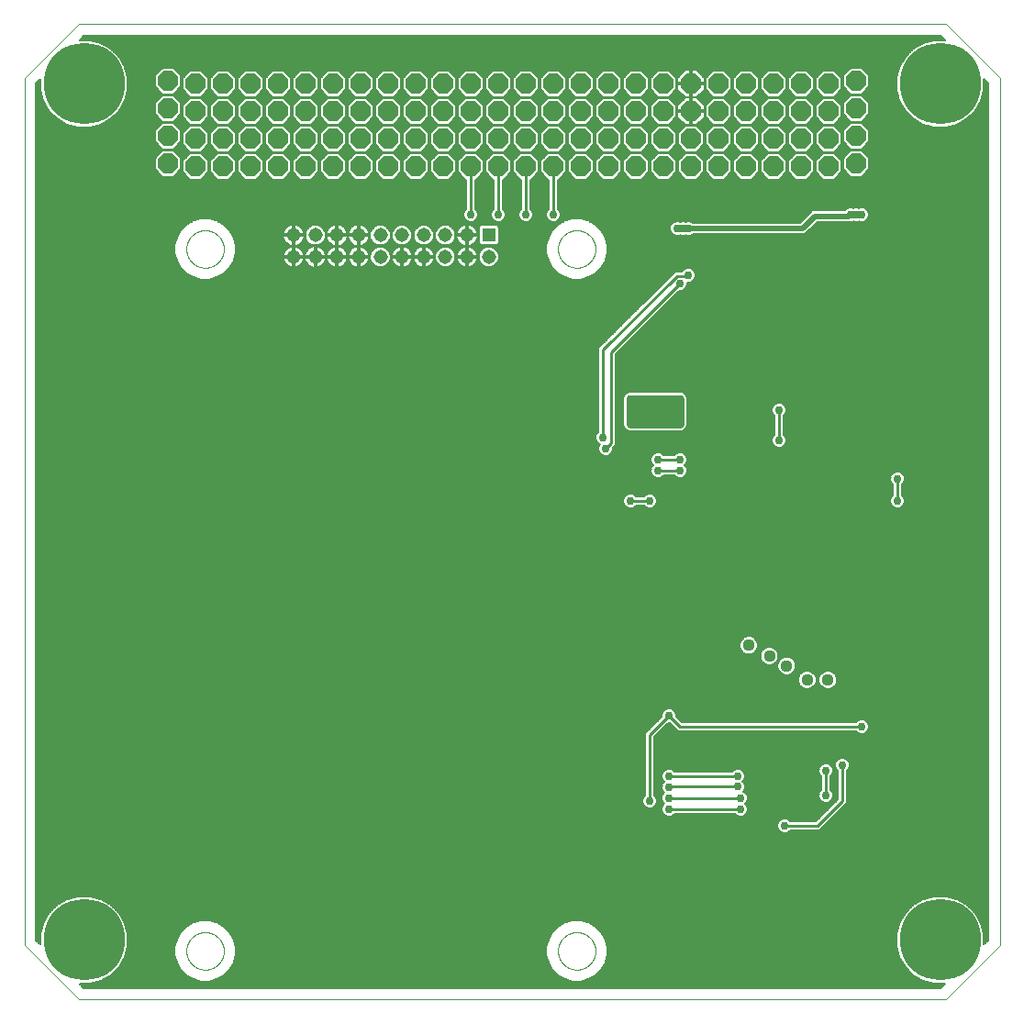
<source format=gbl>
G75*
%MOIN*%
%OFA0B0*%
%FSLAX25Y25*%
%IPPOS*%
%LPD*%
%AMOC8*
5,1,8,0,0,1.08239X$1,22.5*
%
%ADD10C,0.00000*%
%ADD11C,0.29528*%
%ADD12OC8,0.07400*%
%ADD13C,0.04400*%
%ADD14R,0.05150X0.05150*%
%ADD15C,0.05150*%
%ADD16C,0.01000*%
%ADD17C,0.02978*%
%ADD18C,0.00600*%
%ADD19R,0.02978X0.02978*%
%ADD20OC8,0.03175*%
%ADD21R,0.03175X0.03175*%
%ADD22C,0.02000*%
%ADD23C,0.03000*%
D10*
X0001000Y0020685D02*
X0001000Y0335646D01*
X0020685Y0355331D01*
X0335646Y0355331D01*
X0355331Y0335646D01*
X0355331Y0020685D01*
X0335646Y0001000D01*
X0020685Y0001000D01*
X0001000Y0020685D01*
X0059855Y0018685D02*
X0059857Y0018852D01*
X0059863Y0019018D01*
X0059873Y0019185D01*
X0059888Y0019351D01*
X0059906Y0019516D01*
X0059929Y0019681D01*
X0059955Y0019846D01*
X0059985Y0020010D01*
X0060020Y0020173D01*
X0060059Y0020335D01*
X0060101Y0020496D01*
X0060147Y0020656D01*
X0060198Y0020815D01*
X0060252Y0020973D01*
X0060310Y0021129D01*
X0060372Y0021284D01*
X0060438Y0021437D01*
X0060507Y0021589D01*
X0060580Y0021738D01*
X0060657Y0021886D01*
X0060737Y0022032D01*
X0060821Y0022176D01*
X0060909Y0022318D01*
X0060999Y0022458D01*
X0061094Y0022595D01*
X0061191Y0022730D01*
X0061292Y0022863D01*
X0061396Y0022993D01*
X0061504Y0023121D01*
X0061614Y0023246D01*
X0061728Y0023368D01*
X0061844Y0023487D01*
X0061963Y0023603D01*
X0062085Y0023717D01*
X0062210Y0023827D01*
X0062338Y0023935D01*
X0062468Y0024039D01*
X0062601Y0024140D01*
X0062736Y0024237D01*
X0062873Y0024332D01*
X0063013Y0024422D01*
X0063155Y0024510D01*
X0063299Y0024594D01*
X0063445Y0024674D01*
X0063593Y0024751D01*
X0063742Y0024824D01*
X0063894Y0024893D01*
X0064047Y0024959D01*
X0064202Y0025021D01*
X0064358Y0025079D01*
X0064516Y0025133D01*
X0064675Y0025184D01*
X0064835Y0025230D01*
X0064996Y0025272D01*
X0065158Y0025311D01*
X0065321Y0025346D01*
X0065485Y0025376D01*
X0065650Y0025402D01*
X0065815Y0025425D01*
X0065980Y0025443D01*
X0066146Y0025458D01*
X0066313Y0025468D01*
X0066479Y0025474D01*
X0066646Y0025476D01*
X0066813Y0025474D01*
X0066979Y0025468D01*
X0067146Y0025458D01*
X0067312Y0025443D01*
X0067477Y0025425D01*
X0067642Y0025402D01*
X0067807Y0025376D01*
X0067971Y0025346D01*
X0068134Y0025311D01*
X0068296Y0025272D01*
X0068457Y0025230D01*
X0068617Y0025184D01*
X0068776Y0025133D01*
X0068934Y0025079D01*
X0069090Y0025021D01*
X0069245Y0024959D01*
X0069398Y0024893D01*
X0069550Y0024824D01*
X0069699Y0024751D01*
X0069847Y0024674D01*
X0069993Y0024594D01*
X0070137Y0024510D01*
X0070279Y0024422D01*
X0070419Y0024332D01*
X0070556Y0024237D01*
X0070691Y0024140D01*
X0070824Y0024039D01*
X0070954Y0023935D01*
X0071082Y0023827D01*
X0071207Y0023717D01*
X0071329Y0023603D01*
X0071448Y0023487D01*
X0071564Y0023368D01*
X0071678Y0023246D01*
X0071788Y0023121D01*
X0071896Y0022993D01*
X0072000Y0022863D01*
X0072101Y0022730D01*
X0072198Y0022595D01*
X0072293Y0022458D01*
X0072383Y0022318D01*
X0072471Y0022176D01*
X0072555Y0022032D01*
X0072635Y0021886D01*
X0072712Y0021738D01*
X0072785Y0021589D01*
X0072854Y0021437D01*
X0072920Y0021284D01*
X0072982Y0021129D01*
X0073040Y0020973D01*
X0073094Y0020815D01*
X0073145Y0020656D01*
X0073191Y0020496D01*
X0073233Y0020335D01*
X0073272Y0020173D01*
X0073307Y0020010D01*
X0073337Y0019846D01*
X0073363Y0019681D01*
X0073386Y0019516D01*
X0073404Y0019351D01*
X0073419Y0019185D01*
X0073429Y0019018D01*
X0073435Y0018852D01*
X0073437Y0018685D01*
X0073435Y0018518D01*
X0073429Y0018352D01*
X0073419Y0018185D01*
X0073404Y0018019D01*
X0073386Y0017854D01*
X0073363Y0017689D01*
X0073337Y0017524D01*
X0073307Y0017360D01*
X0073272Y0017197D01*
X0073233Y0017035D01*
X0073191Y0016874D01*
X0073145Y0016714D01*
X0073094Y0016555D01*
X0073040Y0016397D01*
X0072982Y0016241D01*
X0072920Y0016086D01*
X0072854Y0015933D01*
X0072785Y0015781D01*
X0072712Y0015632D01*
X0072635Y0015484D01*
X0072555Y0015338D01*
X0072471Y0015194D01*
X0072383Y0015052D01*
X0072293Y0014912D01*
X0072198Y0014775D01*
X0072101Y0014640D01*
X0072000Y0014507D01*
X0071896Y0014377D01*
X0071788Y0014249D01*
X0071678Y0014124D01*
X0071564Y0014002D01*
X0071448Y0013883D01*
X0071329Y0013767D01*
X0071207Y0013653D01*
X0071082Y0013543D01*
X0070954Y0013435D01*
X0070824Y0013331D01*
X0070691Y0013230D01*
X0070556Y0013133D01*
X0070419Y0013038D01*
X0070279Y0012948D01*
X0070137Y0012860D01*
X0069993Y0012776D01*
X0069847Y0012696D01*
X0069699Y0012619D01*
X0069550Y0012546D01*
X0069398Y0012477D01*
X0069245Y0012411D01*
X0069090Y0012349D01*
X0068934Y0012291D01*
X0068776Y0012237D01*
X0068617Y0012186D01*
X0068457Y0012140D01*
X0068296Y0012098D01*
X0068134Y0012059D01*
X0067971Y0012024D01*
X0067807Y0011994D01*
X0067642Y0011968D01*
X0067477Y0011945D01*
X0067312Y0011927D01*
X0067146Y0011912D01*
X0066979Y0011902D01*
X0066813Y0011896D01*
X0066646Y0011894D01*
X0066479Y0011896D01*
X0066313Y0011902D01*
X0066146Y0011912D01*
X0065980Y0011927D01*
X0065815Y0011945D01*
X0065650Y0011968D01*
X0065485Y0011994D01*
X0065321Y0012024D01*
X0065158Y0012059D01*
X0064996Y0012098D01*
X0064835Y0012140D01*
X0064675Y0012186D01*
X0064516Y0012237D01*
X0064358Y0012291D01*
X0064202Y0012349D01*
X0064047Y0012411D01*
X0063894Y0012477D01*
X0063742Y0012546D01*
X0063593Y0012619D01*
X0063445Y0012696D01*
X0063299Y0012776D01*
X0063155Y0012860D01*
X0063013Y0012948D01*
X0062873Y0013038D01*
X0062736Y0013133D01*
X0062601Y0013230D01*
X0062468Y0013331D01*
X0062338Y0013435D01*
X0062210Y0013543D01*
X0062085Y0013653D01*
X0061963Y0013767D01*
X0061844Y0013883D01*
X0061728Y0014002D01*
X0061614Y0014124D01*
X0061504Y0014249D01*
X0061396Y0014377D01*
X0061292Y0014507D01*
X0061191Y0014640D01*
X0061094Y0014775D01*
X0060999Y0014912D01*
X0060909Y0015052D01*
X0060821Y0015194D01*
X0060737Y0015338D01*
X0060657Y0015484D01*
X0060580Y0015632D01*
X0060507Y0015781D01*
X0060438Y0015933D01*
X0060372Y0016086D01*
X0060310Y0016241D01*
X0060252Y0016397D01*
X0060198Y0016555D01*
X0060147Y0016714D01*
X0060101Y0016874D01*
X0060059Y0017035D01*
X0060020Y0017197D01*
X0059985Y0017360D01*
X0059955Y0017524D01*
X0059929Y0017689D01*
X0059906Y0017854D01*
X0059888Y0018019D01*
X0059873Y0018185D01*
X0059863Y0018352D01*
X0059857Y0018518D01*
X0059855Y0018685D01*
X0194855Y0018685D02*
X0194857Y0018852D01*
X0194863Y0019018D01*
X0194873Y0019185D01*
X0194888Y0019351D01*
X0194906Y0019516D01*
X0194929Y0019681D01*
X0194955Y0019846D01*
X0194985Y0020010D01*
X0195020Y0020173D01*
X0195059Y0020335D01*
X0195101Y0020496D01*
X0195147Y0020656D01*
X0195198Y0020815D01*
X0195252Y0020973D01*
X0195310Y0021129D01*
X0195372Y0021284D01*
X0195438Y0021437D01*
X0195507Y0021589D01*
X0195580Y0021738D01*
X0195657Y0021886D01*
X0195737Y0022032D01*
X0195821Y0022176D01*
X0195909Y0022318D01*
X0195999Y0022458D01*
X0196094Y0022595D01*
X0196191Y0022730D01*
X0196292Y0022863D01*
X0196396Y0022993D01*
X0196504Y0023121D01*
X0196614Y0023246D01*
X0196728Y0023368D01*
X0196844Y0023487D01*
X0196963Y0023603D01*
X0197085Y0023717D01*
X0197210Y0023827D01*
X0197338Y0023935D01*
X0197468Y0024039D01*
X0197601Y0024140D01*
X0197736Y0024237D01*
X0197873Y0024332D01*
X0198013Y0024422D01*
X0198155Y0024510D01*
X0198299Y0024594D01*
X0198445Y0024674D01*
X0198593Y0024751D01*
X0198742Y0024824D01*
X0198894Y0024893D01*
X0199047Y0024959D01*
X0199202Y0025021D01*
X0199358Y0025079D01*
X0199516Y0025133D01*
X0199675Y0025184D01*
X0199835Y0025230D01*
X0199996Y0025272D01*
X0200158Y0025311D01*
X0200321Y0025346D01*
X0200485Y0025376D01*
X0200650Y0025402D01*
X0200815Y0025425D01*
X0200980Y0025443D01*
X0201146Y0025458D01*
X0201313Y0025468D01*
X0201479Y0025474D01*
X0201646Y0025476D01*
X0201813Y0025474D01*
X0201979Y0025468D01*
X0202146Y0025458D01*
X0202312Y0025443D01*
X0202477Y0025425D01*
X0202642Y0025402D01*
X0202807Y0025376D01*
X0202971Y0025346D01*
X0203134Y0025311D01*
X0203296Y0025272D01*
X0203457Y0025230D01*
X0203617Y0025184D01*
X0203776Y0025133D01*
X0203934Y0025079D01*
X0204090Y0025021D01*
X0204245Y0024959D01*
X0204398Y0024893D01*
X0204550Y0024824D01*
X0204699Y0024751D01*
X0204847Y0024674D01*
X0204993Y0024594D01*
X0205137Y0024510D01*
X0205279Y0024422D01*
X0205419Y0024332D01*
X0205556Y0024237D01*
X0205691Y0024140D01*
X0205824Y0024039D01*
X0205954Y0023935D01*
X0206082Y0023827D01*
X0206207Y0023717D01*
X0206329Y0023603D01*
X0206448Y0023487D01*
X0206564Y0023368D01*
X0206678Y0023246D01*
X0206788Y0023121D01*
X0206896Y0022993D01*
X0207000Y0022863D01*
X0207101Y0022730D01*
X0207198Y0022595D01*
X0207293Y0022458D01*
X0207383Y0022318D01*
X0207471Y0022176D01*
X0207555Y0022032D01*
X0207635Y0021886D01*
X0207712Y0021738D01*
X0207785Y0021589D01*
X0207854Y0021437D01*
X0207920Y0021284D01*
X0207982Y0021129D01*
X0208040Y0020973D01*
X0208094Y0020815D01*
X0208145Y0020656D01*
X0208191Y0020496D01*
X0208233Y0020335D01*
X0208272Y0020173D01*
X0208307Y0020010D01*
X0208337Y0019846D01*
X0208363Y0019681D01*
X0208386Y0019516D01*
X0208404Y0019351D01*
X0208419Y0019185D01*
X0208429Y0019018D01*
X0208435Y0018852D01*
X0208437Y0018685D01*
X0208435Y0018518D01*
X0208429Y0018352D01*
X0208419Y0018185D01*
X0208404Y0018019D01*
X0208386Y0017854D01*
X0208363Y0017689D01*
X0208337Y0017524D01*
X0208307Y0017360D01*
X0208272Y0017197D01*
X0208233Y0017035D01*
X0208191Y0016874D01*
X0208145Y0016714D01*
X0208094Y0016555D01*
X0208040Y0016397D01*
X0207982Y0016241D01*
X0207920Y0016086D01*
X0207854Y0015933D01*
X0207785Y0015781D01*
X0207712Y0015632D01*
X0207635Y0015484D01*
X0207555Y0015338D01*
X0207471Y0015194D01*
X0207383Y0015052D01*
X0207293Y0014912D01*
X0207198Y0014775D01*
X0207101Y0014640D01*
X0207000Y0014507D01*
X0206896Y0014377D01*
X0206788Y0014249D01*
X0206678Y0014124D01*
X0206564Y0014002D01*
X0206448Y0013883D01*
X0206329Y0013767D01*
X0206207Y0013653D01*
X0206082Y0013543D01*
X0205954Y0013435D01*
X0205824Y0013331D01*
X0205691Y0013230D01*
X0205556Y0013133D01*
X0205419Y0013038D01*
X0205279Y0012948D01*
X0205137Y0012860D01*
X0204993Y0012776D01*
X0204847Y0012696D01*
X0204699Y0012619D01*
X0204550Y0012546D01*
X0204398Y0012477D01*
X0204245Y0012411D01*
X0204090Y0012349D01*
X0203934Y0012291D01*
X0203776Y0012237D01*
X0203617Y0012186D01*
X0203457Y0012140D01*
X0203296Y0012098D01*
X0203134Y0012059D01*
X0202971Y0012024D01*
X0202807Y0011994D01*
X0202642Y0011968D01*
X0202477Y0011945D01*
X0202312Y0011927D01*
X0202146Y0011912D01*
X0201979Y0011902D01*
X0201813Y0011896D01*
X0201646Y0011894D01*
X0201479Y0011896D01*
X0201313Y0011902D01*
X0201146Y0011912D01*
X0200980Y0011927D01*
X0200815Y0011945D01*
X0200650Y0011968D01*
X0200485Y0011994D01*
X0200321Y0012024D01*
X0200158Y0012059D01*
X0199996Y0012098D01*
X0199835Y0012140D01*
X0199675Y0012186D01*
X0199516Y0012237D01*
X0199358Y0012291D01*
X0199202Y0012349D01*
X0199047Y0012411D01*
X0198894Y0012477D01*
X0198742Y0012546D01*
X0198593Y0012619D01*
X0198445Y0012696D01*
X0198299Y0012776D01*
X0198155Y0012860D01*
X0198013Y0012948D01*
X0197873Y0013038D01*
X0197736Y0013133D01*
X0197601Y0013230D01*
X0197468Y0013331D01*
X0197338Y0013435D01*
X0197210Y0013543D01*
X0197085Y0013653D01*
X0196963Y0013767D01*
X0196844Y0013883D01*
X0196728Y0014002D01*
X0196614Y0014124D01*
X0196504Y0014249D01*
X0196396Y0014377D01*
X0196292Y0014507D01*
X0196191Y0014640D01*
X0196094Y0014775D01*
X0195999Y0014912D01*
X0195909Y0015052D01*
X0195821Y0015194D01*
X0195737Y0015338D01*
X0195657Y0015484D01*
X0195580Y0015632D01*
X0195507Y0015781D01*
X0195438Y0015933D01*
X0195372Y0016086D01*
X0195310Y0016241D01*
X0195252Y0016397D01*
X0195198Y0016555D01*
X0195147Y0016714D01*
X0195101Y0016874D01*
X0195059Y0017035D01*
X0195020Y0017197D01*
X0194985Y0017360D01*
X0194955Y0017524D01*
X0194929Y0017689D01*
X0194906Y0017854D01*
X0194888Y0018019D01*
X0194873Y0018185D01*
X0194863Y0018352D01*
X0194857Y0018518D01*
X0194855Y0018685D01*
X0194855Y0273685D02*
X0194857Y0273852D01*
X0194863Y0274018D01*
X0194873Y0274185D01*
X0194888Y0274351D01*
X0194906Y0274516D01*
X0194929Y0274681D01*
X0194955Y0274846D01*
X0194985Y0275010D01*
X0195020Y0275173D01*
X0195059Y0275335D01*
X0195101Y0275496D01*
X0195147Y0275656D01*
X0195198Y0275815D01*
X0195252Y0275973D01*
X0195310Y0276129D01*
X0195372Y0276284D01*
X0195438Y0276437D01*
X0195507Y0276589D01*
X0195580Y0276738D01*
X0195657Y0276886D01*
X0195737Y0277032D01*
X0195821Y0277176D01*
X0195909Y0277318D01*
X0195999Y0277458D01*
X0196094Y0277595D01*
X0196191Y0277730D01*
X0196292Y0277863D01*
X0196396Y0277993D01*
X0196504Y0278121D01*
X0196614Y0278246D01*
X0196728Y0278368D01*
X0196844Y0278487D01*
X0196963Y0278603D01*
X0197085Y0278717D01*
X0197210Y0278827D01*
X0197338Y0278935D01*
X0197468Y0279039D01*
X0197601Y0279140D01*
X0197736Y0279237D01*
X0197873Y0279332D01*
X0198013Y0279422D01*
X0198155Y0279510D01*
X0198299Y0279594D01*
X0198445Y0279674D01*
X0198593Y0279751D01*
X0198742Y0279824D01*
X0198894Y0279893D01*
X0199047Y0279959D01*
X0199202Y0280021D01*
X0199358Y0280079D01*
X0199516Y0280133D01*
X0199675Y0280184D01*
X0199835Y0280230D01*
X0199996Y0280272D01*
X0200158Y0280311D01*
X0200321Y0280346D01*
X0200485Y0280376D01*
X0200650Y0280402D01*
X0200815Y0280425D01*
X0200980Y0280443D01*
X0201146Y0280458D01*
X0201313Y0280468D01*
X0201479Y0280474D01*
X0201646Y0280476D01*
X0201813Y0280474D01*
X0201979Y0280468D01*
X0202146Y0280458D01*
X0202312Y0280443D01*
X0202477Y0280425D01*
X0202642Y0280402D01*
X0202807Y0280376D01*
X0202971Y0280346D01*
X0203134Y0280311D01*
X0203296Y0280272D01*
X0203457Y0280230D01*
X0203617Y0280184D01*
X0203776Y0280133D01*
X0203934Y0280079D01*
X0204090Y0280021D01*
X0204245Y0279959D01*
X0204398Y0279893D01*
X0204550Y0279824D01*
X0204699Y0279751D01*
X0204847Y0279674D01*
X0204993Y0279594D01*
X0205137Y0279510D01*
X0205279Y0279422D01*
X0205419Y0279332D01*
X0205556Y0279237D01*
X0205691Y0279140D01*
X0205824Y0279039D01*
X0205954Y0278935D01*
X0206082Y0278827D01*
X0206207Y0278717D01*
X0206329Y0278603D01*
X0206448Y0278487D01*
X0206564Y0278368D01*
X0206678Y0278246D01*
X0206788Y0278121D01*
X0206896Y0277993D01*
X0207000Y0277863D01*
X0207101Y0277730D01*
X0207198Y0277595D01*
X0207293Y0277458D01*
X0207383Y0277318D01*
X0207471Y0277176D01*
X0207555Y0277032D01*
X0207635Y0276886D01*
X0207712Y0276738D01*
X0207785Y0276589D01*
X0207854Y0276437D01*
X0207920Y0276284D01*
X0207982Y0276129D01*
X0208040Y0275973D01*
X0208094Y0275815D01*
X0208145Y0275656D01*
X0208191Y0275496D01*
X0208233Y0275335D01*
X0208272Y0275173D01*
X0208307Y0275010D01*
X0208337Y0274846D01*
X0208363Y0274681D01*
X0208386Y0274516D01*
X0208404Y0274351D01*
X0208419Y0274185D01*
X0208429Y0274018D01*
X0208435Y0273852D01*
X0208437Y0273685D01*
X0208435Y0273518D01*
X0208429Y0273352D01*
X0208419Y0273185D01*
X0208404Y0273019D01*
X0208386Y0272854D01*
X0208363Y0272689D01*
X0208337Y0272524D01*
X0208307Y0272360D01*
X0208272Y0272197D01*
X0208233Y0272035D01*
X0208191Y0271874D01*
X0208145Y0271714D01*
X0208094Y0271555D01*
X0208040Y0271397D01*
X0207982Y0271241D01*
X0207920Y0271086D01*
X0207854Y0270933D01*
X0207785Y0270781D01*
X0207712Y0270632D01*
X0207635Y0270484D01*
X0207555Y0270338D01*
X0207471Y0270194D01*
X0207383Y0270052D01*
X0207293Y0269912D01*
X0207198Y0269775D01*
X0207101Y0269640D01*
X0207000Y0269507D01*
X0206896Y0269377D01*
X0206788Y0269249D01*
X0206678Y0269124D01*
X0206564Y0269002D01*
X0206448Y0268883D01*
X0206329Y0268767D01*
X0206207Y0268653D01*
X0206082Y0268543D01*
X0205954Y0268435D01*
X0205824Y0268331D01*
X0205691Y0268230D01*
X0205556Y0268133D01*
X0205419Y0268038D01*
X0205279Y0267948D01*
X0205137Y0267860D01*
X0204993Y0267776D01*
X0204847Y0267696D01*
X0204699Y0267619D01*
X0204550Y0267546D01*
X0204398Y0267477D01*
X0204245Y0267411D01*
X0204090Y0267349D01*
X0203934Y0267291D01*
X0203776Y0267237D01*
X0203617Y0267186D01*
X0203457Y0267140D01*
X0203296Y0267098D01*
X0203134Y0267059D01*
X0202971Y0267024D01*
X0202807Y0266994D01*
X0202642Y0266968D01*
X0202477Y0266945D01*
X0202312Y0266927D01*
X0202146Y0266912D01*
X0201979Y0266902D01*
X0201813Y0266896D01*
X0201646Y0266894D01*
X0201479Y0266896D01*
X0201313Y0266902D01*
X0201146Y0266912D01*
X0200980Y0266927D01*
X0200815Y0266945D01*
X0200650Y0266968D01*
X0200485Y0266994D01*
X0200321Y0267024D01*
X0200158Y0267059D01*
X0199996Y0267098D01*
X0199835Y0267140D01*
X0199675Y0267186D01*
X0199516Y0267237D01*
X0199358Y0267291D01*
X0199202Y0267349D01*
X0199047Y0267411D01*
X0198894Y0267477D01*
X0198742Y0267546D01*
X0198593Y0267619D01*
X0198445Y0267696D01*
X0198299Y0267776D01*
X0198155Y0267860D01*
X0198013Y0267948D01*
X0197873Y0268038D01*
X0197736Y0268133D01*
X0197601Y0268230D01*
X0197468Y0268331D01*
X0197338Y0268435D01*
X0197210Y0268543D01*
X0197085Y0268653D01*
X0196963Y0268767D01*
X0196844Y0268883D01*
X0196728Y0269002D01*
X0196614Y0269124D01*
X0196504Y0269249D01*
X0196396Y0269377D01*
X0196292Y0269507D01*
X0196191Y0269640D01*
X0196094Y0269775D01*
X0195999Y0269912D01*
X0195909Y0270052D01*
X0195821Y0270194D01*
X0195737Y0270338D01*
X0195657Y0270484D01*
X0195580Y0270632D01*
X0195507Y0270781D01*
X0195438Y0270933D01*
X0195372Y0271086D01*
X0195310Y0271241D01*
X0195252Y0271397D01*
X0195198Y0271555D01*
X0195147Y0271714D01*
X0195101Y0271874D01*
X0195059Y0272035D01*
X0195020Y0272197D01*
X0194985Y0272360D01*
X0194955Y0272524D01*
X0194929Y0272689D01*
X0194906Y0272854D01*
X0194888Y0273019D01*
X0194873Y0273185D01*
X0194863Y0273352D01*
X0194857Y0273518D01*
X0194855Y0273685D01*
X0059855Y0273685D02*
X0059857Y0273852D01*
X0059863Y0274018D01*
X0059873Y0274185D01*
X0059888Y0274351D01*
X0059906Y0274516D01*
X0059929Y0274681D01*
X0059955Y0274846D01*
X0059985Y0275010D01*
X0060020Y0275173D01*
X0060059Y0275335D01*
X0060101Y0275496D01*
X0060147Y0275656D01*
X0060198Y0275815D01*
X0060252Y0275973D01*
X0060310Y0276129D01*
X0060372Y0276284D01*
X0060438Y0276437D01*
X0060507Y0276589D01*
X0060580Y0276738D01*
X0060657Y0276886D01*
X0060737Y0277032D01*
X0060821Y0277176D01*
X0060909Y0277318D01*
X0060999Y0277458D01*
X0061094Y0277595D01*
X0061191Y0277730D01*
X0061292Y0277863D01*
X0061396Y0277993D01*
X0061504Y0278121D01*
X0061614Y0278246D01*
X0061728Y0278368D01*
X0061844Y0278487D01*
X0061963Y0278603D01*
X0062085Y0278717D01*
X0062210Y0278827D01*
X0062338Y0278935D01*
X0062468Y0279039D01*
X0062601Y0279140D01*
X0062736Y0279237D01*
X0062873Y0279332D01*
X0063013Y0279422D01*
X0063155Y0279510D01*
X0063299Y0279594D01*
X0063445Y0279674D01*
X0063593Y0279751D01*
X0063742Y0279824D01*
X0063894Y0279893D01*
X0064047Y0279959D01*
X0064202Y0280021D01*
X0064358Y0280079D01*
X0064516Y0280133D01*
X0064675Y0280184D01*
X0064835Y0280230D01*
X0064996Y0280272D01*
X0065158Y0280311D01*
X0065321Y0280346D01*
X0065485Y0280376D01*
X0065650Y0280402D01*
X0065815Y0280425D01*
X0065980Y0280443D01*
X0066146Y0280458D01*
X0066313Y0280468D01*
X0066479Y0280474D01*
X0066646Y0280476D01*
X0066813Y0280474D01*
X0066979Y0280468D01*
X0067146Y0280458D01*
X0067312Y0280443D01*
X0067477Y0280425D01*
X0067642Y0280402D01*
X0067807Y0280376D01*
X0067971Y0280346D01*
X0068134Y0280311D01*
X0068296Y0280272D01*
X0068457Y0280230D01*
X0068617Y0280184D01*
X0068776Y0280133D01*
X0068934Y0280079D01*
X0069090Y0280021D01*
X0069245Y0279959D01*
X0069398Y0279893D01*
X0069550Y0279824D01*
X0069699Y0279751D01*
X0069847Y0279674D01*
X0069993Y0279594D01*
X0070137Y0279510D01*
X0070279Y0279422D01*
X0070419Y0279332D01*
X0070556Y0279237D01*
X0070691Y0279140D01*
X0070824Y0279039D01*
X0070954Y0278935D01*
X0071082Y0278827D01*
X0071207Y0278717D01*
X0071329Y0278603D01*
X0071448Y0278487D01*
X0071564Y0278368D01*
X0071678Y0278246D01*
X0071788Y0278121D01*
X0071896Y0277993D01*
X0072000Y0277863D01*
X0072101Y0277730D01*
X0072198Y0277595D01*
X0072293Y0277458D01*
X0072383Y0277318D01*
X0072471Y0277176D01*
X0072555Y0277032D01*
X0072635Y0276886D01*
X0072712Y0276738D01*
X0072785Y0276589D01*
X0072854Y0276437D01*
X0072920Y0276284D01*
X0072982Y0276129D01*
X0073040Y0275973D01*
X0073094Y0275815D01*
X0073145Y0275656D01*
X0073191Y0275496D01*
X0073233Y0275335D01*
X0073272Y0275173D01*
X0073307Y0275010D01*
X0073337Y0274846D01*
X0073363Y0274681D01*
X0073386Y0274516D01*
X0073404Y0274351D01*
X0073419Y0274185D01*
X0073429Y0274018D01*
X0073435Y0273852D01*
X0073437Y0273685D01*
X0073435Y0273518D01*
X0073429Y0273352D01*
X0073419Y0273185D01*
X0073404Y0273019D01*
X0073386Y0272854D01*
X0073363Y0272689D01*
X0073337Y0272524D01*
X0073307Y0272360D01*
X0073272Y0272197D01*
X0073233Y0272035D01*
X0073191Y0271874D01*
X0073145Y0271714D01*
X0073094Y0271555D01*
X0073040Y0271397D01*
X0072982Y0271241D01*
X0072920Y0271086D01*
X0072854Y0270933D01*
X0072785Y0270781D01*
X0072712Y0270632D01*
X0072635Y0270484D01*
X0072555Y0270338D01*
X0072471Y0270194D01*
X0072383Y0270052D01*
X0072293Y0269912D01*
X0072198Y0269775D01*
X0072101Y0269640D01*
X0072000Y0269507D01*
X0071896Y0269377D01*
X0071788Y0269249D01*
X0071678Y0269124D01*
X0071564Y0269002D01*
X0071448Y0268883D01*
X0071329Y0268767D01*
X0071207Y0268653D01*
X0071082Y0268543D01*
X0070954Y0268435D01*
X0070824Y0268331D01*
X0070691Y0268230D01*
X0070556Y0268133D01*
X0070419Y0268038D01*
X0070279Y0267948D01*
X0070137Y0267860D01*
X0069993Y0267776D01*
X0069847Y0267696D01*
X0069699Y0267619D01*
X0069550Y0267546D01*
X0069398Y0267477D01*
X0069245Y0267411D01*
X0069090Y0267349D01*
X0068934Y0267291D01*
X0068776Y0267237D01*
X0068617Y0267186D01*
X0068457Y0267140D01*
X0068296Y0267098D01*
X0068134Y0267059D01*
X0067971Y0267024D01*
X0067807Y0266994D01*
X0067642Y0266968D01*
X0067477Y0266945D01*
X0067312Y0266927D01*
X0067146Y0266912D01*
X0066979Y0266902D01*
X0066813Y0266896D01*
X0066646Y0266894D01*
X0066479Y0266896D01*
X0066313Y0266902D01*
X0066146Y0266912D01*
X0065980Y0266927D01*
X0065815Y0266945D01*
X0065650Y0266968D01*
X0065485Y0266994D01*
X0065321Y0267024D01*
X0065158Y0267059D01*
X0064996Y0267098D01*
X0064835Y0267140D01*
X0064675Y0267186D01*
X0064516Y0267237D01*
X0064358Y0267291D01*
X0064202Y0267349D01*
X0064047Y0267411D01*
X0063894Y0267477D01*
X0063742Y0267546D01*
X0063593Y0267619D01*
X0063445Y0267696D01*
X0063299Y0267776D01*
X0063155Y0267860D01*
X0063013Y0267948D01*
X0062873Y0268038D01*
X0062736Y0268133D01*
X0062601Y0268230D01*
X0062468Y0268331D01*
X0062338Y0268435D01*
X0062210Y0268543D01*
X0062085Y0268653D01*
X0061963Y0268767D01*
X0061844Y0268883D01*
X0061728Y0269002D01*
X0061614Y0269124D01*
X0061504Y0269249D01*
X0061396Y0269377D01*
X0061292Y0269507D01*
X0061191Y0269640D01*
X0061094Y0269775D01*
X0060999Y0269912D01*
X0060909Y0270052D01*
X0060821Y0270194D01*
X0060737Y0270338D01*
X0060657Y0270484D01*
X0060580Y0270632D01*
X0060507Y0270781D01*
X0060438Y0270933D01*
X0060372Y0271086D01*
X0060310Y0271241D01*
X0060252Y0271397D01*
X0060198Y0271555D01*
X0060147Y0271714D01*
X0060101Y0271874D01*
X0060059Y0272035D01*
X0060020Y0272197D01*
X0059985Y0272360D01*
X0059955Y0272524D01*
X0059929Y0272689D01*
X0059906Y0272854D01*
X0059888Y0273019D01*
X0059873Y0273185D01*
X0059863Y0273352D01*
X0059857Y0273518D01*
X0059855Y0273685D01*
D11*
X0022654Y0333677D03*
X0333677Y0333677D03*
X0333677Y0022654D03*
X0022654Y0022654D03*
D12*
X0053165Y0304677D03*
X0053165Y0314677D03*
X0053165Y0324677D03*
X0053165Y0334677D03*
X0063165Y0333677D03*
X0063165Y0323677D03*
X0063165Y0313677D03*
X0063165Y0303677D03*
X0073165Y0303677D03*
X0073165Y0313677D03*
X0073165Y0323677D03*
X0073165Y0333677D03*
X0083165Y0333677D03*
X0083165Y0323677D03*
X0083165Y0313677D03*
X0083165Y0303677D03*
X0093165Y0303677D03*
X0103165Y0303677D03*
X0103165Y0313677D03*
X0093165Y0313677D03*
X0093165Y0323677D03*
X0103165Y0323677D03*
X0103165Y0333677D03*
X0093165Y0333677D03*
X0113165Y0333677D03*
X0113165Y0323677D03*
X0113165Y0313677D03*
X0113165Y0303677D03*
X0123165Y0303677D03*
X0123165Y0313677D03*
X0123165Y0323677D03*
X0123165Y0333677D03*
X0133165Y0333677D03*
X0133165Y0323677D03*
X0133165Y0313677D03*
X0133165Y0303677D03*
X0143165Y0303677D03*
X0153165Y0303677D03*
X0153165Y0313677D03*
X0143165Y0313677D03*
X0143165Y0323677D03*
X0153165Y0323677D03*
X0153165Y0333677D03*
X0143165Y0333677D03*
X0163165Y0333677D03*
X0163165Y0323677D03*
X0163165Y0313677D03*
X0163165Y0303677D03*
X0173165Y0303677D03*
X0173165Y0313677D03*
X0173165Y0323677D03*
X0173165Y0333677D03*
X0183165Y0333677D03*
X0183165Y0323677D03*
X0183165Y0313677D03*
X0183165Y0303677D03*
X0193165Y0303677D03*
X0193165Y0313677D03*
X0193165Y0323677D03*
X0193165Y0333677D03*
X0203165Y0333677D03*
X0213165Y0333677D03*
X0213165Y0323677D03*
X0203165Y0323677D03*
X0203165Y0313677D03*
X0213165Y0313677D03*
X0213165Y0303677D03*
X0203165Y0303677D03*
X0223165Y0303677D03*
X0223165Y0313677D03*
X0223165Y0323677D03*
X0223165Y0333677D03*
X0233165Y0333677D03*
X0233165Y0323677D03*
X0233165Y0313677D03*
X0233165Y0303677D03*
X0243165Y0303677D03*
X0243165Y0313677D03*
X0243165Y0323677D03*
X0243165Y0333677D03*
X0253165Y0333677D03*
X0263165Y0333677D03*
X0263165Y0323677D03*
X0253165Y0323677D03*
X0253165Y0313677D03*
X0263165Y0313677D03*
X0263165Y0303677D03*
X0253165Y0303677D03*
X0273165Y0303677D03*
X0273165Y0313677D03*
X0273165Y0323677D03*
X0273165Y0333677D03*
X0283165Y0333677D03*
X0283165Y0323677D03*
X0283165Y0313677D03*
X0283165Y0303677D03*
X0293165Y0303677D03*
X0293165Y0313677D03*
X0293165Y0323677D03*
X0293165Y0333677D03*
X0303165Y0334677D03*
X0303165Y0324677D03*
X0303165Y0314677D03*
X0303165Y0304677D03*
D13*
X0250878Y0186909D03*
X0241035Y0174606D03*
X0266134Y0158858D03*
X0249402Y0146063D03*
X0239559Y0128346D03*
X0230701Y0118504D03*
X0235622Y0108661D03*
X0248417Y0106693D03*
X0260228Y0106693D03*
X0277895Y0122180D03*
X0271647Y0125802D03*
X0264165Y0129715D03*
X0285415Y0117165D03*
X0292915Y0117165D03*
X0292709Y0108661D03*
X0293693Y0093898D03*
X0235622Y0045669D03*
X0234638Y0061417D03*
X0230701Y0139173D03*
X0294677Y0164764D03*
X0299106Y0162303D03*
X0305504Y0173622D03*
D14*
X0169677Y0278685D03*
D15*
X0161803Y0278685D03*
X0153929Y0278685D03*
X0153929Y0270811D03*
X0161803Y0270811D03*
X0169677Y0270811D03*
X0146055Y0270811D03*
X0138181Y0270811D03*
X0130307Y0270811D03*
X0122433Y0270811D03*
X0114559Y0270811D03*
X0114559Y0278685D03*
X0122433Y0278685D03*
X0130307Y0278685D03*
X0138181Y0278685D03*
X0146055Y0278685D03*
X0106685Y0278685D03*
X0106685Y0270811D03*
X0098811Y0270811D03*
X0098811Y0278685D03*
D16*
X0163165Y0286165D02*
X0163165Y0303677D01*
X0173165Y0303677D02*
X0173165Y0286165D01*
X0183165Y0286165D02*
X0183165Y0303677D01*
X0193165Y0303677D02*
X0193165Y0286165D01*
X0238010Y0263954D02*
X0211165Y0237110D01*
X0211165Y0205165D01*
X0214165Y0203165D02*
X0212165Y0201165D01*
X0214165Y0203165D02*
X0214165Y0236165D01*
X0239165Y0261165D01*
X0238010Y0263954D02*
X0241954Y0263954D01*
X0242165Y0264165D01*
X0275165Y0215165D02*
X0275165Y0204165D01*
X0239165Y0197165D02*
X0231165Y0197165D01*
X0231165Y0193165D02*
X0239165Y0193165D01*
X0228165Y0182165D02*
X0221165Y0182165D01*
X0235165Y0104165D02*
X0239165Y0100165D01*
X0305165Y0100165D01*
X0298165Y0086165D02*
X0298165Y0073165D01*
X0289165Y0064165D01*
X0277165Y0064165D01*
X0261165Y0070165D02*
X0235165Y0070165D01*
X0235165Y0074165D02*
X0261165Y0074165D01*
X0260165Y0078387D02*
X0235387Y0078387D01*
X0235165Y0078165D01*
X0228165Y0073165D02*
X0228165Y0097165D01*
X0235165Y0104165D01*
X0235165Y0082165D02*
X0260165Y0082165D01*
X0292165Y0084165D02*
X0292165Y0075165D01*
X0318165Y0182165D02*
X0318165Y0190165D01*
D17*
X0318165Y0190165D03*
X0318165Y0182165D03*
X0275165Y0204165D03*
X0275165Y0215165D03*
X0252665Y0222165D03*
X0252665Y0224165D03*
X0239165Y0219165D03*
X0239165Y0216165D03*
X0239165Y0213165D03*
X0239165Y0210165D03*
X0239165Y0197165D03*
X0239165Y0193165D03*
X0231165Y0193165D03*
X0231165Y0197165D03*
X0221165Y0210165D03*
X0221165Y0213165D03*
X0221165Y0216165D03*
X0221165Y0219165D03*
X0211165Y0205165D03*
X0212165Y0201165D03*
X0221165Y0182165D03*
X0228165Y0182165D03*
X0235165Y0104165D03*
X0235165Y0082165D03*
X0235165Y0078165D03*
X0235165Y0074165D03*
X0235165Y0070165D03*
X0228165Y0073165D03*
X0260165Y0078387D03*
X0261165Y0074165D03*
X0261165Y0070165D03*
X0260165Y0082165D03*
X0277165Y0064165D03*
X0292165Y0075165D03*
X0292165Y0084165D03*
X0298165Y0086165D03*
X0305165Y0100165D03*
X0239165Y0261165D03*
X0242165Y0264165D03*
X0242165Y0281165D03*
X0240165Y0281165D03*
X0238165Y0281165D03*
X0193165Y0286165D03*
X0183165Y0286165D03*
X0173165Y0286165D03*
X0163165Y0286165D03*
X0045665Y0301915D03*
X0045665Y0304415D03*
X0301165Y0286165D03*
X0303165Y0286165D03*
X0305165Y0286165D03*
X0310665Y0299415D03*
X0310665Y0301915D03*
D18*
X0307965Y0302689D02*
X0305154Y0299877D01*
X0301177Y0299877D01*
X0298365Y0302689D01*
X0298365Y0306665D01*
X0301177Y0309477D01*
X0305154Y0309477D01*
X0307965Y0306665D01*
X0307965Y0302689D01*
X0307965Y0302770D02*
X0351031Y0302770D01*
X0351031Y0302172D02*
X0307448Y0302172D01*
X0306850Y0301573D02*
X0351031Y0301573D01*
X0351031Y0300975D02*
X0306251Y0300975D01*
X0305653Y0300376D02*
X0351031Y0300376D01*
X0351031Y0299778D02*
X0296054Y0299778D01*
X0295456Y0299179D02*
X0351031Y0299179D01*
X0351031Y0298581D02*
X0194765Y0298581D01*
X0194765Y0298877D02*
X0195154Y0298877D01*
X0197965Y0301689D01*
X0197965Y0305665D01*
X0195154Y0308477D01*
X0191177Y0308477D01*
X0188365Y0305665D01*
X0188365Y0301689D01*
X0191177Y0298877D01*
X0191565Y0298877D01*
X0191565Y0288227D01*
X0190971Y0287632D01*
X0190576Y0286680D01*
X0190576Y0285650D01*
X0190971Y0284699D01*
X0191699Y0283971D01*
X0192650Y0283576D01*
X0193680Y0283576D01*
X0194632Y0283971D01*
X0195360Y0284699D01*
X0195754Y0285650D01*
X0195754Y0286680D01*
X0195360Y0287632D01*
X0194765Y0288227D01*
X0194765Y0298877D01*
X0195456Y0299179D02*
X0200875Y0299179D01*
X0201177Y0298877D02*
X0205154Y0298877D01*
X0207965Y0301689D01*
X0207965Y0305665D01*
X0205154Y0308477D01*
X0201177Y0308477D01*
X0198365Y0305665D01*
X0198365Y0301689D01*
X0201177Y0298877D01*
X0200276Y0299778D02*
X0196054Y0299778D01*
X0196653Y0300376D02*
X0199678Y0300376D01*
X0199079Y0300975D02*
X0197251Y0300975D01*
X0197850Y0301573D02*
X0198481Y0301573D01*
X0198365Y0302172D02*
X0197965Y0302172D01*
X0197965Y0302770D02*
X0198365Y0302770D01*
X0198365Y0303369D02*
X0197965Y0303369D01*
X0197965Y0303967D02*
X0198365Y0303967D01*
X0198365Y0304566D02*
X0197965Y0304566D01*
X0197965Y0305164D02*
X0198365Y0305164D01*
X0198463Y0305763D02*
X0197868Y0305763D01*
X0197269Y0306361D02*
X0199061Y0306361D01*
X0199660Y0306960D02*
X0196671Y0306960D01*
X0196072Y0307558D02*
X0200258Y0307558D01*
X0200857Y0308157D02*
X0195474Y0308157D01*
X0195154Y0308877D02*
X0197965Y0311689D01*
X0197965Y0315665D01*
X0195154Y0318477D01*
X0191177Y0318477D01*
X0188365Y0315665D01*
X0188365Y0311689D01*
X0191177Y0308877D01*
X0195154Y0308877D01*
X0195630Y0309354D02*
X0200700Y0309354D01*
X0201177Y0308877D02*
X0205154Y0308877D01*
X0207965Y0311689D01*
X0207965Y0315665D01*
X0205154Y0318477D01*
X0201177Y0318477D01*
X0198365Y0315665D01*
X0198365Y0311689D01*
X0201177Y0308877D01*
X0200102Y0309953D02*
X0196229Y0309953D01*
X0196827Y0310551D02*
X0199503Y0310551D01*
X0198905Y0311150D02*
X0197426Y0311150D01*
X0197965Y0311748D02*
X0198365Y0311748D01*
X0198365Y0312347D02*
X0197965Y0312347D01*
X0197965Y0312945D02*
X0198365Y0312945D01*
X0198365Y0313544D02*
X0197965Y0313544D01*
X0197965Y0314142D02*
X0198365Y0314142D01*
X0198365Y0314741D02*
X0197965Y0314741D01*
X0197965Y0315339D02*
X0198365Y0315339D01*
X0198638Y0315938D02*
X0197693Y0315938D01*
X0197095Y0316536D02*
X0199236Y0316536D01*
X0199835Y0317135D02*
X0196496Y0317135D01*
X0195898Y0317733D02*
X0200433Y0317733D01*
X0201032Y0318332D02*
X0195299Y0318332D01*
X0195154Y0318877D02*
X0197965Y0321689D01*
X0197965Y0325665D01*
X0195154Y0328477D01*
X0191177Y0328477D01*
X0188365Y0325665D01*
X0188365Y0321689D01*
X0191177Y0318877D01*
X0195154Y0318877D01*
X0195207Y0318930D02*
X0201124Y0318930D01*
X0201177Y0318877D02*
X0205154Y0318877D01*
X0207965Y0321689D01*
X0207965Y0325665D01*
X0205154Y0328477D01*
X0201177Y0328477D01*
X0198365Y0325665D01*
X0198365Y0321689D01*
X0201177Y0318877D01*
X0200526Y0319529D02*
X0195805Y0319529D01*
X0196404Y0320127D02*
X0199927Y0320127D01*
X0199329Y0320726D02*
X0197002Y0320726D01*
X0197601Y0321324D02*
X0198730Y0321324D01*
X0198365Y0321923D02*
X0197965Y0321923D01*
X0197965Y0322521D02*
X0198365Y0322521D01*
X0198365Y0323120D02*
X0197965Y0323120D01*
X0197965Y0323718D02*
X0198365Y0323718D01*
X0198365Y0324317D02*
X0197965Y0324317D01*
X0197965Y0324915D02*
X0198365Y0324915D01*
X0198365Y0325514D02*
X0197965Y0325514D01*
X0197518Y0326112D02*
X0198812Y0326112D01*
X0199411Y0326711D02*
X0196920Y0326711D01*
X0196321Y0327309D02*
X0200009Y0327309D01*
X0200608Y0327908D02*
X0195723Y0327908D01*
X0195154Y0328877D02*
X0197965Y0331689D01*
X0197965Y0335665D01*
X0195154Y0338477D01*
X0191177Y0338477D01*
X0188365Y0335665D01*
X0188365Y0331689D01*
X0191177Y0328877D01*
X0195154Y0328877D01*
X0195381Y0329105D02*
X0200949Y0329105D01*
X0201177Y0328877D02*
X0205154Y0328877D01*
X0207965Y0331689D01*
X0207965Y0335665D01*
X0205154Y0338477D01*
X0201177Y0338477D01*
X0198365Y0335665D01*
X0198365Y0331689D01*
X0201177Y0328877D01*
X0200351Y0329703D02*
X0195980Y0329703D01*
X0196578Y0330302D02*
X0199752Y0330302D01*
X0199154Y0330900D02*
X0197177Y0330900D01*
X0197775Y0331499D02*
X0198555Y0331499D01*
X0198365Y0332097D02*
X0197965Y0332097D01*
X0197965Y0332696D02*
X0198365Y0332696D01*
X0198365Y0333294D02*
X0197965Y0333294D01*
X0197965Y0333893D02*
X0198365Y0333893D01*
X0198365Y0334491D02*
X0197965Y0334491D01*
X0197965Y0335090D02*
X0198365Y0335090D01*
X0198388Y0335689D02*
X0197942Y0335689D01*
X0197344Y0336287D02*
X0198987Y0336287D01*
X0199586Y0336886D02*
X0196745Y0336886D01*
X0196147Y0337484D02*
X0200184Y0337484D01*
X0200783Y0338083D02*
X0195548Y0338083D01*
X0190783Y0338083D02*
X0185548Y0338083D01*
X0185154Y0338477D02*
X0187965Y0335665D01*
X0187965Y0331689D01*
X0185154Y0328877D01*
X0181177Y0328877D01*
X0178365Y0331689D01*
X0178365Y0335665D01*
X0181177Y0338477D01*
X0185154Y0338477D01*
X0186147Y0337484D02*
X0190184Y0337484D01*
X0189586Y0336886D02*
X0186745Y0336886D01*
X0187344Y0336287D02*
X0188987Y0336287D01*
X0188388Y0335689D02*
X0187942Y0335689D01*
X0187965Y0335090D02*
X0188365Y0335090D01*
X0188365Y0334491D02*
X0187965Y0334491D01*
X0187965Y0333893D02*
X0188365Y0333893D01*
X0188365Y0333294D02*
X0187965Y0333294D01*
X0187965Y0332696D02*
X0188365Y0332696D01*
X0188365Y0332097D02*
X0187965Y0332097D01*
X0187775Y0331499D02*
X0188555Y0331499D01*
X0189154Y0330900D02*
X0187177Y0330900D01*
X0186578Y0330302D02*
X0189752Y0330302D01*
X0190351Y0329703D02*
X0185980Y0329703D01*
X0185381Y0329105D02*
X0190949Y0329105D01*
X0190608Y0327908D02*
X0185723Y0327908D01*
X0185154Y0328477D02*
X0187965Y0325665D01*
X0187965Y0321689D01*
X0185154Y0318877D01*
X0181177Y0318877D01*
X0178365Y0321689D01*
X0178365Y0325665D01*
X0181177Y0328477D01*
X0185154Y0328477D01*
X0186321Y0327309D02*
X0190009Y0327309D01*
X0189411Y0326711D02*
X0186920Y0326711D01*
X0187518Y0326112D02*
X0188812Y0326112D01*
X0188365Y0325514D02*
X0187965Y0325514D01*
X0187965Y0324915D02*
X0188365Y0324915D01*
X0188365Y0324317D02*
X0187965Y0324317D01*
X0187965Y0323718D02*
X0188365Y0323718D01*
X0188365Y0323120D02*
X0187965Y0323120D01*
X0187965Y0322521D02*
X0188365Y0322521D01*
X0188365Y0321923D02*
X0187965Y0321923D01*
X0187601Y0321324D02*
X0188730Y0321324D01*
X0189329Y0320726D02*
X0187002Y0320726D01*
X0186404Y0320127D02*
X0189927Y0320127D01*
X0190526Y0319529D02*
X0185805Y0319529D01*
X0185207Y0318930D02*
X0191124Y0318930D01*
X0191032Y0318332D02*
X0185299Y0318332D01*
X0185154Y0318477D02*
X0187965Y0315665D01*
X0187965Y0311689D01*
X0185154Y0308877D01*
X0181177Y0308877D01*
X0178365Y0311689D01*
X0178365Y0315665D01*
X0181177Y0318477D01*
X0185154Y0318477D01*
X0185898Y0317733D02*
X0190433Y0317733D01*
X0189835Y0317135D02*
X0186496Y0317135D01*
X0187095Y0316536D02*
X0189236Y0316536D01*
X0188638Y0315938D02*
X0187693Y0315938D01*
X0187965Y0315339D02*
X0188365Y0315339D01*
X0188365Y0314741D02*
X0187965Y0314741D01*
X0187965Y0314142D02*
X0188365Y0314142D01*
X0188365Y0313544D02*
X0187965Y0313544D01*
X0187965Y0312945D02*
X0188365Y0312945D01*
X0188365Y0312347D02*
X0187965Y0312347D01*
X0187965Y0311748D02*
X0188365Y0311748D01*
X0188905Y0311150D02*
X0187426Y0311150D01*
X0186827Y0310551D02*
X0189503Y0310551D01*
X0190102Y0309953D02*
X0186229Y0309953D01*
X0185630Y0309354D02*
X0190700Y0309354D01*
X0190857Y0308157D02*
X0185474Y0308157D01*
X0185154Y0308477D02*
X0187965Y0305665D01*
X0187965Y0301689D01*
X0185154Y0298877D01*
X0184765Y0298877D01*
X0184765Y0288227D01*
X0185360Y0287632D01*
X0185754Y0286680D01*
X0185754Y0285650D01*
X0185360Y0284699D01*
X0184632Y0283971D01*
X0183680Y0283576D01*
X0182650Y0283576D01*
X0181699Y0283971D01*
X0180971Y0284699D01*
X0180576Y0285650D01*
X0180576Y0286680D01*
X0180971Y0287632D01*
X0181565Y0288227D01*
X0181565Y0298877D01*
X0181177Y0298877D01*
X0178365Y0301689D01*
X0178365Y0305665D01*
X0181177Y0308477D01*
X0185154Y0308477D01*
X0186072Y0307558D02*
X0190258Y0307558D01*
X0189660Y0306960D02*
X0186671Y0306960D01*
X0187269Y0306361D02*
X0189061Y0306361D01*
X0188463Y0305763D02*
X0187868Y0305763D01*
X0187965Y0305164D02*
X0188365Y0305164D01*
X0188365Y0304566D02*
X0187965Y0304566D01*
X0187965Y0303967D02*
X0188365Y0303967D01*
X0188365Y0303369D02*
X0187965Y0303369D01*
X0187965Y0302770D02*
X0188365Y0302770D01*
X0188365Y0302172D02*
X0187965Y0302172D01*
X0187850Y0301573D02*
X0188481Y0301573D01*
X0189079Y0300975D02*
X0187251Y0300975D01*
X0186653Y0300376D02*
X0189678Y0300376D01*
X0190276Y0299778D02*
X0186054Y0299778D01*
X0185456Y0299179D02*
X0190875Y0299179D01*
X0191565Y0298581D02*
X0184765Y0298581D01*
X0184765Y0297982D02*
X0191565Y0297982D01*
X0191565Y0297384D02*
X0184765Y0297384D01*
X0184765Y0296785D02*
X0191565Y0296785D01*
X0191565Y0296187D02*
X0184765Y0296187D01*
X0184765Y0295588D02*
X0191565Y0295588D01*
X0191565Y0294990D02*
X0184765Y0294990D01*
X0184765Y0294391D02*
X0191565Y0294391D01*
X0191565Y0293793D02*
X0184765Y0293793D01*
X0184765Y0293194D02*
X0191565Y0293194D01*
X0191565Y0292596D02*
X0184765Y0292596D01*
X0184765Y0291997D02*
X0191565Y0291997D01*
X0191565Y0291399D02*
X0184765Y0291399D01*
X0184765Y0290800D02*
X0191565Y0290800D01*
X0191565Y0290202D02*
X0184765Y0290202D01*
X0184765Y0289603D02*
X0191565Y0289603D01*
X0191565Y0289005D02*
X0184765Y0289005D01*
X0184765Y0288406D02*
X0191565Y0288406D01*
X0191146Y0287808D02*
X0185184Y0287808D01*
X0185535Y0287209D02*
X0190795Y0287209D01*
X0190576Y0286611D02*
X0185754Y0286611D01*
X0185754Y0286012D02*
X0190576Y0286012D01*
X0190674Y0285414D02*
X0185656Y0285414D01*
X0185408Y0284815D02*
X0190922Y0284815D01*
X0191453Y0284217D02*
X0184878Y0284217D01*
X0183781Y0283618D02*
X0192550Y0283618D01*
X0193781Y0283618D02*
X0196667Y0283618D01*
X0197365Y0284021D02*
X0194835Y0282560D01*
X0192770Y0280495D01*
X0191310Y0277966D01*
X0190554Y0275145D01*
X0190554Y0272225D01*
X0191310Y0269404D01*
X0192770Y0266875D01*
X0194835Y0264810D01*
X0197365Y0263350D01*
X0200185Y0262594D01*
X0203106Y0262594D01*
X0205927Y0263350D01*
X0208456Y0264810D01*
X0210521Y0266875D01*
X0211981Y0269404D01*
X0212737Y0272225D01*
X0212737Y0275145D01*
X0211981Y0277966D01*
X0210521Y0280495D01*
X0208456Y0282560D01*
X0205927Y0284021D01*
X0203106Y0284776D01*
X0200185Y0284776D01*
X0197365Y0284021D01*
X0198096Y0284217D02*
X0194878Y0284217D01*
X0195408Y0284815D02*
X0284425Y0284815D01*
X0285023Y0285414D02*
X0195656Y0285414D01*
X0195754Y0286012D02*
X0285622Y0286012D01*
X0286032Y0286423D02*
X0282875Y0283265D01*
X0243727Y0283265D01*
X0243632Y0283360D01*
X0242680Y0283754D01*
X0241650Y0283754D01*
X0241165Y0283553D01*
X0240680Y0283754D01*
X0239650Y0283754D01*
X0239165Y0283553D01*
X0238680Y0283754D01*
X0237650Y0283754D01*
X0236699Y0283360D01*
X0235971Y0282632D01*
X0235576Y0281680D01*
X0235576Y0280650D01*
X0235971Y0279699D01*
X0236699Y0278971D01*
X0237650Y0278576D01*
X0238680Y0278576D01*
X0239165Y0278777D01*
X0239650Y0278576D01*
X0240680Y0278576D01*
X0241165Y0278777D01*
X0241650Y0278576D01*
X0242680Y0278576D01*
X0243632Y0278971D01*
X0243727Y0279065D01*
X0284615Y0279065D01*
X0289002Y0283453D01*
X0301423Y0283453D01*
X0301546Y0283576D01*
X0301680Y0283576D01*
X0302165Y0283777D01*
X0302650Y0283576D01*
X0303680Y0283576D01*
X0304165Y0283777D01*
X0304650Y0283576D01*
X0305680Y0283576D01*
X0306632Y0283971D01*
X0307360Y0284699D01*
X0307754Y0285650D01*
X0307754Y0286680D01*
X0307360Y0287632D01*
X0306632Y0288360D01*
X0305680Y0288754D01*
X0304650Y0288754D01*
X0304165Y0288553D01*
X0303680Y0288754D01*
X0302650Y0288754D01*
X0302165Y0288553D01*
X0301680Y0288754D01*
X0300650Y0288754D01*
X0299699Y0288360D01*
X0298991Y0287653D01*
X0287263Y0287653D01*
X0286032Y0286423D01*
X0286220Y0286611D02*
X0195754Y0286611D01*
X0195535Y0287209D02*
X0286819Y0287209D01*
X0283826Y0284217D02*
X0205195Y0284217D01*
X0206624Y0283618D02*
X0237321Y0283618D01*
X0236358Y0283020D02*
X0207661Y0283020D01*
X0208595Y0282421D02*
X0235883Y0282421D01*
X0235635Y0281823D02*
X0209194Y0281823D01*
X0209792Y0281224D02*
X0235576Y0281224D01*
X0235587Y0280625D02*
X0210391Y0280625D01*
X0210791Y0280027D02*
X0235835Y0280027D01*
X0236241Y0279428D02*
X0211137Y0279428D01*
X0211482Y0278830D02*
X0237038Y0278830D01*
X0239009Y0283618D02*
X0239321Y0283618D01*
X0241009Y0283618D02*
X0241321Y0283618D01*
X0243009Y0283618D02*
X0283228Y0283618D01*
X0286175Y0280625D02*
X0351031Y0280625D01*
X0351031Y0280027D02*
X0285576Y0280027D01*
X0284978Y0279428D02*
X0351031Y0279428D01*
X0351031Y0278830D02*
X0243292Y0278830D01*
X0242680Y0266754D02*
X0241650Y0266754D01*
X0240699Y0266360D01*
X0239971Y0265632D01*
X0239938Y0265554D01*
X0237347Y0265554D01*
X0236410Y0264617D01*
X0210503Y0238710D01*
X0210503Y0238710D01*
X0209565Y0237772D01*
X0209565Y0207227D01*
X0208971Y0206632D01*
X0208576Y0205680D01*
X0208576Y0204650D01*
X0208971Y0203699D01*
X0209699Y0202971D01*
X0210130Y0202792D01*
X0209971Y0202632D01*
X0209576Y0201680D01*
X0209576Y0200650D01*
X0209971Y0199699D01*
X0210699Y0198971D01*
X0211650Y0198576D01*
X0212680Y0198576D01*
X0213632Y0198971D01*
X0214360Y0199699D01*
X0214754Y0200650D01*
X0214754Y0201492D01*
X0215765Y0202503D01*
X0215765Y0203828D01*
X0215765Y0235503D01*
X0238839Y0258576D01*
X0239680Y0258576D01*
X0240632Y0258971D01*
X0241360Y0259699D01*
X0241754Y0260650D01*
X0241754Y0261576D01*
X0242680Y0261576D01*
X0243632Y0261971D01*
X0244360Y0262699D01*
X0244754Y0263650D01*
X0244754Y0264680D01*
X0244360Y0265632D01*
X0243632Y0266360D01*
X0242680Y0266754D01*
X0243731Y0266261D02*
X0351031Y0266261D01*
X0351031Y0265663D02*
X0244329Y0265663D01*
X0244595Y0265064D02*
X0351031Y0265064D01*
X0351031Y0264466D02*
X0244754Y0264466D01*
X0244754Y0263867D02*
X0351031Y0263867D01*
X0351031Y0263269D02*
X0244596Y0263269D01*
X0244332Y0262670D02*
X0351031Y0262670D01*
X0351031Y0262072D02*
X0243733Y0262072D01*
X0241754Y0261473D02*
X0351031Y0261473D01*
X0351031Y0260875D02*
X0241754Y0260875D01*
X0241599Y0260276D02*
X0351031Y0260276D01*
X0351031Y0259678D02*
X0241339Y0259678D01*
X0240740Y0259079D02*
X0351031Y0259079D01*
X0351031Y0258481D02*
X0238743Y0258481D01*
X0238145Y0257882D02*
X0351031Y0257882D01*
X0351031Y0257284D02*
X0237546Y0257284D01*
X0236948Y0256685D02*
X0351031Y0256685D01*
X0351031Y0256087D02*
X0236349Y0256087D01*
X0235751Y0255488D02*
X0351031Y0255488D01*
X0351031Y0254889D02*
X0235152Y0254889D01*
X0234554Y0254291D02*
X0351031Y0254291D01*
X0351031Y0253692D02*
X0233955Y0253692D01*
X0233357Y0253094D02*
X0351031Y0253094D01*
X0351031Y0252495D02*
X0232758Y0252495D01*
X0232160Y0251897D02*
X0351031Y0251897D01*
X0351031Y0251298D02*
X0231561Y0251298D01*
X0230963Y0250700D02*
X0351031Y0250700D01*
X0351031Y0250101D02*
X0230364Y0250101D01*
X0229766Y0249503D02*
X0351031Y0249503D01*
X0351031Y0248904D02*
X0229167Y0248904D01*
X0228569Y0248306D02*
X0351031Y0248306D01*
X0351031Y0247707D02*
X0227970Y0247707D01*
X0227372Y0247109D02*
X0351031Y0247109D01*
X0351031Y0246510D02*
X0226773Y0246510D01*
X0226175Y0245912D02*
X0351031Y0245912D01*
X0351031Y0245313D02*
X0225576Y0245313D01*
X0224978Y0244715D02*
X0351031Y0244715D01*
X0351031Y0244116D02*
X0224379Y0244116D01*
X0223781Y0243518D02*
X0351031Y0243518D01*
X0351031Y0242919D02*
X0223182Y0242919D01*
X0222583Y0242321D02*
X0351031Y0242321D01*
X0351031Y0241722D02*
X0221985Y0241722D01*
X0221386Y0241124D02*
X0351031Y0241124D01*
X0351031Y0240525D02*
X0220788Y0240525D01*
X0220189Y0239927D02*
X0351031Y0239927D01*
X0351031Y0239328D02*
X0219591Y0239328D01*
X0218992Y0238730D02*
X0351031Y0238730D01*
X0351031Y0238131D02*
X0218394Y0238131D01*
X0217795Y0237533D02*
X0351031Y0237533D01*
X0351031Y0236934D02*
X0217197Y0236934D01*
X0216598Y0236336D02*
X0351031Y0236336D01*
X0351031Y0235737D02*
X0216000Y0235737D01*
X0215765Y0235139D02*
X0351031Y0235139D01*
X0351031Y0234540D02*
X0215765Y0234540D01*
X0215765Y0233942D02*
X0351031Y0233942D01*
X0351031Y0233343D02*
X0215765Y0233343D01*
X0215765Y0232745D02*
X0351031Y0232745D01*
X0351031Y0232146D02*
X0215765Y0232146D01*
X0215765Y0231548D02*
X0351031Y0231548D01*
X0351031Y0230949D02*
X0215765Y0230949D01*
X0215765Y0230351D02*
X0351031Y0230351D01*
X0351031Y0229752D02*
X0215765Y0229752D01*
X0215765Y0229154D02*
X0351031Y0229154D01*
X0351031Y0228555D02*
X0215765Y0228555D01*
X0215765Y0227956D02*
X0351031Y0227956D01*
X0351031Y0227358D02*
X0215765Y0227358D01*
X0215765Y0226759D02*
X0351031Y0226759D01*
X0351031Y0226161D02*
X0215765Y0226161D01*
X0215765Y0225562D02*
X0351031Y0225562D01*
X0351031Y0224964D02*
X0215765Y0224964D01*
X0215765Y0224365D02*
X0351031Y0224365D01*
X0351031Y0223767D02*
X0215765Y0223767D01*
X0215765Y0223168D02*
X0351031Y0223168D01*
X0351031Y0222570D02*
X0215765Y0222570D01*
X0215765Y0221971D02*
X0351031Y0221971D01*
X0351031Y0221373D02*
X0240630Y0221373D01*
X0240638Y0221370D02*
X0239683Y0221765D01*
X0220648Y0221765D01*
X0219693Y0221370D01*
X0218961Y0220638D01*
X0218565Y0219683D01*
X0218565Y0209648D01*
X0218961Y0208693D01*
X0219693Y0207961D01*
X0220648Y0207565D01*
X0221683Y0207565D01*
X0238648Y0207565D01*
X0239683Y0207565D01*
X0240638Y0207961D01*
X0241370Y0208693D01*
X0241765Y0209648D01*
X0241765Y0219683D01*
X0241370Y0220638D01*
X0240638Y0221370D01*
X0241233Y0220774D02*
X0351031Y0220774D01*
X0351031Y0220176D02*
X0241561Y0220176D01*
X0241765Y0219577D02*
X0351031Y0219577D01*
X0351031Y0218979D02*
X0241765Y0218979D01*
X0241765Y0218380D02*
X0351031Y0218380D01*
X0351031Y0217782D02*
X0241765Y0217782D01*
X0241765Y0217183D02*
X0273522Y0217183D01*
X0273699Y0217360D02*
X0272971Y0216632D01*
X0272576Y0215680D01*
X0272576Y0214650D01*
X0272971Y0213699D01*
X0273565Y0213104D01*
X0273565Y0206227D01*
X0272971Y0205632D01*
X0272576Y0204680D01*
X0272576Y0203650D01*
X0272971Y0202699D01*
X0273699Y0201971D01*
X0274650Y0201576D01*
X0275680Y0201576D01*
X0276632Y0201971D01*
X0277360Y0202699D01*
X0277754Y0203650D01*
X0277754Y0204680D01*
X0277360Y0205632D01*
X0276765Y0206227D01*
X0276765Y0213104D01*
X0277360Y0213699D01*
X0277754Y0214650D01*
X0277754Y0215680D01*
X0277360Y0216632D01*
X0276632Y0217360D01*
X0275680Y0217754D01*
X0274650Y0217754D01*
X0273699Y0217360D01*
X0272951Y0216585D02*
X0241765Y0216585D01*
X0241765Y0215986D02*
X0272703Y0215986D01*
X0272576Y0215388D02*
X0241765Y0215388D01*
X0241765Y0214789D02*
X0272576Y0214789D01*
X0272767Y0214191D02*
X0241765Y0214191D01*
X0241765Y0213592D02*
X0273077Y0213592D01*
X0273565Y0212994D02*
X0241765Y0212994D01*
X0241765Y0212395D02*
X0273565Y0212395D01*
X0273565Y0211797D02*
X0241765Y0211797D01*
X0241765Y0211198D02*
X0273565Y0211198D01*
X0273565Y0210600D02*
X0241765Y0210600D01*
X0241765Y0210001D02*
X0273565Y0210001D01*
X0273565Y0209403D02*
X0241664Y0209403D01*
X0241416Y0208804D02*
X0273565Y0208804D01*
X0273565Y0208206D02*
X0240883Y0208206D01*
X0239783Y0207607D02*
X0273565Y0207607D01*
X0273565Y0207009D02*
X0215765Y0207009D01*
X0215765Y0207607D02*
X0220547Y0207607D01*
X0219448Y0208206D02*
X0215765Y0208206D01*
X0215765Y0208804D02*
X0218915Y0208804D01*
X0218667Y0209403D02*
X0215765Y0209403D01*
X0215765Y0210001D02*
X0218565Y0210001D01*
X0218565Y0210600D02*
X0215765Y0210600D01*
X0215765Y0211198D02*
X0218565Y0211198D01*
X0218565Y0211797D02*
X0215765Y0211797D01*
X0215765Y0212395D02*
X0218565Y0212395D01*
X0218565Y0212994D02*
X0215765Y0212994D01*
X0215765Y0213592D02*
X0218565Y0213592D01*
X0218565Y0214191D02*
X0215765Y0214191D01*
X0215765Y0214789D02*
X0218565Y0214789D01*
X0218565Y0215388D02*
X0215765Y0215388D01*
X0215765Y0215986D02*
X0218565Y0215986D01*
X0218565Y0216585D02*
X0215765Y0216585D01*
X0215765Y0217183D02*
X0218565Y0217183D01*
X0218565Y0217782D02*
X0215765Y0217782D01*
X0215765Y0218380D02*
X0218565Y0218380D01*
X0218565Y0218979D02*
X0215765Y0218979D01*
X0215765Y0219577D02*
X0218565Y0219577D01*
X0218770Y0220176D02*
X0215765Y0220176D01*
X0215765Y0220774D02*
X0219097Y0220774D01*
X0219701Y0221373D02*
X0215765Y0221373D01*
X0209565Y0221373D02*
X0005300Y0221373D01*
X0005300Y0221971D02*
X0209565Y0221971D01*
X0209565Y0222570D02*
X0005300Y0222570D01*
X0005300Y0223168D02*
X0209565Y0223168D01*
X0209565Y0223767D02*
X0005300Y0223767D01*
X0005300Y0224365D02*
X0209565Y0224365D01*
X0209565Y0224964D02*
X0005300Y0224964D01*
X0005300Y0225562D02*
X0209565Y0225562D01*
X0209565Y0226161D02*
X0005300Y0226161D01*
X0005300Y0226759D02*
X0209565Y0226759D01*
X0209565Y0227358D02*
X0005300Y0227358D01*
X0005300Y0227956D02*
X0209565Y0227956D01*
X0209565Y0228555D02*
X0005300Y0228555D01*
X0005300Y0229154D02*
X0209565Y0229154D01*
X0209565Y0229752D02*
X0005300Y0229752D01*
X0005300Y0230351D02*
X0209565Y0230351D01*
X0209565Y0230949D02*
X0005300Y0230949D01*
X0005300Y0231548D02*
X0209565Y0231548D01*
X0209565Y0232146D02*
X0005300Y0232146D01*
X0005300Y0232745D02*
X0209565Y0232745D01*
X0209565Y0233343D02*
X0005300Y0233343D01*
X0005300Y0233942D02*
X0209565Y0233942D01*
X0209565Y0234540D02*
X0005300Y0234540D01*
X0005300Y0235139D02*
X0209565Y0235139D01*
X0209565Y0235737D02*
X0005300Y0235737D01*
X0005300Y0236336D02*
X0209565Y0236336D01*
X0209565Y0236934D02*
X0005300Y0236934D01*
X0005300Y0237533D02*
X0209565Y0237533D01*
X0209924Y0238131D02*
X0005300Y0238131D01*
X0005300Y0238730D02*
X0210523Y0238730D01*
X0211121Y0239328D02*
X0005300Y0239328D01*
X0005300Y0239927D02*
X0211720Y0239927D01*
X0212318Y0240525D02*
X0005300Y0240525D01*
X0005300Y0241124D02*
X0212917Y0241124D01*
X0213515Y0241722D02*
X0005300Y0241722D01*
X0005300Y0242321D02*
X0214114Y0242321D01*
X0214712Y0242919D02*
X0005300Y0242919D01*
X0005300Y0243518D02*
X0215311Y0243518D01*
X0215909Y0244116D02*
X0005300Y0244116D01*
X0005300Y0244715D02*
X0216508Y0244715D01*
X0217106Y0245313D02*
X0005300Y0245313D01*
X0005300Y0245912D02*
X0217705Y0245912D01*
X0218303Y0246510D02*
X0005300Y0246510D01*
X0005300Y0247109D02*
X0218902Y0247109D01*
X0219500Y0247707D02*
X0005300Y0247707D01*
X0005300Y0248306D02*
X0220099Y0248306D01*
X0220697Y0248904D02*
X0005300Y0248904D01*
X0005300Y0249503D02*
X0221296Y0249503D01*
X0221894Y0250101D02*
X0005300Y0250101D01*
X0005300Y0250700D02*
X0222493Y0250700D01*
X0223091Y0251298D02*
X0005300Y0251298D01*
X0005300Y0251897D02*
X0223690Y0251897D01*
X0224289Y0252495D02*
X0005300Y0252495D01*
X0005300Y0253094D02*
X0224887Y0253094D01*
X0225486Y0253692D02*
X0005300Y0253692D01*
X0005300Y0254291D02*
X0226084Y0254291D01*
X0226683Y0254889D02*
X0005300Y0254889D01*
X0005300Y0255488D02*
X0227281Y0255488D01*
X0227880Y0256087D02*
X0005300Y0256087D01*
X0005300Y0256685D02*
X0228478Y0256685D01*
X0229077Y0257284D02*
X0005300Y0257284D01*
X0005300Y0257882D02*
X0229675Y0257882D01*
X0230274Y0258481D02*
X0005300Y0258481D01*
X0005300Y0259079D02*
X0230872Y0259079D01*
X0231471Y0259678D02*
X0005300Y0259678D01*
X0005300Y0260276D02*
X0232069Y0260276D01*
X0232668Y0260875D02*
X0005300Y0260875D01*
X0005300Y0261473D02*
X0233266Y0261473D01*
X0233865Y0262072D02*
X0005300Y0262072D01*
X0005300Y0262670D02*
X0064900Y0262670D01*
X0065185Y0262594D02*
X0068106Y0262594D01*
X0070927Y0263350D01*
X0073456Y0264810D01*
X0075521Y0266875D01*
X0076981Y0269404D01*
X0077737Y0272225D01*
X0077737Y0275145D01*
X0076981Y0277966D01*
X0075521Y0280495D01*
X0073456Y0282560D01*
X0070927Y0284021D01*
X0068106Y0284776D01*
X0065185Y0284776D01*
X0062365Y0284021D01*
X0059835Y0282560D01*
X0057770Y0280495D01*
X0056310Y0277966D01*
X0055554Y0275145D01*
X0055554Y0272225D01*
X0056310Y0269404D01*
X0057770Y0266875D01*
X0059835Y0264810D01*
X0062365Y0263350D01*
X0065185Y0262594D01*
X0062666Y0263269D02*
X0005300Y0263269D01*
X0005300Y0263867D02*
X0061468Y0263867D01*
X0060431Y0264466D02*
X0005300Y0264466D01*
X0005300Y0265064D02*
X0059581Y0265064D01*
X0058982Y0265663D02*
X0005300Y0265663D01*
X0005300Y0266261D02*
X0058384Y0266261D01*
X0057785Y0266860D02*
X0005300Y0266860D01*
X0005300Y0267458D02*
X0057434Y0267458D01*
X0057088Y0268057D02*
X0005300Y0268057D01*
X0005300Y0268655D02*
X0056742Y0268655D01*
X0056397Y0269254D02*
X0005300Y0269254D01*
X0005300Y0269852D02*
X0056190Y0269852D01*
X0056030Y0270451D02*
X0005300Y0270451D01*
X0005300Y0271049D02*
X0055869Y0271049D01*
X0055709Y0271648D02*
X0005300Y0271648D01*
X0005300Y0272246D02*
X0055554Y0272246D01*
X0055554Y0272845D02*
X0005300Y0272845D01*
X0005300Y0273443D02*
X0055554Y0273443D01*
X0055554Y0274042D02*
X0005300Y0274042D01*
X0005300Y0274640D02*
X0055554Y0274640D01*
X0055579Y0275239D02*
X0005300Y0275239D01*
X0005300Y0275837D02*
X0055740Y0275837D01*
X0055900Y0276436D02*
X0005300Y0276436D01*
X0005300Y0277034D02*
X0056061Y0277034D01*
X0056221Y0277633D02*
X0005300Y0277633D01*
X0005300Y0278231D02*
X0056463Y0278231D01*
X0056809Y0278830D02*
X0005300Y0278830D01*
X0005300Y0279428D02*
X0057154Y0279428D01*
X0057500Y0280027D02*
X0005300Y0280027D01*
X0005300Y0280625D02*
X0057901Y0280625D01*
X0058499Y0281224D02*
X0005300Y0281224D01*
X0005300Y0281823D02*
X0059098Y0281823D01*
X0059696Y0282421D02*
X0005300Y0282421D01*
X0005300Y0283020D02*
X0060631Y0283020D01*
X0061667Y0283618D02*
X0005300Y0283618D01*
X0005300Y0284217D02*
X0063096Y0284217D01*
X0070195Y0284217D02*
X0161453Y0284217D01*
X0161699Y0283971D02*
X0162650Y0283576D01*
X0163680Y0283576D01*
X0164632Y0283971D01*
X0165360Y0284699D01*
X0165754Y0285650D01*
X0165754Y0286680D01*
X0165360Y0287632D01*
X0164765Y0288227D01*
X0164765Y0298877D01*
X0165154Y0298877D01*
X0167965Y0301689D01*
X0167965Y0305665D01*
X0165154Y0308477D01*
X0161177Y0308477D01*
X0158365Y0305665D01*
X0158365Y0301689D01*
X0161177Y0298877D01*
X0161565Y0298877D01*
X0161565Y0288227D01*
X0160971Y0287632D01*
X0160576Y0286680D01*
X0160576Y0285650D01*
X0160971Y0284699D01*
X0161699Y0283971D01*
X0162550Y0283618D02*
X0071624Y0283618D01*
X0072661Y0283020D02*
X0195631Y0283020D01*
X0194696Y0282421D02*
X0162883Y0282421D01*
X0162933Y0282411D02*
X0162185Y0282560D01*
X0162103Y0282560D01*
X0162103Y0278985D01*
X0161503Y0278985D01*
X0161503Y0278385D01*
X0157928Y0278385D01*
X0157928Y0278303D01*
X0158077Y0277555D01*
X0158369Y0276850D01*
X0158793Y0276215D01*
X0159333Y0275675D01*
X0159968Y0275251D01*
X0160673Y0274959D01*
X0161422Y0274810D01*
X0161503Y0274810D01*
X0161503Y0278385D01*
X0162103Y0278385D01*
X0162103Y0274810D01*
X0162185Y0274810D01*
X0162933Y0274959D01*
X0163639Y0275251D01*
X0164273Y0275675D01*
X0164813Y0276215D01*
X0165237Y0276850D01*
X0165529Y0277555D01*
X0165678Y0278303D01*
X0165678Y0278385D01*
X0162103Y0278385D01*
X0162103Y0278985D01*
X0165678Y0278985D01*
X0165678Y0279067D01*
X0165529Y0279815D01*
X0165237Y0280520D01*
X0164813Y0281155D01*
X0164273Y0281695D01*
X0163639Y0282119D01*
X0162933Y0282411D01*
X0162103Y0282421D02*
X0161503Y0282421D01*
X0161503Y0282560D02*
X0161422Y0282560D01*
X0160673Y0282411D01*
X0159968Y0282119D01*
X0159333Y0281695D01*
X0158793Y0281155D01*
X0158369Y0280520D01*
X0158077Y0279815D01*
X0157928Y0279067D01*
X0157928Y0278985D01*
X0161503Y0278985D01*
X0161503Y0282560D01*
X0161503Y0281823D02*
X0162103Y0281823D01*
X0162103Y0281224D02*
X0161503Y0281224D01*
X0161503Y0280625D02*
X0162103Y0280625D01*
X0162103Y0280027D02*
X0161503Y0280027D01*
X0161503Y0279428D02*
X0162103Y0279428D01*
X0162103Y0278830D02*
X0166002Y0278830D01*
X0166002Y0279428D02*
X0165606Y0279428D01*
X0165441Y0280027D02*
X0166002Y0280027D01*
X0166002Y0280625D02*
X0165167Y0280625D01*
X0164744Y0281224D02*
X0166002Y0281224D01*
X0166002Y0281715D02*
X0166002Y0275655D01*
X0166647Y0275010D01*
X0172708Y0275010D01*
X0173352Y0275655D01*
X0173352Y0281715D01*
X0172708Y0282360D01*
X0166647Y0282360D01*
X0166002Y0281715D01*
X0166109Y0281823D02*
X0164082Y0281823D01*
X0163781Y0283618D02*
X0172550Y0283618D01*
X0172650Y0283576D02*
X0173680Y0283576D01*
X0174632Y0283971D01*
X0175360Y0284699D01*
X0175754Y0285650D01*
X0175754Y0286680D01*
X0175360Y0287632D01*
X0174765Y0288227D01*
X0174765Y0298877D01*
X0175154Y0298877D01*
X0177965Y0301689D01*
X0177965Y0305665D01*
X0175154Y0308477D01*
X0171177Y0308477D01*
X0168365Y0305665D01*
X0168365Y0301689D01*
X0171177Y0298877D01*
X0171565Y0298877D01*
X0171565Y0288227D01*
X0170971Y0287632D01*
X0170576Y0286680D01*
X0170576Y0285650D01*
X0170971Y0284699D01*
X0171699Y0283971D01*
X0172650Y0283576D01*
X0173781Y0283618D02*
X0182550Y0283618D01*
X0181453Y0284217D02*
X0174878Y0284217D01*
X0175408Y0284815D02*
X0180922Y0284815D01*
X0180674Y0285414D02*
X0175656Y0285414D01*
X0175754Y0286012D02*
X0180576Y0286012D01*
X0180576Y0286611D02*
X0175754Y0286611D01*
X0175535Y0287209D02*
X0180795Y0287209D01*
X0181146Y0287808D02*
X0175184Y0287808D01*
X0174765Y0288406D02*
X0181565Y0288406D01*
X0181565Y0289005D02*
X0174765Y0289005D01*
X0174765Y0289603D02*
X0181565Y0289603D01*
X0181565Y0290202D02*
X0174765Y0290202D01*
X0174765Y0290800D02*
X0181565Y0290800D01*
X0181565Y0291399D02*
X0174765Y0291399D01*
X0174765Y0291997D02*
X0181565Y0291997D01*
X0181565Y0292596D02*
X0174765Y0292596D01*
X0174765Y0293194D02*
X0181565Y0293194D01*
X0181565Y0293793D02*
X0174765Y0293793D01*
X0174765Y0294391D02*
X0181565Y0294391D01*
X0181565Y0294990D02*
X0174765Y0294990D01*
X0174765Y0295588D02*
X0181565Y0295588D01*
X0181565Y0296187D02*
X0174765Y0296187D01*
X0174765Y0296785D02*
X0181565Y0296785D01*
X0181565Y0297384D02*
X0174765Y0297384D01*
X0174765Y0297982D02*
X0181565Y0297982D01*
X0181565Y0298581D02*
X0174765Y0298581D01*
X0175456Y0299179D02*
X0180875Y0299179D01*
X0180276Y0299778D02*
X0176054Y0299778D01*
X0176653Y0300376D02*
X0179678Y0300376D01*
X0179079Y0300975D02*
X0177251Y0300975D01*
X0177850Y0301573D02*
X0178481Y0301573D01*
X0178365Y0302172D02*
X0177965Y0302172D01*
X0177965Y0302770D02*
X0178365Y0302770D01*
X0178365Y0303369D02*
X0177965Y0303369D01*
X0177965Y0303967D02*
X0178365Y0303967D01*
X0178365Y0304566D02*
X0177965Y0304566D01*
X0177965Y0305164D02*
X0178365Y0305164D01*
X0178463Y0305763D02*
X0177868Y0305763D01*
X0177269Y0306361D02*
X0179061Y0306361D01*
X0179660Y0306960D02*
X0176671Y0306960D01*
X0176072Y0307558D02*
X0180258Y0307558D01*
X0180857Y0308157D02*
X0175474Y0308157D01*
X0175154Y0308877D02*
X0177965Y0311689D01*
X0177965Y0315665D01*
X0175154Y0318477D01*
X0171177Y0318477D01*
X0168365Y0315665D01*
X0168365Y0311689D01*
X0171177Y0308877D01*
X0175154Y0308877D01*
X0175630Y0309354D02*
X0180700Y0309354D01*
X0180102Y0309953D02*
X0176229Y0309953D01*
X0176827Y0310551D02*
X0179503Y0310551D01*
X0178905Y0311150D02*
X0177426Y0311150D01*
X0177965Y0311748D02*
X0178365Y0311748D01*
X0178365Y0312347D02*
X0177965Y0312347D01*
X0177965Y0312945D02*
X0178365Y0312945D01*
X0178365Y0313544D02*
X0177965Y0313544D01*
X0177965Y0314142D02*
X0178365Y0314142D01*
X0178365Y0314741D02*
X0177965Y0314741D01*
X0177965Y0315339D02*
X0178365Y0315339D01*
X0178638Y0315938D02*
X0177693Y0315938D01*
X0177095Y0316536D02*
X0179236Y0316536D01*
X0179835Y0317135D02*
X0176496Y0317135D01*
X0175898Y0317733D02*
X0180433Y0317733D01*
X0181032Y0318332D02*
X0175299Y0318332D01*
X0175154Y0318877D02*
X0177965Y0321689D01*
X0177965Y0325665D01*
X0175154Y0328477D01*
X0171177Y0328477D01*
X0168365Y0325665D01*
X0168365Y0321689D01*
X0171177Y0318877D01*
X0175154Y0318877D01*
X0175207Y0318930D02*
X0181124Y0318930D01*
X0180526Y0319529D02*
X0175805Y0319529D01*
X0176404Y0320127D02*
X0179927Y0320127D01*
X0179329Y0320726D02*
X0177002Y0320726D01*
X0177601Y0321324D02*
X0178730Y0321324D01*
X0178365Y0321923D02*
X0177965Y0321923D01*
X0177965Y0322521D02*
X0178365Y0322521D01*
X0178365Y0323120D02*
X0177965Y0323120D01*
X0177965Y0323718D02*
X0178365Y0323718D01*
X0178365Y0324317D02*
X0177965Y0324317D01*
X0177965Y0324915D02*
X0178365Y0324915D01*
X0178365Y0325514D02*
X0177965Y0325514D01*
X0177518Y0326112D02*
X0178812Y0326112D01*
X0179411Y0326711D02*
X0176920Y0326711D01*
X0176321Y0327309D02*
X0180009Y0327309D01*
X0180608Y0327908D02*
X0175723Y0327908D01*
X0175154Y0328877D02*
X0177965Y0331689D01*
X0177965Y0335665D01*
X0175154Y0338477D01*
X0171177Y0338477D01*
X0168365Y0335665D01*
X0168365Y0331689D01*
X0171177Y0328877D01*
X0175154Y0328877D01*
X0175381Y0329105D02*
X0180949Y0329105D01*
X0180351Y0329703D02*
X0175980Y0329703D01*
X0176578Y0330302D02*
X0179752Y0330302D01*
X0179154Y0330900D02*
X0177177Y0330900D01*
X0177775Y0331499D02*
X0178555Y0331499D01*
X0178365Y0332097D02*
X0177965Y0332097D01*
X0177965Y0332696D02*
X0178365Y0332696D01*
X0178365Y0333294D02*
X0177965Y0333294D01*
X0177965Y0333893D02*
X0178365Y0333893D01*
X0178365Y0334491D02*
X0177965Y0334491D01*
X0177965Y0335090D02*
X0178365Y0335090D01*
X0178388Y0335689D02*
X0177942Y0335689D01*
X0177344Y0336287D02*
X0178987Y0336287D01*
X0179586Y0336886D02*
X0176745Y0336886D01*
X0176147Y0337484D02*
X0180184Y0337484D01*
X0180783Y0338083D02*
X0175548Y0338083D01*
X0170783Y0338083D02*
X0165548Y0338083D01*
X0165154Y0338477D02*
X0161177Y0338477D01*
X0158365Y0335665D01*
X0158365Y0331689D01*
X0161177Y0328877D01*
X0165154Y0328877D01*
X0167965Y0331689D01*
X0167965Y0335665D01*
X0165154Y0338477D01*
X0166147Y0337484D02*
X0170184Y0337484D01*
X0169586Y0336886D02*
X0166745Y0336886D01*
X0167344Y0336287D02*
X0168987Y0336287D01*
X0168388Y0335689D02*
X0167942Y0335689D01*
X0167965Y0335090D02*
X0168365Y0335090D01*
X0168365Y0334491D02*
X0167965Y0334491D01*
X0167965Y0333893D02*
X0168365Y0333893D01*
X0168365Y0333294D02*
X0167965Y0333294D01*
X0167965Y0332696D02*
X0168365Y0332696D01*
X0168365Y0332097D02*
X0167965Y0332097D01*
X0167775Y0331499D02*
X0168555Y0331499D01*
X0169154Y0330900D02*
X0167177Y0330900D01*
X0166578Y0330302D02*
X0169752Y0330302D01*
X0170351Y0329703D02*
X0165980Y0329703D01*
X0165381Y0329105D02*
X0170949Y0329105D01*
X0170608Y0327908D02*
X0165723Y0327908D01*
X0165154Y0328477D02*
X0161177Y0328477D01*
X0158365Y0325665D01*
X0158365Y0321689D01*
X0161177Y0318877D01*
X0165154Y0318877D01*
X0167965Y0321689D01*
X0167965Y0325665D01*
X0165154Y0328477D01*
X0166321Y0327309D02*
X0170009Y0327309D01*
X0169411Y0326711D02*
X0166920Y0326711D01*
X0167518Y0326112D02*
X0168812Y0326112D01*
X0168365Y0325514D02*
X0167965Y0325514D01*
X0167965Y0324915D02*
X0168365Y0324915D01*
X0168365Y0324317D02*
X0167965Y0324317D01*
X0167965Y0323718D02*
X0168365Y0323718D01*
X0168365Y0323120D02*
X0167965Y0323120D01*
X0167965Y0322521D02*
X0168365Y0322521D01*
X0168365Y0321923D02*
X0167965Y0321923D01*
X0167601Y0321324D02*
X0168730Y0321324D01*
X0169329Y0320726D02*
X0167002Y0320726D01*
X0166404Y0320127D02*
X0169927Y0320127D01*
X0170526Y0319529D02*
X0165805Y0319529D01*
X0165207Y0318930D02*
X0171124Y0318930D01*
X0171032Y0318332D02*
X0165299Y0318332D01*
X0165154Y0318477D02*
X0161177Y0318477D01*
X0158365Y0315665D01*
X0158365Y0311689D01*
X0161177Y0308877D01*
X0165154Y0308877D01*
X0167965Y0311689D01*
X0167965Y0315665D01*
X0165154Y0318477D01*
X0165898Y0317733D02*
X0170433Y0317733D01*
X0169835Y0317135D02*
X0166496Y0317135D01*
X0167095Y0316536D02*
X0169236Y0316536D01*
X0168638Y0315938D02*
X0167693Y0315938D01*
X0167965Y0315339D02*
X0168365Y0315339D01*
X0168365Y0314741D02*
X0167965Y0314741D01*
X0167965Y0314142D02*
X0168365Y0314142D01*
X0168365Y0313544D02*
X0167965Y0313544D01*
X0167965Y0312945D02*
X0168365Y0312945D01*
X0168365Y0312347D02*
X0167965Y0312347D01*
X0167965Y0311748D02*
X0168365Y0311748D01*
X0168905Y0311150D02*
X0167426Y0311150D01*
X0166827Y0310551D02*
X0169503Y0310551D01*
X0170102Y0309953D02*
X0166229Y0309953D01*
X0165630Y0309354D02*
X0170700Y0309354D01*
X0170857Y0308157D02*
X0165474Y0308157D01*
X0166072Y0307558D02*
X0170258Y0307558D01*
X0169660Y0306960D02*
X0166671Y0306960D01*
X0167269Y0306361D02*
X0169061Y0306361D01*
X0168463Y0305763D02*
X0167868Y0305763D01*
X0167965Y0305164D02*
X0168365Y0305164D01*
X0168365Y0304566D02*
X0167965Y0304566D01*
X0167965Y0303967D02*
X0168365Y0303967D01*
X0168365Y0303369D02*
X0167965Y0303369D01*
X0167965Y0302770D02*
X0168365Y0302770D01*
X0168365Y0302172D02*
X0167965Y0302172D01*
X0167850Y0301573D02*
X0168481Y0301573D01*
X0169079Y0300975D02*
X0167251Y0300975D01*
X0166653Y0300376D02*
X0169678Y0300376D01*
X0170276Y0299778D02*
X0166054Y0299778D01*
X0165456Y0299179D02*
X0170875Y0299179D01*
X0171565Y0298581D02*
X0164765Y0298581D01*
X0164765Y0297982D02*
X0171565Y0297982D01*
X0171565Y0297384D02*
X0164765Y0297384D01*
X0164765Y0296785D02*
X0171565Y0296785D01*
X0171565Y0296187D02*
X0164765Y0296187D01*
X0164765Y0295588D02*
X0171565Y0295588D01*
X0171565Y0294990D02*
X0164765Y0294990D01*
X0164765Y0294391D02*
X0171565Y0294391D01*
X0171565Y0293793D02*
X0164765Y0293793D01*
X0164765Y0293194D02*
X0171565Y0293194D01*
X0171565Y0292596D02*
X0164765Y0292596D01*
X0164765Y0291997D02*
X0171565Y0291997D01*
X0171565Y0291399D02*
X0164765Y0291399D01*
X0164765Y0290800D02*
X0171565Y0290800D01*
X0171565Y0290202D02*
X0164765Y0290202D01*
X0164765Y0289603D02*
X0171565Y0289603D01*
X0171565Y0289005D02*
X0164765Y0289005D01*
X0164765Y0288406D02*
X0171565Y0288406D01*
X0171146Y0287808D02*
X0165184Y0287808D01*
X0165535Y0287209D02*
X0170795Y0287209D01*
X0170576Y0286611D02*
X0165754Y0286611D01*
X0165754Y0286012D02*
X0170576Y0286012D01*
X0170674Y0285414D02*
X0165656Y0285414D01*
X0165408Y0284815D02*
X0170922Y0284815D01*
X0171453Y0284217D02*
X0164878Y0284217D01*
X0160922Y0284815D02*
X0005300Y0284815D01*
X0005300Y0285414D02*
X0160674Y0285414D01*
X0160576Y0286012D02*
X0005300Y0286012D01*
X0005300Y0286611D02*
X0160576Y0286611D01*
X0160795Y0287209D02*
X0005300Y0287209D01*
X0005300Y0287808D02*
X0161146Y0287808D01*
X0161565Y0288406D02*
X0005300Y0288406D01*
X0005300Y0289005D02*
X0161565Y0289005D01*
X0161565Y0289603D02*
X0005300Y0289603D01*
X0005300Y0290202D02*
X0161565Y0290202D01*
X0161565Y0290800D02*
X0005300Y0290800D01*
X0005300Y0291399D02*
X0161565Y0291399D01*
X0161565Y0291997D02*
X0005300Y0291997D01*
X0005300Y0292596D02*
X0161565Y0292596D01*
X0161565Y0293194D02*
X0005300Y0293194D01*
X0005300Y0293793D02*
X0161565Y0293793D01*
X0161565Y0294391D02*
X0005300Y0294391D01*
X0005300Y0294990D02*
X0161565Y0294990D01*
X0161565Y0295588D02*
X0005300Y0295588D01*
X0005300Y0296187D02*
X0161565Y0296187D01*
X0161565Y0296785D02*
X0005300Y0296785D01*
X0005300Y0297384D02*
X0161565Y0297384D01*
X0161565Y0297982D02*
X0005300Y0297982D01*
X0005300Y0298581D02*
X0161565Y0298581D01*
X0160875Y0299179D02*
X0155456Y0299179D01*
X0155154Y0298877D02*
X0157965Y0301689D01*
X0157965Y0305665D01*
X0155154Y0308477D01*
X0151177Y0308477D01*
X0148365Y0305665D01*
X0148365Y0301689D01*
X0151177Y0298877D01*
X0155154Y0298877D01*
X0156054Y0299778D02*
X0160276Y0299778D01*
X0159678Y0300376D02*
X0156653Y0300376D01*
X0157251Y0300975D02*
X0159079Y0300975D01*
X0158481Y0301573D02*
X0157850Y0301573D01*
X0157965Y0302172D02*
X0158365Y0302172D01*
X0158365Y0302770D02*
X0157965Y0302770D01*
X0157965Y0303369D02*
X0158365Y0303369D01*
X0158365Y0303967D02*
X0157965Y0303967D01*
X0157965Y0304566D02*
X0158365Y0304566D01*
X0158365Y0305164D02*
X0157965Y0305164D01*
X0157868Y0305763D02*
X0158463Y0305763D01*
X0159061Y0306361D02*
X0157269Y0306361D01*
X0156671Y0306960D02*
X0159660Y0306960D01*
X0160258Y0307558D02*
X0156072Y0307558D01*
X0155474Y0308157D02*
X0160857Y0308157D01*
X0160700Y0309354D02*
X0155630Y0309354D01*
X0155154Y0308877D02*
X0157965Y0311689D01*
X0157965Y0315665D01*
X0155154Y0318477D01*
X0151177Y0318477D01*
X0148365Y0315665D01*
X0148365Y0311689D01*
X0151177Y0308877D01*
X0155154Y0308877D01*
X0156229Y0309953D02*
X0160102Y0309953D01*
X0159503Y0310551D02*
X0156827Y0310551D01*
X0157426Y0311150D02*
X0158905Y0311150D01*
X0158365Y0311748D02*
X0157965Y0311748D01*
X0157965Y0312347D02*
X0158365Y0312347D01*
X0158365Y0312945D02*
X0157965Y0312945D01*
X0157965Y0313544D02*
X0158365Y0313544D01*
X0158365Y0314142D02*
X0157965Y0314142D01*
X0157965Y0314741D02*
X0158365Y0314741D01*
X0158365Y0315339D02*
X0157965Y0315339D01*
X0157693Y0315938D02*
X0158638Y0315938D01*
X0159236Y0316536D02*
X0157095Y0316536D01*
X0156496Y0317135D02*
X0159835Y0317135D01*
X0160433Y0317733D02*
X0155898Y0317733D01*
X0155299Y0318332D02*
X0161032Y0318332D01*
X0161124Y0318930D02*
X0155207Y0318930D01*
X0155154Y0318877D02*
X0157965Y0321689D01*
X0157965Y0325665D01*
X0155154Y0328477D01*
X0151177Y0328477D01*
X0148365Y0325665D01*
X0148365Y0321689D01*
X0151177Y0318877D01*
X0155154Y0318877D01*
X0155805Y0319529D02*
X0160526Y0319529D01*
X0159927Y0320127D02*
X0156404Y0320127D01*
X0157002Y0320726D02*
X0159329Y0320726D01*
X0158730Y0321324D02*
X0157601Y0321324D01*
X0157965Y0321923D02*
X0158365Y0321923D01*
X0158365Y0322521D02*
X0157965Y0322521D01*
X0157965Y0323120D02*
X0158365Y0323120D01*
X0158365Y0323718D02*
X0157965Y0323718D01*
X0157965Y0324317D02*
X0158365Y0324317D01*
X0158365Y0324915D02*
X0157965Y0324915D01*
X0157965Y0325514D02*
X0158365Y0325514D01*
X0158812Y0326112D02*
X0157518Y0326112D01*
X0156920Y0326711D02*
X0159411Y0326711D01*
X0160009Y0327309D02*
X0156321Y0327309D01*
X0155723Y0327908D02*
X0160608Y0327908D01*
X0160949Y0329105D02*
X0155381Y0329105D01*
X0155154Y0328877D02*
X0157965Y0331689D01*
X0157965Y0335665D01*
X0155154Y0338477D01*
X0151177Y0338477D01*
X0148365Y0335665D01*
X0148365Y0331689D01*
X0151177Y0328877D01*
X0155154Y0328877D01*
X0155980Y0329703D02*
X0160351Y0329703D01*
X0159752Y0330302D02*
X0156578Y0330302D01*
X0157177Y0330900D02*
X0159154Y0330900D01*
X0158555Y0331499D02*
X0157775Y0331499D01*
X0157965Y0332097D02*
X0158365Y0332097D01*
X0158365Y0332696D02*
X0157965Y0332696D01*
X0157965Y0333294D02*
X0158365Y0333294D01*
X0158365Y0333893D02*
X0157965Y0333893D01*
X0157965Y0334491D02*
X0158365Y0334491D01*
X0158365Y0335090D02*
X0157965Y0335090D01*
X0157942Y0335689D02*
X0158388Y0335689D01*
X0158987Y0336287D02*
X0157344Y0336287D01*
X0156745Y0336886D02*
X0159586Y0336886D01*
X0160184Y0337484D02*
X0156147Y0337484D01*
X0155548Y0338083D02*
X0160783Y0338083D01*
X0150783Y0338083D02*
X0145548Y0338083D01*
X0145154Y0338477D02*
X0141177Y0338477D01*
X0138365Y0335665D01*
X0138365Y0331689D01*
X0141177Y0328877D01*
X0145154Y0328877D01*
X0147965Y0331689D01*
X0147965Y0335665D01*
X0145154Y0338477D01*
X0146147Y0337484D02*
X0150184Y0337484D01*
X0149586Y0336886D02*
X0146745Y0336886D01*
X0147344Y0336287D02*
X0148987Y0336287D01*
X0148388Y0335689D02*
X0147942Y0335689D01*
X0147965Y0335090D02*
X0148365Y0335090D01*
X0148365Y0334491D02*
X0147965Y0334491D01*
X0147965Y0333893D02*
X0148365Y0333893D01*
X0148365Y0333294D02*
X0147965Y0333294D01*
X0147965Y0332696D02*
X0148365Y0332696D01*
X0148365Y0332097D02*
X0147965Y0332097D01*
X0147775Y0331499D02*
X0148555Y0331499D01*
X0149154Y0330900D02*
X0147177Y0330900D01*
X0146578Y0330302D02*
X0149752Y0330302D01*
X0150351Y0329703D02*
X0145980Y0329703D01*
X0145381Y0329105D02*
X0150949Y0329105D01*
X0150608Y0327908D02*
X0145723Y0327908D01*
X0145154Y0328477D02*
X0141177Y0328477D01*
X0138365Y0325665D01*
X0138365Y0321689D01*
X0141177Y0318877D01*
X0145154Y0318877D01*
X0147965Y0321689D01*
X0147965Y0325665D01*
X0145154Y0328477D01*
X0146321Y0327309D02*
X0150009Y0327309D01*
X0149411Y0326711D02*
X0146920Y0326711D01*
X0147518Y0326112D02*
X0148812Y0326112D01*
X0148365Y0325514D02*
X0147965Y0325514D01*
X0147965Y0324915D02*
X0148365Y0324915D01*
X0148365Y0324317D02*
X0147965Y0324317D01*
X0147965Y0323718D02*
X0148365Y0323718D01*
X0148365Y0323120D02*
X0147965Y0323120D01*
X0147965Y0322521D02*
X0148365Y0322521D01*
X0148365Y0321923D02*
X0147965Y0321923D01*
X0147601Y0321324D02*
X0148730Y0321324D01*
X0149329Y0320726D02*
X0147002Y0320726D01*
X0146404Y0320127D02*
X0149927Y0320127D01*
X0150526Y0319529D02*
X0145805Y0319529D01*
X0145207Y0318930D02*
X0151124Y0318930D01*
X0151032Y0318332D02*
X0145299Y0318332D01*
X0145154Y0318477D02*
X0141177Y0318477D01*
X0138365Y0315665D01*
X0138365Y0311689D01*
X0141177Y0308877D01*
X0145154Y0308877D01*
X0147965Y0311689D01*
X0147965Y0315665D01*
X0145154Y0318477D01*
X0145898Y0317733D02*
X0150433Y0317733D01*
X0149835Y0317135D02*
X0146496Y0317135D01*
X0147095Y0316536D02*
X0149236Y0316536D01*
X0148638Y0315938D02*
X0147693Y0315938D01*
X0147965Y0315339D02*
X0148365Y0315339D01*
X0148365Y0314741D02*
X0147965Y0314741D01*
X0147965Y0314142D02*
X0148365Y0314142D01*
X0148365Y0313544D02*
X0147965Y0313544D01*
X0147965Y0312945D02*
X0148365Y0312945D01*
X0148365Y0312347D02*
X0147965Y0312347D01*
X0147965Y0311748D02*
X0148365Y0311748D01*
X0148905Y0311150D02*
X0147426Y0311150D01*
X0146827Y0310551D02*
X0149503Y0310551D01*
X0150102Y0309953D02*
X0146229Y0309953D01*
X0145630Y0309354D02*
X0150700Y0309354D01*
X0150857Y0308157D02*
X0145474Y0308157D01*
X0145154Y0308477D02*
X0141177Y0308477D01*
X0138365Y0305665D01*
X0138365Y0301689D01*
X0141177Y0298877D01*
X0145154Y0298877D01*
X0147965Y0301689D01*
X0147965Y0305665D01*
X0145154Y0308477D01*
X0146072Y0307558D02*
X0150258Y0307558D01*
X0149660Y0306960D02*
X0146671Y0306960D01*
X0147269Y0306361D02*
X0149061Y0306361D01*
X0148463Y0305763D02*
X0147868Y0305763D01*
X0147965Y0305164D02*
X0148365Y0305164D01*
X0148365Y0304566D02*
X0147965Y0304566D01*
X0147965Y0303967D02*
X0148365Y0303967D01*
X0148365Y0303369D02*
X0147965Y0303369D01*
X0147965Y0302770D02*
X0148365Y0302770D01*
X0148365Y0302172D02*
X0147965Y0302172D01*
X0147850Y0301573D02*
X0148481Y0301573D01*
X0149079Y0300975D02*
X0147251Y0300975D01*
X0146653Y0300376D02*
X0149678Y0300376D01*
X0150276Y0299778D02*
X0146054Y0299778D01*
X0145456Y0299179D02*
X0150875Y0299179D01*
X0140875Y0299179D02*
X0135456Y0299179D01*
X0135154Y0298877D02*
X0137965Y0301689D01*
X0137965Y0305665D01*
X0135154Y0308477D01*
X0131177Y0308477D01*
X0128365Y0305665D01*
X0128365Y0301689D01*
X0131177Y0298877D01*
X0135154Y0298877D01*
X0136054Y0299778D02*
X0140276Y0299778D01*
X0139678Y0300376D02*
X0136653Y0300376D01*
X0137251Y0300975D02*
X0139079Y0300975D01*
X0138481Y0301573D02*
X0137850Y0301573D01*
X0137965Y0302172D02*
X0138365Y0302172D01*
X0138365Y0302770D02*
X0137965Y0302770D01*
X0137965Y0303369D02*
X0138365Y0303369D01*
X0138365Y0303967D02*
X0137965Y0303967D01*
X0137965Y0304566D02*
X0138365Y0304566D01*
X0138365Y0305164D02*
X0137965Y0305164D01*
X0137868Y0305763D02*
X0138463Y0305763D01*
X0139061Y0306361D02*
X0137269Y0306361D01*
X0136671Y0306960D02*
X0139660Y0306960D01*
X0140258Y0307558D02*
X0136072Y0307558D01*
X0135474Y0308157D02*
X0140857Y0308157D01*
X0140700Y0309354D02*
X0135630Y0309354D01*
X0135154Y0308877D02*
X0137965Y0311689D01*
X0137965Y0315665D01*
X0135154Y0318477D01*
X0131177Y0318477D01*
X0128365Y0315665D01*
X0128365Y0311689D01*
X0131177Y0308877D01*
X0135154Y0308877D01*
X0136229Y0309953D02*
X0140102Y0309953D01*
X0139503Y0310551D02*
X0136827Y0310551D01*
X0137426Y0311150D02*
X0138905Y0311150D01*
X0138365Y0311748D02*
X0137965Y0311748D01*
X0137965Y0312347D02*
X0138365Y0312347D01*
X0138365Y0312945D02*
X0137965Y0312945D01*
X0137965Y0313544D02*
X0138365Y0313544D01*
X0138365Y0314142D02*
X0137965Y0314142D01*
X0137965Y0314741D02*
X0138365Y0314741D01*
X0138365Y0315339D02*
X0137965Y0315339D01*
X0137693Y0315938D02*
X0138638Y0315938D01*
X0139236Y0316536D02*
X0137095Y0316536D01*
X0136496Y0317135D02*
X0139835Y0317135D01*
X0140433Y0317733D02*
X0135898Y0317733D01*
X0135299Y0318332D02*
X0141032Y0318332D01*
X0141124Y0318930D02*
X0135207Y0318930D01*
X0135154Y0318877D02*
X0137965Y0321689D01*
X0137965Y0325665D01*
X0135154Y0328477D01*
X0131177Y0328477D01*
X0128365Y0325665D01*
X0128365Y0321689D01*
X0131177Y0318877D01*
X0135154Y0318877D01*
X0135805Y0319529D02*
X0140526Y0319529D01*
X0139927Y0320127D02*
X0136404Y0320127D01*
X0137002Y0320726D02*
X0139329Y0320726D01*
X0138730Y0321324D02*
X0137601Y0321324D01*
X0137965Y0321923D02*
X0138365Y0321923D01*
X0138365Y0322521D02*
X0137965Y0322521D01*
X0137965Y0323120D02*
X0138365Y0323120D01*
X0138365Y0323718D02*
X0137965Y0323718D01*
X0137965Y0324317D02*
X0138365Y0324317D01*
X0138365Y0324915D02*
X0137965Y0324915D01*
X0137965Y0325514D02*
X0138365Y0325514D01*
X0138812Y0326112D02*
X0137518Y0326112D01*
X0136920Y0326711D02*
X0139411Y0326711D01*
X0140009Y0327309D02*
X0136321Y0327309D01*
X0135723Y0327908D02*
X0140608Y0327908D01*
X0140949Y0329105D02*
X0135381Y0329105D01*
X0135154Y0328877D02*
X0137965Y0331689D01*
X0137965Y0335665D01*
X0135154Y0338477D01*
X0131177Y0338477D01*
X0128365Y0335665D01*
X0128365Y0331689D01*
X0131177Y0328877D01*
X0135154Y0328877D01*
X0135980Y0329703D02*
X0140351Y0329703D01*
X0139752Y0330302D02*
X0136578Y0330302D01*
X0137177Y0330900D02*
X0139154Y0330900D01*
X0138555Y0331499D02*
X0137775Y0331499D01*
X0137965Y0332097D02*
X0138365Y0332097D01*
X0138365Y0332696D02*
X0137965Y0332696D01*
X0137965Y0333294D02*
X0138365Y0333294D01*
X0138365Y0333893D02*
X0137965Y0333893D01*
X0137965Y0334491D02*
X0138365Y0334491D01*
X0138365Y0335090D02*
X0137965Y0335090D01*
X0137942Y0335689D02*
X0138388Y0335689D01*
X0138987Y0336287D02*
X0137344Y0336287D01*
X0136745Y0336886D02*
X0139586Y0336886D01*
X0140184Y0337484D02*
X0136147Y0337484D01*
X0135548Y0338083D02*
X0140783Y0338083D01*
X0130783Y0338083D02*
X0125548Y0338083D01*
X0125154Y0338477D02*
X0121177Y0338477D01*
X0118365Y0335665D01*
X0118365Y0331689D01*
X0121177Y0328877D01*
X0125154Y0328877D01*
X0127965Y0331689D01*
X0127965Y0335665D01*
X0125154Y0338477D01*
X0126147Y0337484D02*
X0130184Y0337484D01*
X0129586Y0336886D02*
X0126745Y0336886D01*
X0127344Y0336287D02*
X0128987Y0336287D01*
X0128388Y0335689D02*
X0127942Y0335689D01*
X0127965Y0335090D02*
X0128365Y0335090D01*
X0128365Y0334491D02*
X0127965Y0334491D01*
X0127965Y0333893D02*
X0128365Y0333893D01*
X0128365Y0333294D02*
X0127965Y0333294D01*
X0127965Y0332696D02*
X0128365Y0332696D01*
X0128365Y0332097D02*
X0127965Y0332097D01*
X0127775Y0331499D02*
X0128555Y0331499D01*
X0129154Y0330900D02*
X0127177Y0330900D01*
X0126578Y0330302D02*
X0129752Y0330302D01*
X0130351Y0329703D02*
X0125980Y0329703D01*
X0125381Y0329105D02*
X0130949Y0329105D01*
X0130608Y0327908D02*
X0125723Y0327908D01*
X0125154Y0328477D02*
X0121177Y0328477D01*
X0118365Y0325665D01*
X0118365Y0321689D01*
X0121177Y0318877D01*
X0125154Y0318877D01*
X0127965Y0321689D01*
X0127965Y0325665D01*
X0125154Y0328477D01*
X0126321Y0327309D02*
X0130009Y0327309D01*
X0129411Y0326711D02*
X0126920Y0326711D01*
X0127518Y0326112D02*
X0128812Y0326112D01*
X0128365Y0325514D02*
X0127965Y0325514D01*
X0127965Y0324915D02*
X0128365Y0324915D01*
X0128365Y0324317D02*
X0127965Y0324317D01*
X0127965Y0323718D02*
X0128365Y0323718D01*
X0128365Y0323120D02*
X0127965Y0323120D01*
X0127965Y0322521D02*
X0128365Y0322521D01*
X0128365Y0321923D02*
X0127965Y0321923D01*
X0127601Y0321324D02*
X0128730Y0321324D01*
X0129329Y0320726D02*
X0127002Y0320726D01*
X0126404Y0320127D02*
X0129927Y0320127D01*
X0130526Y0319529D02*
X0125805Y0319529D01*
X0125207Y0318930D02*
X0131124Y0318930D01*
X0131032Y0318332D02*
X0125299Y0318332D01*
X0125154Y0318477D02*
X0121177Y0318477D01*
X0118365Y0315665D01*
X0118365Y0311689D01*
X0121177Y0308877D01*
X0125154Y0308877D01*
X0127965Y0311689D01*
X0127965Y0315665D01*
X0125154Y0318477D01*
X0125898Y0317733D02*
X0130433Y0317733D01*
X0129835Y0317135D02*
X0126496Y0317135D01*
X0127095Y0316536D02*
X0129236Y0316536D01*
X0128638Y0315938D02*
X0127693Y0315938D01*
X0127965Y0315339D02*
X0128365Y0315339D01*
X0128365Y0314741D02*
X0127965Y0314741D01*
X0127965Y0314142D02*
X0128365Y0314142D01*
X0128365Y0313544D02*
X0127965Y0313544D01*
X0127965Y0312945D02*
X0128365Y0312945D01*
X0128365Y0312347D02*
X0127965Y0312347D01*
X0127965Y0311748D02*
X0128365Y0311748D01*
X0128905Y0311150D02*
X0127426Y0311150D01*
X0126827Y0310551D02*
X0129503Y0310551D01*
X0130102Y0309953D02*
X0126229Y0309953D01*
X0125630Y0309354D02*
X0130700Y0309354D01*
X0130857Y0308157D02*
X0125474Y0308157D01*
X0125154Y0308477D02*
X0121177Y0308477D01*
X0118365Y0305665D01*
X0118365Y0301689D01*
X0121177Y0298877D01*
X0125154Y0298877D01*
X0127965Y0301689D01*
X0127965Y0305665D01*
X0125154Y0308477D01*
X0126072Y0307558D02*
X0130258Y0307558D01*
X0129660Y0306960D02*
X0126671Y0306960D01*
X0127269Y0306361D02*
X0129061Y0306361D01*
X0128463Y0305763D02*
X0127868Y0305763D01*
X0127965Y0305164D02*
X0128365Y0305164D01*
X0128365Y0304566D02*
X0127965Y0304566D01*
X0127965Y0303967D02*
X0128365Y0303967D01*
X0128365Y0303369D02*
X0127965Y0303369D01*
X0127965Y0302770D02*
X0128365Y0302770D01*
X0128365Y0302172D02*
X0127965Y0302172D01*
X0127850Y0301573D02*
X0128481Y0301573D01*
X0129079Y0300975D02*
X0127251Y0300975D01*
X0126653Y0300376D02*
X0129678Y0300376D01*
X0130276Y0299778D02*
X0126054Y0299778D01*
X0125456Y0299179D02*
X0130875Y0299179D01*
X0120875Y0299179D02*
X0115456Y0299179D01*
X0115154Y0298877D02*
X0117965Y0301689D01*
X0117965Y0305665D01*
X0115154Y0308477D01*
X0111177Y0308477D01*
X0108365Y0305665D01*
X0108365Y0301689D01*
X0111177Y0298877D01*
X0115154Y0298877D01*
X0116054Y0299778D02*
X0120276Y0299778D01*
X0119678Y0300376D02*
X0116653Y0300376D01*
X0117251Y0300975D02*
X0119079Y0300975D01*
X0118481Y0301573D02*
X0117850Y0301573D01*
X0117965Y0302172D02*
X0118365Y0302172D01*
X0118365Y0302770D02*
X0117965Y0302770D01*
X0117965Y0303369D02*
X0118365Y0303369D01*
X0118365Y0303967D02*
X0117965Y0303967D01*
X0117965Y0304566D02*
X0118365Y0304566D01*
X0118365Y0305164D02*
X0117965Y0305164D01*
X0117868Y0305763D02*
X0118463Y0305763D01*
X0119061Y0306361D02*
X0117269Y0306361D01*
X0116671Y0306960D02*
X0119660Y0306960D01*
X0120258Y0307558D02*
X0116072Y0307558D01*
X0115474Y0308157D02*
X0120857Y0308157D01*
X0120700Y0309354D02*
X0115630Y0309354D01*
X0115154Y0308877D02*
X0117965Y0311689D01*
X0117965Y0315665D01*
X0115154Y0318477D01*
X0111177Y0318477D01*
X0108365Y0315665D01*
X0108365Y0311689D01*
X0111177Y0308877D01*
X0115154Y0308877D01*
X0116229Y0309953D02*
X0120102Y0309953D01*
X0119503Y0310551D02*
X0116827Y0310551D01*
X0117426Y0311150D02*
X0118905Y0311150D01*
X0118365Y0311748D02*
X0117965Y0311748D01*
X0117965Y0312347D02*
X0118365Y0312347D01*
X0118365Y0312945D02*
X0117965Y0312945D01*
X0117965Y0313544D02*
X0118365Y0313544D01*
X0118365Y0314142D02*
X0117965Y0314142D01*
X0117965Y0314741D02*
X0118365Y0314741D01*
X0118365Y0315339D02*
X0117965Y0315339D01*
X0117693Y0315938D02*
X0118638Y0315938D01*
X0119236Y0316536D02*
X0117095Y0316536D01*
X0116496Y0317135D02*
X0119835Y0317135D01*
X0120433Y0317733D02*
X0115898Y0317733D01*
X0115299Y0318332D02*
X0121032Y0318332D01*
X0121124Y0318930D02*
X0115207Y0318930D01*
X0115154Y0318877D02*
X0117965Y0321689D01*
X0117965Y0325665D01*
X0115154Y0328477D01*
X0111177Y0328477D01*
X0108365Y0325665D01*
X0108365Y0321689D01*
X0111177Y0318877D01*
X0115154Y0318877D01*
X0115805Y0319529D02*
X0120526Y0319529D01*
X0119927Y0320127D02*
X0116404Y0320127D01*
X0117002Y0320726D02*
X0119329Y0320726D01*
X0118730Y0321324D02*
X0117601Y0321324D01*
X0117965Y0321923D02*
X0118365Y0321923D01*
X0118365Y0322521D02*
X0117965Y0322521D01*
X0117965Y0323120D02*
X0118365Y0323120D01*
X0118365Y0323718D02*
X0117965Y0323718D01*
X0117965Y0324317D02*
X0118365Y0324317D01*
X0118365Y0324915D02*
X0117965Y0324915D01*
X0117965Y0325514D02*
X0118365Y0325514D01*
X0118812Y0326112D02*
X0117518Y0326112D01*
X0116920Y0326711D02*
X0119411Y0326711D01*
X0120009Y0327309D02*
X0116321Y0327309D01*
X0115723Y0327908D02*
X0120608Y0327908D01*
X0120949Y0329105D02*
X0115381Y0329105D01*
X0115154Y0328877D02*
X0117965Y0331689D01*
X0117965Y0335665D01*
X0115154Y0338477D01*
X0111177Y0338477D01*
X0108365Y0335665D01*
X0108365Y0331689D01*
X0111177Y0328877D01*
X0115154Y0328877D01*
X0115980Y0329703D02*
X0120351Y0329703D01*
X0119752Y0330302D02*
X0116578Y0330302D01*
X0117177Y0330900D02*
X0119154Y0330900D01*
X0118555Y0331499D02*
X0117775Y0331499D01*
X0117965Y0332097D02*
X0118365Y0332097D01*
X0118365Y0332696D02*
X0117965Y0332696D01*
X0117965Y0333294D02*
X0118365Y0333294D01*
X0118365Y0333893D02*
X0117965Y0333893D01*
X0117965Y0334491D02*
X0118365Y0334491D01*
X0118365Y0335090D02*
X0117965Y0335090D01*
X0117942Y0335689D02*
X0118388Y0335689D01*
X0118987Y0336287D02*
X0117344Y0336287D01*
X0116745Y0336886D02*
X0119586Y0336886D01*
X0120184Y0337484D02*
X0116147Y0337484D01*
X0115548Y0338083D02*
X0120783Y0338083D01*
X0110783Y0338083D02*
X0105548Y0338083D01*
X0105154Y0338477D02*
X0101177Y0338477D01*
X0098365Y0335665D01*
X0098365Y0331689D01*
X0101177Y0328877D01*
X0105154Y0328877D01*
X0107965Y0331689D01*
X0107965Y0335665D01*
X0105154Y0338477D01*
X0106147Y0337484D02*
X0110184Y0337484D01*
X0109586Y0336886D02*
X0106745Y0336886D01*
X0107344Y0336287D02*
X0108987Y0336287D01*
X0108388Y0335689D02*
X0107942Y0335689D01*
X0107965Y0335090D02*
X0108365Y0335090D01*
X0108365Y0334491D02*
X0107965Y0334491D01*
X0107965Y0333893D02*
X0108365Y0333893D01*
X0108365Y0333294D02*
X0107965Y0333294D01*
X0107965Y0332696D02*
X0108365Y0332696D01*
X0108365Y0332097D02*
X0107965Y0332097D01*
X0107775Y0331499D02*
X0108555Y0331499D01*
X0109154Y0330900D02*
X0107177Y0330900D01*
X0106578Y0330302D02*
X0109752Y0330302D01*
X0110351Y0329703D02*
X0105980Y0329703D01*
X0105381Y0329105D02*
X0110949Y0329105D01*
X0110608Y0327908D02*
X0105723Y0327908D01*
X0105154Y0328477D02*
X0101177Y0328477D01*
X0098365Y0325665D01*
X0098365Y0321689D01*
X0101177Y0318877D01*
X0105154Y0318877D01*
X0107965Y0321689D01*
X0107965Y0325665D01*
X0105154Y0328477D01*
X0106321Y0327309D02*
X0110009Y0327309D01*
X0109411Y0326711D02*
X0106920Y0326711D01*
X0107518Y0326112D02*
X0108812Y0326112D01*
X0108365Y0325514D02*
X0107965Y0325514D01*
X0107965Y0324915D02*
X0108365Y0324915D01*
X0108365Y0324317D02*
X0107965Y0324317D01*
X0107965Y0323718D02*
X0108365Y0323718D01*
X0108365Y0323120D02*
X0107965Y0323120D01*
X0107965Y0322521D02*
X0108365Y0322521D01*
X0108365Y0321923D02*
X0107965Y0321923D01*
X0107601Y0321324D02*
X0108730Y0321324D01*
X0109329Y0320726D02*
X0107002Y0320726D01*
X0106404Y0320127D02*
X0109927Y0320127D01*
X0110526Y0319529D02*
X0105805Y0319529D01*
X0105207Y0318930D02*
X0111124Y0318930D01*
X0111032Y0318332D02*
X0105299Y0318332D01*
X0105154Y0318477D02*
X0101177Y0318477D01*
X0098365Y0315665D01*
X0098365Y0311689D01*
X0101177Y0308877D01*
X0105154Y0308877D01*
X0107965Y0311689D01*
X0107965Y0315665D01*
X0105154Y0318477D01*
X0105898Y0317733D02*
X0110433Y0317733D01*
X0109835Y0317135D02*
X0106496Y0317135D01*
X0107095Y0316536D02*
X0109236Y0316536D01*
X0108638Y0315938D02*
X0107693Y0315938D01*
X0107965Y0315339D02*
X0108365Y0315339D01*
X0108365Y0314741D02*
X0107965Y0314741D01*
X0107965Y0314142D02*
X0108365Y0314142D01*
X0108365Y0313544D02*
X0107965Y0313544D01*
X0107965Y0312945D02*
X0108365Y0312945D01*
X0108365Y0312347D02*
X0107965Y0312347D01*
X0107965Y0311748D02*
X0108365Y0311748D01*
X0108905Y0311150D02*
X0107426Y0311150D01*
X0106827Y0310551D02*
X0109503Y0310551D01*
X0110102Y0309953D02*
X0106229Y0309953D01*
X0105630Y0309354D02*
X0110700Y0309354D01*
X0110857Y0308157D02*
X0105474Y0308157D01*
X0105154Y0308477D02*
X0101177Y0308477D01*
X0098365Y0305665D01*
X0098365Y0301689D01*
X0101177Y0298877D01*
X0105154Y0298877D01*
X0107965Y0301689D01*
X0107965Y0305665D01*
X0105154Y0308477D01*
X0106072Y0307558D02*
X0110258Y0307558D01*
X0109660Y0306960D02*
X0106671Y0306960D01*
X0107269Y0306361D02*
X0109061Y0306361D01*
X0108463Y0305763D02*
X0107868Y0305763D01*
X0107965Y0305164D02*
X0108365Y0305164D01*
X0108365Y0304566D02*
X0107965Y0304566D01*
X0107965Y0303967D02*
X0108365Y0303967D01*
X0108365Y0303369D02*
X0107965Y0303369D01*
X0107965Y0302770D02*
X0108365Y0302770D01*
X0108365Y0302172D02*
X0107965Y0302172D01*
X0107850Y0301573D02*
X0108481Y0301573D01*
X0109079Y0300975D02*
X0107251Y0300975D01*
X0106653Y0300376D02*
X0109678Y0300376D01*
X0110276Y0299778D02*
X0106054Y0299778D01*
X0105456Y0299179D02*
X0110875Y0299179D01*
X0100875Y0299179D02*
X0095456Y0299179D01*
X0095154Y0298877D02*
X0097965Y0301689D01*
X0097965Y0305665D01*
X0095154Y0308477D01*
X0091177Y0308477D01*
X0088365Y0305665D01*
X0088365Y0301689D01*
X0091177Y0298877D01*
X0095154Y0298877D01*
X0096054Y0299778D02*
X0100276Y0299778D01*
X0099678Y0300376D02*
X0096653Y0300376D01*
X0097251Y0300975D02*
X0099079Y0300975D01*
X0098481Y0301573D02*
X0097850Y0301573D01*
X0097965Y0302172D02*
X0098365Y0302172D01*
X0098365Y0302770D02*
X0097965Y0302770D01*
X0097965Y0303369D02*
X0098365Y0303369D01*
X0098365Y0303967D02*
X0097965Y0303967D01*
X0097965Y0304566D02*
X0098365Y0304566D01*
X0098365Y0305164D02*
X0097965Y0305164D01*
X0097868Y0305763D02*
X0098463Y0305763D01*
X0099061Y0306361D02*
X0097269Y0306361D01*
X0096671Y0306960D02*
X0099660Y0306960D01*
X0100258Y0307558D02*
X0096072Y0307558D01*
X0095474Y0308157D02*
X0100857Y0308157D01*
X0100700Y0309354D02*
X0095630Y0309354D01*
X0095154Y0308877D02*
X0097965Y0311689D01*
X0097965Y0315665D01*
X0095154Y0318477D01*
X0091177Y0318477D01*
X0088365Y0315665D01*
X0088365Y0311689D01*
X0091177Y0308877D01*
X0095154Y0308877D01*
X0096229Y0309953D02*
X0100102Y0309953D01*
X0099503Y0310551D02*
X0096827Y0310551D01*
X0097426Y0311150D02*
X0098905Y0311150D01*
X0098365Y0311748D02*
X0097965Y0311748D01*
X0097965Y0312347D02*
X0098365Y0312347D01*
X0098365Y0312945D02*
X0097965Y0312945D01*
X0097965Y0313544D02*
X0098365Y0313544D01*
X0098365Y0314142D02*
X0097965Y0314142D01*
X0097965Y0314741D02*
X0098365Y0314741D01*
X0098365Y0315339D02*
X0097965Y0315339D01*
X0097693Y0315938D02*
X0098638Y0315938D01*
X0099236Y0316536D02*
X0097095Y0316536D01*
X0096496Y0317135D02*
X0099835Y0317135D01*
X0100433Y0317733D02*
X0095898Y0317733D01*
X0095299Y0318332D02*
X0101032Y0318332D01*
X0101124Y0318930D02*
X0095207Y0318930D01*
X0095154Y0318877D02*
X0097965Y0321689D01*
X0097965Y0325665D01*
X0095154Y0328477D01*
X0091177Y0328477D01*
X0088365Y0325665D01*
X0088365Y0321689D01*
X0091177Y0318877D01*
X0095154Y0318877D01*
X0095805Y0319529D02*
X0100526Y0319529D01*
X0099927Y0320127D02*
X0096404Y0320127D01*
X0097002Y0320726D02*
X0099329Y0320726D01*
X0098730Y0321324D02*
X0097601Y0321324D01*
X0097965Y0321923D02*
X0098365Y0321923D01*
X0098365Y0322521D02*
X0097965Y0322521D01*
X0097965Y0323120D02*
X0098365Y0323120D01*
X0098365Y0323718D02*
X0097965Y0323718D01*
X0097965Y0324317D02*
X0098365Y0324317D01*
X0098365Y0324915D02*
X0097965Y0324915D01*
X0097965Y0325514D02*
X0098365Y0325514D01*
X0098812Y0326112D02*
X0097518Y0326112D01*
X0096920Y0326711D02*
X0099411Y0326711D01*
X0100009Y0327309D02*
X0096321Y0327309D01*
X0095723Y0327908D02*
X0100608Y0327908D01*
X0100949Y0329105D02*
X0095381Y0329105D01*
X0095154Y0328877D02*
X0097965Y0331689D01*
X0097965Y0335665D01*
X0095154Y0338477D01*
X0091177Y0338477D01*
X0088365Y0335665D01*
X0088365Y0331689D01*
X0091177Y0328877D01*
X0095154Y0328877D01*
X0095980Y0329703D02*
X0100351Y0329703D01*
X0099752Y0330302D02*
X0096578Y0330302D01*
X0097177Y0330900D02*
X0099154Y0330900D01*
X0098555Y0331499D02*
X0097775Y0331499D01*
X0097965Y0332097D02*
X0098365Y0332097D01*
X0098365Y0332696D02*
X0097965Y0332696D01*
X0097965Y0333294D02*
X0098365Y0333294D01*
X0098365Y0333893D02*
X0097965Y0333893D01*
X0097965Y0334491D02*
X0098365Y0334491D01*
X0098365Y0335090D02*
X0097965Y0335090D01*
X0097942Y0335689D02*
X0098388Y0335689D01*
X0098987Y0336287D02*
X0097344Y0336287D01*
X0096745Y0336886D02*
X0099586Y0336886D01*
X0100184Y0337484D02*
X0096147Y0337484D01*
X0095548Y0338083D02*
X0100783Y0338083D01*
X0090783Y0338083D02*
X0085548Y0338083D01*
X0085154Y0338477D02*
X0087965Y0335665D01*
X0087965Y0331689D01*
X0085154Y0328877D01*
X0081177Y0328877D01*
X0078365Y0331689D01*
X0078365Y0335665D01*
X0081177Y0338477D01*
X0085154Y0338477D01*
X0086147Y0337484D02*
X0090184Y0337484D01*
X0089586Y0336886D02*
X0086745Y0336886D01*
X0087344Y0336287D02*
X0088987Y0336287D01*
X0088388Y0335689D02*
X0087942Y0335689D01*
X0087965Y0335090D02*
X0088365Y0335090D01*
X0088365Y0334491D02*
X0087965Y0334491D01*
X0087965Y0333893D02*
X0088365Y0333893D01*
X0088365Y0333294D02*
X0087965Y0333294D01*
X0087965Y0332696D02*
X0088365Y0332696D01*
X0088365Y0332097D02*
X0087965Y0332097D01*
X0087775Y0331499D02*
X0088555Y0331499D01*
X0089154Y0330900D02*
X0087177Y0330900D01*
X0086578Y0330302D02*
X0089752Y0330302D01*
X0090351Y0329703D02*
X0085980Y0329703D01*
X0085381Y0329105D02*
X0090949Y0329105D01*
X0090608Y0327908D02*
X0085723Y0327908D01*
X0085154Y0328477D02*
X0087965Y0325665D01*
X0087965Y0321689D01*
X0085154Y0318877D01*
X0081177Y0318877D01*
X0078365Y0321689D01*
X0078365Y0325665D01*
X0081177Y0328477D01*
X0085154Y0328477D01*
X0086321Y0327309D02*
X0090009Y0327309D01*
X0089411Y0326711D02*
X0086920Y0326711D01*
X0087518Y0326112D02*
X0088812Y0326112D01*
X0088365Y0325514D02*
X0087965Y0325514D01*
X0087965Y0324915D02*
X0088365Y0324915D01*
X0088365Y0324317D02*
X0087965Y0324317D01*
X0087965Y0323718D02*
X0088365Y0323718D01*
X0088365Y0323120D02*
X0087965Y0323120D01*
X0087965Y0322521D02*
X0088365Y0322521D01*
X0088365Y0321923D02*
X0087965Y0321923D01*
X0087601Y0321324D02*
X0088730Y0321324D01*
X0089329Y0320726D02*
X0087002Y0320726D01*
X0086404Y0320127D02*
X0089927Y0320127D01*
X0090526Y0319529D02*
X0085805Y0319529D01*
X0085207Y0318930D02*
X0091124Y0318930D01*
X0091032Y0318332D02*
X0085299Y0318332D01*
X0085154Y0318477D02*
X0081177Y0318477D01*
X0078365Y0315665D01*
X0078365Y0311689D01*
X0081177Y0308877D01*
X0085154Y0308877D01*
X0087965Y0311689D01*
X0087965Y0315665D01*
X0085154Y0318477D01*
X0085898Y0317733D02*
X0090433Y0317733D01*
X0089835Y0317135D02*
X0086496Y0317135D01*
X0087095Y0316536D02*
X0089236Y0316536D01*
X0088638Y0315938D02*
X0087693Y0315938D01*
X0087965Y0315339D02*
X0088365Y0315339D01*
X0088365Y0314741D02*
X0087965Y0314741D01*
X0087965Y0314142D02*
X0088365Y0314142D01*
X0088365Y0313544D02*
X0087965Y0313544D01*
X0087965Y0312945D02*
X0088365Y0312945D01*
X0088365Y0312347D02*
X0087965Y0312347D01*
X0087965Y0311748D02*
X0088365Y0311748D01*
X0088905Y0311150D02*
X0087426Y0311150D01*
X0086827Y0310551D02*
X0089503Y0310551D01*
X0090102Y0309953D02*
X0086229Y0309953D01*
X0085630Y0309354D02*
X0090700Y0309354D01*
X0090857Y0308157D02*
X0085474Y0308157D01*
X0085154Y0308477D02*
X0081177Y0308477D01*
X0078365Y0305665D01*
X0078365Y0301689D01*
X0081177Y0298877D01*
X0085154Y0298877D01*
X0087965Y0301689D01*
X0087965Y0305665D01*
X0085154Y0308477D01*
X0086072Y0307558D02*
X0090258Y0307558D01*
X0089660Y0306960D02*
X0086671Y0306960D01*
X0087269Y0306361D02*
X0089061Y0306361D01*
X0088463Y0305763D02*
X0087868Y0305763D01*
X0087965Y0305164D02*
X0088365Y0305164D01*
X0088365Y0304566D02*
X0087965Y0304566D01*
X0087965Y0303967D02*
X0088365Y0303967D01*
X0088365Y0303369D02*
X0087965Y0303369D01*
X0087965Y0302770D02*
X0088365Y0302770D01*
X0088365Y0302172D02*
X0087965Y0302172D01*
X0087850Y0301573D02*
X0088481Y0301573D01*
X0089079Y0300975D02*
X0087251Y0300975D01*
X0086653Y0300376D02*
X0089678Y0300376D01*
X0090276Y0299778D02*
X0086054Y0299778D01*
X0085456Y0299179D02*
X0090875Y0299179D01*
X0080875Y0299179D02*
X0075456Y0299179D01*
X0075154Y0298877D02*
X0077965Y0301689D01*
X0077965Y0305665D01*
X0075154Y0308477D01*
X0071177Y0308477D01*
X0068365Y0305665D01*
X0068365Y0301689D01*
X0071177Y0298877D01*
X0075154Y0298877D01*
X0076054Y0299778D02*
X0080276Y0299778D01*
X0079678Y0300376D02*
X0076653Y0300376D01*
X0077251Y0300975D02*
X0079079Y0300975D01*
X0078481Y0301573D02*
X0077850Y0301573D01*
X0077965Y0302172D02*
X0078365Y0302172D01*
X0078365Y0302770D02*
X0077965Y0302770D01*
X0077965Y0303369D02*
X0078365Y0303369D01*
X0078365Y0303967D02*
X0077965Y0303967D01*
X0077965Y0304566D02*
X0078365Y0304566D01*
X0078365Y0305164D02*
X0077965Y0305164D01*
X0077868Y0305763D02*
X0078463Y0305763D01*
X0079061Y0306361D02*
X0077269Y0306361D01*
X0076671Y0306960D02*
X0079660Y0306960D01*
X0080258Y0307558D02*
X0076072Y0307558D01*
X0075474Y0308157D02*
X0080857Y0308157D01*
X0080700Y0309354D02*
X0075630Y0309354D01*
X0075154Y0308877D02*
X0077965Y0311689D01*
X0077965Y0315665D01*
X0075154Y0318477D01*
X0071177Y0318477D01*
X0068365Y0315665D01*
X0068365Y0311689D01*
X0071177Y0308877D01*
X0075154Y0308877D01*
X0076229Y0309953D02*
X0080102Y0309953D01*
X0079503Y0310551D02*
X0076827Y0310551D01*
X0077426Y0311150D02*
X0078905Y0311150D01*
X0078365Y0311748D02*
X0077965Y0311748D01*
X0077965Y0312347D02*
X0078365Y0312347D01*
X0078365Y0312945D02*
X0077965Y0312945D01*
X0077965Y0313544D02*
X0078365Y0313544D01*
X0078365Y0314142D02*
X0077965Y0314142D01*
X0077965Y0314741D02*
X0078365Y0314741D01*
X0078365Y0315339D02*
X0077965Y0315339D01*
X0077693Y0315938D02*
X0078638Y0315938D01*
X0079236Y0316536D02*
X0077095Y0316536D01*
X0076496Y0317135D02*
X0079835Y0317135D01*
X0080433Y0317733D02*
X0075898Y0317733D01*
X0075299Y0318332D02*
X0081032Y0318332D01*
X0081124Y0318930D02*
X0075207Y0318930D01*
X0075154Y0318877D02*
X0077965Y0321689D01*
X0077965Y0325665D01*
X0075154Y0328477D01*
X0071177Y0328477D01*
X0068365Y0325665D01*
X0068365Y0321689D01*
X0071177Y0318877D01*
X0075154Y0318877D01*
X0075805Y0319529D02*
X0080526Y0319529D01*
X0079927Y0320127D02*
X0076404Y0320127D01*
X0077002Y0320726D02*
X0079329Y0320726D01*
X0078730Y0321324D02*
X0077601Y0321324D01*
X0077965Y0321923D02*
X0078365Y0321923D01*
X0078365Y0322521D02*
X0077965Y0322521D01*
X0077965Y0323120D02*
X0078365Y0323120D01*
X0078365Y0323718D02*
X0077965Y0323718D01*
X0077965Y0324317D02*
X0078365Y0324317D01*
X0078365Y0324915D02*
X0077965Y0324915D01*
X0077965Y0325514D02*
X0078365Y0325514D01*
X0078812Y0326112D02*
X0077518Y0326112D01*
X0076920Y0326711D02*
X0079411Y0326711D01*
X0080009Y0327309D02*
X0076321Y0327309D01*
X0075723Y0327908D02*
X0080608Y0327908D01*
X0080949Y0329105D02*
X0075381Y0329105D01*
X0075154Y0328877D02*
X0077965Y0331689D01*
X0077965Y0335665D01*
X0075154Y0338477D01*
X0071177Y0338477D01*
X0068365Y0335665D01*
X0068365Y0331689D01*
X0071177Y0328877D01*
X0075154Y0328877D01*
X0075980Y0329703D02*
X0080351Y0329703D01*
X0079752Y0330302D02*
X0076578Y0330302D01*
X0077177Y0330900D02*
X0079154Y0330900D01*
X0078555Y0331499D02*
X0077775Y0331499D01*
X0077965Y0332097D02*
X0078365Y0332097D01*
X0078365Y0332696D02*
X0077965Y0332696D01*
X0077965Y0333294D02*
X0078365Y0333294D01*
X0078365Y0333893D02*
X0077965Y0333893D01*
X0077965Y0334491D02*
X0078365Y0334491D01*
X0078365Y0335090D02*
X0077965Y0335090D01*
X0077942Y0335689D02*
X0078388Y0335689D01*
X0078987Y0336287D02*
X0077344Y0336287D01*
X0076745Y0336886D02*
X0079586Y0336886D01*
X0080184Y0337484D02*
X0076147Y0337484D01*
X0075548Y0338083D02*
X0080783Y0338083D01*
X0070783Y0338083D02*
X0065548Y0338083D01*
X0065154Y0338477D02*
X0061177Y0338477D01*
X0058365Y0335665D01*
X0058365Y0331689D01*
X0061177Y0328877D01*
X0065154Y0328877D01*
X0067965Y0331689D01*
X0067965Y0335665D01*
X0065154Y0338477D01*
X0066147Y0337484D02*
X0070184Y0337484D01*
X0069586Y0336886D02*
X0066745Y0336886D01*
X0067344Y0336287D02*
X0068987Y0336287D01*
X0068388Y0335689D02*
X0067942Y0335689D01*
X0067965Y0335090D02*
X0068365Y0335090D01*
X0068365Y0334491D02*
X0067965Y0334491D01*
X0067965Y0333893D02*
X0068365Y0333893D01*
X0068365Y0333294D02*
X0067965Y0333294D01*
X0067965Y0332696D02*
X0068365Y0332696D01*
X0068365Y0332097D02*
X0067965Y0332097D01*
X0067775Y0331499D02*
X0068555Y0331499D01*
X0069154Y0330900D02*
X0067177Y0330900D01*
X0066578Y0330302D02*
X0069752Y0330302D01*
X0070351Y0329703D02*
X0065980Y0329703D01*
X0065381Y0329105D02*
X0070949Y0329105D01*
X0070608Y0327908D02*
X0065723Y0327908D01*
X0065154Y0328477D02*
X0061177Y0328477D01*
X0058365Y0325665D01*
X0058365Y0321689D01*
X0061177Y0318877D01*
X0065154Y0318877D01*
X0067965Y0321689D01*
X0067965Y0325665D01*
X0065154Y0328477D01*
X0066321Y0327309D02*
X0070009Y0327309D01*
X0069411Y0326711D02*
X0066920Y0326711D01*
X0067518Y0326112D02*
X0068812Y0326112D01*
X0068365Y0325514D02*
X0067965Y0325514D01*
X0067965Y0324915D02*
X0068365Y0324915D01*
X0068365Y0324317D02*
X0067965Y0324317D01*
X0067965Y0323718D02*
X0068365Y0323718D01*
X0068365Y0323120D02*
X0067965Y0323120D01*
X0067965Y0322521D02*
X0068365Y0322521D01*
X0068365Y0321923D02*
X0067965Y0321923D01*
X0067601Y0321324D02*
X0068730Y0321324D01*
X0069329Y0320726D02*
X0067002Y0320726D01*
X0066404Y0320127D02*
X0069927Y0320127D01*
X0070526Y0319529D02*
X0065805Y0319529D01*
X0065207Y0318930D02*
X0071124Y0318930D01*
X0071032Y0318332D02*
X0065299Y0318332D01*
X0065154Y0318477D02*
X0061177Y0318477D01*
X0058365Y0315665D01*
X0058365Y0311689D01*
X0061177Y0308877D01*
X0065154Y0308877D01*
X0067965Y0311689D01*
X0067965Y0315665D01*
X0065154Y0318477D01*
X0065898Y0317733D02*
X0070433Y0317733D01*
X0069835Y0317135D02*
X0066496Y0317135D01*
X0067095Y0316536D02*
X0069236Y0316536D01*
X0068638Y0315938D02*
X0067693Y0315938D01*
X0067965Y0315339D02*
X0068365Y0315339D01*
X0068365Y0314741D02*
X0067965Y0314741D01*
X0067965Y0314142D02*
X0068365Y0314142D01*
X0068365Y0313544D02*
X0067965Y0313544D01*
X0067965Y0312945D02*
X0068365Y0312945D01*
X0068365Y0312347D02*
X0067965Y0312347D01*
X0067965Y0311748D02*
X0068365Y0311748D01*
X0068905Y0311150D02*
X0067426Y0311150D01*
X0066827Y0310551D02*
X0069503Y0310551D01*
X0070102Y0309953D02*
X0066229Y0309953D01*
X0065630Y0309354D02*
X0070700Y0309354D01*
X0070857Y0308157D02*
X0065474Y0308157D01*
X0065154Y0308477D02*
X0061177Y0308477D01*
X0058365Y0305665D01*
X0058365Y0301689D01*
X0061177Y0298877D01*
X0065154Y0298877D01*
X0067965Y0301689D01*
X0067965Y0305665D01*
X0065154Y0308477D01*
X0066072Y0307558D02*
X0070258Y0307558D01*
X0069660Y0306960D02*
X0066671Y0306960D01*
X0067269Y0306361D02*
X0069061Y0306361D01*
X0068463Y0305763D02*
X0067868Y0305763D01*
X0067965Y0305164D02*
X0068365Y0305164D01*
X0068365Y0304566D02*
X0067965Y0304566D01*
X0067965Y0303967D02*
X0068365Y0303967D01*
X0068365Y0303369D02*
X0067965Y0303369D01*
X0067965Y0302770D02*
X0068365Y0302770D01*
X0068365Y0302172D02*
X0067965Y0302172D01*
X0067850Y0301573D02*
X0068481Y0301573D01*
X0069079Y0300975D02*
X0067251Y0300975D01*
X0066653Y0300376D02*
X0069678Y0300376D01*
X0070276Y0299778D02*
X0066054Y0299778D01*
X0065456Y0299179D02*
X0070875Y0299179D01*
X0060875Y0299179D02*
X0005300Y0299179D01*
X0005300Y0299778D02*
X0060276Y0299778D01*
X0059678Y0300376D02*
X0055653Y0300376D01*
X0055154Y0299877D02*
X0057965Y0302689D01*
X0057965Y0306665D01*
X0055154Y0309477D01*
X0051177Y0309477D01*
X0048365Y0306665D01*
X0048365Y0302689D01*
X0051177Y0299877D01*
X0055154Y0299877D01*
X0056251Y0300975D02*
X0059079Y0300975D01*
X0058481Y0301573D02*
X0056850Y0301573D01*
X0057448Y0302172D02*
X0058365Y0302172D01*
X0058365Y0302770D02*
X0057965Y0302770D01*
X0057965Y0303369D02*
X0058365Y0303369D01*
X0058365Y0303967D02*
X0057965Y0303967D01*
X0057965Y0304566D02*
X0058365Y0304566D01*
X0058365Y0305164D02*
X0057965Y0305164D01*
X0057965Y0305763D02*
X0058463Y0305763D01*
X0057965Y0306361D02*
X0059061Y0306361D01*
X0059660Y0306960D02*
X0057671Y0306960D01*
X0057072Y0307558D02*
X0060258Y0307558D01*
X0060857Y0308157D02*
X0056474Y0308157D01*
X0055875Y0308756D02*
X0300455Y0308756D01*
X0301054Y0309354D02*
X0295630Y0309354D01*
X0295154Y0308877D02*
X0297965Y0311689D01*
X0297965Y0315665D01*
X0295154Y0318477D01*
X0291177Y0318477D01*
X0288365Y0315665D01*
X0288365Y0311689D01*
X0291177Y0308877D01*
X0295154Y0308877D01*
X0295154Y0308477D02*
X0291177Y0308477D01*
X0288365Y0305665D01*
X0288365Y0301689D01*
X0291177Y0298877D01*
X0295154Y0298877D01*
X0297965Y0301689D01*
X0297965Y0305665D01*
X0295154Y0308477D01*
X0295474Y0308157D02*
X0299857Y0308157D01*
X0299258Y0307558D02*
X0296072Y0307558D01*
X0296671Y0306960D02*
X0298660Y0306960D01*
X0298365Y0306361D02*
X0297269Y0306361D01*
X0297868Y0305763D02*
X0298365Y0305763D01*
X0298365Y0305164D02*
X0297965Y0305164D01*
X0297965Y0304566D02*
X0298365Y0304566D01*
X0298365Y0303967D02*
X0297965Y0303967D01*
X0297965Y0303369D02*
X0298365Y0303369D01*
X0298365Y0302770D02*
X0297965Y0302770D01*
X0297965Y0302172D02*
X0298882Y0302172D01*
X0299481Y0301573D02*
X0297850Y0301573D01*
X0297251Y0300975D02*
X0300079Y0300975D01*
X0300678Y0300376D02*
X0296653Y0300376D01*
X0290875Y0299179D02*
X0285456Y0299179D01*
X0285154Y0298877D02*
X0287965Y0301689D01*
X0287965Y0305665D01*
X0285154Y0308477D01*
X0281177Y0308477D01*
X0278365Y0305665D01*
X0278365Y0301689D01*
X0281177Y0298877D01*
X0285154Y0298877D01*
X0286054Y0299778D02*
X0290276Y0299778D01*
X0289678Y0300376D02*
X0286653Y0300376D01*
X0287251Y0300975D02*
X0289079Y0300975D01*
X0288481Y0301573D02*
X0287850Y0301573D01*
X0287965Y0302172D02*
X0288365Y0302172D01*
X0288365Y0302770D02*
X0287965Y0302770D01*
X0287965Y0303369D02*
X0288365Y0303369D01*
X0288365Y0303967D02*
X0287965Y0303967D01*
X0287965Y0304566D02*
X0288365Y0304566D01*
X0288365Y0305164D02*
X0287965Y0305164D01*
X0287868Y0305763D02*
X0288463Y0305763D01*
X0289061Y0306361D02*
X0287269Y0306361D01*
X0286671Y0306960D02*
X0289660Y0306960D01*
X0290258Y0307558D02*
X0286072Y0307558D01*
X0285474Y0308157D02*
X0290857Y0308157D01*
X0290700Y0309354D02*
X0285630Y0309354D01*
X0285154Y0308877D02*
X0287965Y0311689D01*
X0287965Y0315665D01*
X0285154Y0318477D01*
X0281177Y0318477D01*
X0278365Y0315665D01*
X0278365Y0311689D01*
X0281177Y0308877D01*
X0285154Y0308877D01*
X0286229Y0309953D02*
X0290102Y0309953D01*
X0289503Y0310551D02*
X0286827Y0310551D01*
X0287426Y0311150D02*
X0288905Y0311150D01*
X0288365Y0311748D02*
X0287965Y0311748D01*
X0287965Y0312347D02*
X0288365Y0312347D01*
X0288365Y0312945D02*
X0287965Y0312945D01*
X0287965Y0313544D02*
X0288365Y0313544D01*
X0288365Y0314142D02*
X0287965Y0314142D01*
X0287965Y0314741D02*
X0288365Y0314741D01*
X0288365Y0315339D02*
X0287965Y0315339D01*
X0287693Y0315938D02*
X0288638Y0315938D01*
X0289236Y0316536D02*
X0287095Y0316536D01*
X0286496Y0317135D02*
X0289835Y0317135D01*
X0290433Y0317733D02*
X0285898Y0317733D01*
X0285299Y0318332D02*
X0291032Y0318332D01*
X0291177Y0318877D02*
X0295154Y0318877D01*
X0297965Y0321689D01*
X0297965Y0325665D01*
X0295154Y0328477D01*
X0291177Y0328477D01*
X0288365Y0325665D01*
X0288365Y0321689D01*
X0291177Y0318877D01*
X0291124Y0318930D02*
X0285207Y0318930D01*
X0285154Y0318877D02*
X0287965Y0321689D01*
X0287965Y0325665D01*
X0285154Y0328477D01*
X0281177Y0328477D01*
X0278365Y0325665D01*
X0278365Y0321689D01*
X0281177Y0318877D01*
X0285154Y0318877D01*
X0285805Y0319529D02*
X0290526Y0319529D01*
X0289927Y0320127D02*
X0286404Y0320127D01*
X0287002Y0320726D02*
X0289329Y0320726D01*
X0288730Y0321324D02*
X0287601Y0321324D01*
X0287965Y0321923D02*
X0288365Y0321923D01*
X0288365Y0322521D02*
X0287965Y0322521D01*
X0287965Y0323120D02*
X0288365Y0323120D01*
X0288365Y0323718D02*
X0287965Y0323718D01*
X0287965Y0324317D02*
X0288365Y0324317D01*
X0288365Y0324915D02*
X0287965Y0324915D01*
X0287965Y0325514D02*
X0288365Y0325514D01*
X0288812Y0326112D02*
X0287518Y0326112D01*
X0286920Y0326711D02*
X0289411Y0326711D01*
X0290009Y0327309D02*
X0286321Y0327309D01*
X0285723Y0327908D02*
X0290608Y0327908D01*
X0291177Y0328877D02*
X0295154Y0328877D01*
X0297965Y0331689D01*
X0297965Y0335665D01*
X0295154Y0338477D01*
X0291177Y0338477D01*
X0288365Y0335665D01*
X0288365Y0331689D01*
X0291177Y0328877D01*
X0290949Y0329105D02*
X0285381Y0329105D01*
X0285154Y0328877D02*
X0287965Y0331689D01*
X0287965Y0335665D01*
X0285154Y0338477D01*
X0281177Y0338477D01*
X0278365Y0335665D01*
X0278365Y0331689D01*
X0281177Y0328877D01*
X0285154Y0328877D01*
X0285980Y0329703D02*
X0290351Y0329703D01*
X0289752Y0330302D02*
X0286578Y0330302D01*
X0287177Y0330900D02*
X0289154Y0330900D01*
X0288555Y0331499D02*
X0287775Y0331499D01*
X0287965Y0332097D02*
X0288365Y0332097D01*
X0288365Y0332696D02*
X0287965Y0332696D01*
X0287965Y0333294D02*
X0288365Y0333294D01*
X0288365Y0333893D02*
X0287965Y0333893D01*
X0287965Y0334491D02*
X0288365Y0334491D01*
X0288365Y0335090D02*
X0287965Y0335090D01*
X0287942Y0335689D02*
X0288388Y0335689D01*
X0288987Y0336287D02*
X0287344Y0336287D01*
X0286745Y0336886D02*
X0289586Y0336886D01*
X0290184Y0337484D02*
X0286147Y0337484D01*
X0285548Y0338083D02*
X0290783Y0338083D01*
X0295548Y0338083D02*
X0299783Y0338083D01*
X0300381Y0338681D02*
X0055950Y0338681D01*
X0056548Y0338083D02*
X0060783Y0338083D01*
X0060184Y0337484D02*
X0057147Y0337484D01*
X0057745Y0336886D02*
X0059586Y0336886D01*
X0058987Y0336287D02*
X0057965Y0336287D01*
X0057965Y0336665D02*
X0055154Y0339477D01*
X0051177Y0339477D01*
X0048365Y0336665D01*
X0048365Y0332689D01*
X0051177Y0329877D01*
X0055154Y0329877D01*
X0057965Y0332689D01*
X0057965Y0336665D01*
X0057965Y0335689D02*
X0058388Y0335689D01*
X0058365Y0335090D02*
X0057965Y0335090D01*
X0057965Y0334491D02*
X0058365Y0334491D01*
X0058365Y0333893D02*
X0057965Y0333893D01*
X0057965Y0333294D02*
X0058365Y0333294D01*
X0058365Y0332696D02*
X0057965Y0332696D01*
X0058365Y0332097D02*
X0057374Y0332097D01*
X0056775Y0331499D02*
X0058555Y0331499D01*
X0059154Y0330900D02*
X0056177Y0330900D01*
X0055578Y0330302D02*
X0059752Y0330302D01*
X0060351Y0329703D02*
X0038012Y0329703D01*
X0037852Y0329105D02*
X0050805Y0329105D01*
X0051177Y0329477D02*
X0048365Y0326665D01*
X0048365Y0322689D01*
X0051177Y0319877D01*
X0055154Y0319877D01*
X0057965Y0322689D01*
X0057965Y0326665D01*
X0055154Y0329477D01*
X0051177Y0329477D01*
X0050752Y0330302D02*
X0038173Y0330302D01*
X0038333Y0330900D02*
X0050154Y0330900D01*
X0049555Y0331499D02*
X0038493Y0331499D01*
X0038517Y0331589D02*
X0038517Y0335766D01*
X0037436Y0339800D01*
X0035348Y0343418D01*
X0032394Y0346371D01*
X0028777Y0348460D01*
X0024742Y0349541D01*
X0020976Y0349541D01*
X0022466Y0351031D01*
X0333865Y0351031D01*
X0335354Y0349541D01*
X0331589Y0349541D01*
X0327554Y0348460D01*
X0323937Y0346371D01*
X0320983Y0343418D01*
X0318894Y0339800D01*
X0317813Y0335766D01*
X0317813Y0331589D01*
X0318894Y0327554D01*
X0320983Y0323937D01*
X0323937Y0320983D01*
X0327554Y0318894D01*
X0331589Y0317813D01*
X0335766Y0317813D01*
X0339800Y0318894D01*
X0343418Y0320983D01*
X0346371Y0323937D01*
X0348460Y0327554D01*
X0349541Y0331589D01*
X0349541Y0335354D01*
X0351031Y0333865D01*
X0351031Y0022466D01*
X0349541Y0020976D01*
X0349541Y0024742D01*
X0348460Y0028777D01*
X0346371Y0032394D01*
X0343418Y0035348D01*
X0339800Y0037436D01*
X0335766Y0038517D01*
X0331589Y0038517D01*
X0327554Y0037436D01*
X0323937Y0035348D01*
X0320983Y0032394D01*
X0318894Y0028777D01*
X0317813Y0024742D01*
X0317813Y0020565D01*
X0318894Y0016530D01*
X0320983Y0012913D01*
X0323937Y0009959D01*
X0327554Y0007871D01*
X0331589Y0006790D01*
X0335354Y0006790D01*
X0333865Y0005300D01*
X0022466Y0005300D01*
X0020976Y0006790D01*
X0024742Y0006790D01*
X0028777Y0007871D01*
X0032394Y0009959D01*
X0035348Y0012913D01*
X0037436Y0016530D01*
X0038517Y0020565D01*
X0038517Y0024742D01*
X0037436Y0028777D01*
X0035348Y0032394D01*
X0032394Y0035348D01*
X0028777Y0037436D01*
X0024742Y0038517D01*
X0020565Y0038517D01*
X0016530Y0037436D01*
X0012913Y0035348D01*
X0009959Y0032394D01*
X0007871Y0028777D01*
X0006790Y0024742D01*
X0006790Y0020976D01*
X0005300Y0022466D01*
X0005300Y0333865D01*
X0006790Y0335354D01*
X0006790Y0331589D01*
X0007871Y0327554D01*
X0009959Y0323937D01*
X0012913Y0320983D01*
X0016530Y0318894D01*
X0020565Y0317813D01*
X0024742Y0317813D01*
X0028777Y0318894D01*
X0032394Y0320983D01*
X0035348Y0323937D01*
X0037436Y0327554D01*
X0038517Y0331589D01*
X0038517Y0332097D02*
X0048957Y0332097D01*
X0048365Y0332696D02*
X0038517Y0332696D01*
X0038517Y0333294D02*
X0048365Y0333294D01*
X0048365Y0333893D02*
X0038517Y0333893D01*
X0038517Y0334491D02*
X0048365Y0334491D01*
X0048365Y0335090D02*
X0038517Y0335090D01*
X0038517Y0335689D02*
X0048365Y0335689D01*
X0048365Y0336287D02*
X0038378Y0336287D01*
X0038217Y0336886D02*
X0048586Y0336886D01*
X0049184Y0337484D02*
X0038057Y0337484D01*
X0037897Y0338083D02*
X0049783Y0338083D01*
X0050381Y0338681D02*
X0037736Y0338681D01*
X0037576Y0339280D02*
X0050980Y0339280D01*
X0055351Y0339280D02*
X0300980Y0339280D01*
X0301177Y0339477D02*
X0298365Y0336665D01*
X0298365Y0332689D01*
X0301177Y0329877D01*
X0305154Y0329877D01*
X0307965Y0332689D01*
X0307965Y0336665D01*
X0305154Y0339477D01*
X0301177Y0339477D01*
X0299184Y0337484D02*
X0296147Y0337484D01*
X0296745Y0336886D02*
X0298586Y0336886D01*
X0298365Y0336287D02*
X0297344Y0336287D01*
X0297942Y0335689D02*
X0298365Y0335689D01*
X0298365Y0335090D02*
X0297965Y0335090D01*
X0297965Y0334491D02*
X0298365Y0334491D01*
X0298365Y0333893D02*
X0297965Y0333893D01*
X0297965Y0333294D02*
X0298365Y0333294D01*
X0298365Y0332696D02*
X0297965Y0332696D01*
X0297965Y0332097D02*
X0298957Y0332097D01*
X0299555Y0331499D02*
X0297775Y0331499D01*
X0297177Y0330900D02*
X0300154Y0330900D01*
X0300752Y0330302D02*
X0296578Y0330302D01*
X0295980Y0329703D02*
X0318319Y0329703D01*
X0318479Y0329105D02*
X0305526Y0329105D01*
X0305154Y0329477D02*
X0301177Y0329477D01*
X0298365Y0326665D01*
X0298365Y0322689D01*
X0301177Y0319877D01*
X0305154Y0319877D01*
X0307965Y0322689D01*
X0307965Y0326665D01*
X0305154Y0329477D01*
X0305578Y0330302D02*
X0318158Y0330302D01*
X0317998Y0330900D02*
X0306177Y0330900D01*
X0306775Y0331499D02*
X0317837Y0331499D01*
X0317813Y0332097D02*
X0307374Y0332097D01*
X0307965Y0332696D02*
X0317813Y0332696D01*
X0317813Y0333294D02*
X0307965Y0333294D01*
X0307965Y0333893D02*
X0317813Y0333893D01*
X0317813Y0334491D02*
X0307965Y0334491D01*
X0307965Y0335090D02*
X0317813Y0335090D01*
X0317813Y0335689D02*
X0307965Y0335689D01*
X0307965Y0336287D02*
X0317953Y0336287D01*
X0318113Y0336886D02*
X0307745Y0336886D01*
X0307147Y0337484D02*
X0318274Y0337484D01*
X0318434Y0338083D02*
X0306548Y0338083D01*
X0305950Y0338681D02*
X0318595Y0338681D01*
X0318755Y0339280D02*
X0305351Y0339280D01*
X0306124Y0328506D02*
X0318639Y0328506D01*
X0318800Y0327908D02*
X0306723Y0327908D01*
X0307321Y0327309D02*
X0319036Y0327309D01*
X0319381Y0326711D02*
X0307920Y0326711D01*
X0307965Y0326112D02*
X0319727Y0326112D01*
X0320072Y0325514D02*
X0307965Y0325514D01*
X0307965Y0324915D02*
X0320418Y0324915D01*
X0320763Y0324317D02*
X0307965Y0324317D01*
X0307965Y0323718D02*
X0321201Y0323718D01*
X0321800Y0323120D02*
X0307965Y0323120D01*
X0307798Y0322521D02*
X0322398Y0322521D01*
X0322997Y0321923D02*
X0307199Y0321923D01*
X0306601Y0321324D02*
X0323595Y0321324D01*
X0324382Y0320726D02*
X0306002Y0320726D01*
X0305404Y0320127D02*
X0325419Y0320127D01*
X0326455Y0319529D02*
X0295805Y0319529D01*
X0296404Y0320127D02*
X0300927Y0320127D01*
X0301177Y0319477D02*
X0298365Y0316665D01*
X0298365Y0312689D01*
X0301177Y0309877D01*
X0305154Y0309877D01*
X0307965Y0312689D01*
X0307965Y0316665D01*
X0305154Y0319477D01*
X0301177Y0319477D01*
X0300630Y0318930D02*
X0295207Y0318930D01*
X0295299Y0318332D02*
X0300032Y0318332D01*
X0299433Y0317733D02*
X0295898Y0317733D01*
X0296496Y0317135D02*
X0298835Y0317135D01*
X0298365Y0316536D02*
X0297095Y0316536D01*
X0297693Y0315938D02*
X0298365Y0315938D01*
X0298365Y0315339D02*
X0297965Y0315339D01*
X0297965Y0314741D02*
X0298365Y0314741D01*
X0298365Y0314142D02*
X0297965Y0314142D01*
X0297965Y0313544D02*
X0298365Y0313544D01*
X0298365Y0312945D02*
X0297965Y0312945D01*
X0297965Y0312347D02*
X0298708Y0312347D01*
X0299306Y0311748D02*
X0297965Y0311748D01*
X0297426Y0311150D02*
X0299905Y0311150D01*
X0300503Y0310551D02*
X0296827Y0310551D01*
X0296229Y0309953D02*
X0301102Y0309953D01*
X0305229Y0309953D02*
X0351031Y0309953D01*
X0351031Y0310551D02*
X0305827Y0310551D01*
X0306426Y0311150D02*
X0351031Y0311150D01*
X0351031Y0311748D02*
X0307024Y0311748D01*
X0307623Y0312347D02*
X0351031Y0312347D01*
X0351031Y0312945D02*
X0307965Y0312945D01*
X0307965Y0313544D02*
X0351031Y0313544D01*
X0351031Y0314142D02*
X0307965Y0314142D01*
X0307965Y0314741D02*
X0351031Y0314741D01*
X0351031Y0315339D02*
X0307965Y0315339D01*
X0307965Y0315938D02*
X0351031Y0315938D01*
X0351031Y0316536D02*
X0307965Y0316536D01*
X0307496Y0317135D02*
X0351031Y0317135D01*
X0351031Y0317733D02*
X0306898Y0317733D01*
X0306299Y0318332D02*
X0329654Y0318332D01*
X0327492Y0318930D02*
X0305701Y0318930D01*
X0300329Y0320726D02*
X0297002Y0320726D01*
X0297601Y0321324D02*
X0299730Y0321324D01*
X0299132Y0321923D02*
X0297965Y0321923D01*
X0297965Y0322521D02*
X0298533Y0322521D01*
X0298365Y0323120D02*
X0297965Y0323120D01*
X0297965Y0323718D02*
X0298365Y0323718D01*
X0298365Y0324317D02*
X0297965Y0324317D01*
X0297965Y0324915D02*
X0298365Y0324915D01*
X0298365Y0325514D02*
X0297965Y0325514D01*
X0298365Y0326112D02*
X0297518Y0326112D01*
X0296920Y0326711D02*
X0298411Y0326711D01*
X0299009Y0327309D02*
X0296321Y0327309D01*
X0295723Y0327908D02*
X0299608Y0327908D01*
X0300206Y0328506D02*
X0245407Y0328506D01*
X0245236Y0328677D02*
X0243465Y0328677D01*
X0245236Y0328677D01*
X0248165Y0331606D01*
X0248165Y0333377D01*
X0243465Y0333377D01*
X0243465Y0328677D01*
X0243465Y0323977D01*
X0242865Y0323977D01*
X0242865Y0323377D01*
X0238165Y0323377D01*
X0238165Y0321606D01*
X0241094Y0318677D01*
X0242865Y0318677D01*
X0242865Y0323377D01*
X0243465Y0323377D01*
X0243465Y0318677D01*
X0245236Y0318677D01*
X0248165Y0321606D01*
X0248165Y0323377D01*
X0243465Y0323377D01*
X0243465Y0323977D01*
X0248165Y0323977D01*
X0248165Y0325748D01*
X0245236Y0328677D01*
X0245664Y0329105D02*
X0250949Y0329105D01*
X0251177Y0328877D02*
X0255154Y0328877D01*
X0257965Y0331689D01*
X0257965Y0335665D01*
X0255154Y0338477D01*
X0251177Y0338477D01*
X0248365Y0335665D01*
X0248365Y0331689D01*
X0251177Y0328877D01*
X0251177Y0328477D02*
X0248365Y0325665D01*
X0248365Y0321689D01*
X0251177Y0318877D01*
X0255154Y0318877D01*
X0257965Y0321689D01*
X0257965Y0325665D01*
X0255154Y0328477D01*
X0251177Y0328477D01*
X0250608Y0327908D02*
X0246006Y0327908D01*
X0246604Y0327309D02*
X0250009Y0327309D01*
X0249411Y0326711D02*
X0247203Y0326711D01*
X0247801Y0326112D02*
X0248812Y0326112D01*
X0248365Y0325514D02*
X0248165Y0325514D01*
X0248165Y0324915D02*
X0248365Y0324915D01*
X0248365Y0324317D02*
X0248165Y0324317D01*
X0248365Y0323718D02*
X0243465Y0323718D01*
X0243465Y0323120D02*
X0242865Y0323120D01*
X0242865Y0323718D02*
X0237965Y0323718D01*
X0238165Y0323977D02*
X0242865Y0323977D01*
X0242865Y0328677D01*
X0242865Y0333377D01*
X0238165Y0333377D01*
X0238165Y0331606D01*
X0241094Y0328677D01*
X0238165Y0325748D01*
X0238165Y0323977D01*
X0238165Y0324317D02*
X0237965Y0324317D01*
X0237965Y0324915D02*
X0238165Y0324915D01*
X0238165Y0325514D02*
X0237965Y0325514D01*
X0237965Y0325665D02*
X0235154Y0328477D01*
X0231177Y0328477D01*
X0228365Y0325665D01*
X0228365Y0321689D01*
X0231177Y0318877D01*
X0235154Y0318877D01*
X0237965Y0321689D01*
X0237965Y0325665D01*
X0237518Y0326112D02*
X0238529Y0326112D01*
X0239128Y0326711D02*
X0236920Y0326711D01*
X0236321Y0327309D02*
X0239727Y0327309D01*
X0240325Y0327908D02*
X0235723Y0327908D01*
X0235154Y0328877D02*
X0237965Y0331689D01*
X0237965Y0335665D01*
X0235154Y0338477D01*
X0231177Y0338477D01*
X0228365Y0335665D01*
X0228365Y0331689D01*
X0231177Y0328877D01*
X0235154Y0328877D01*
X0235381Y0329105D02*
X0240667Y0329105D01*
X0241094Y0328677D02*
X0242865Y0328677D01*
X0241094Y0328677D01*
X0240924Y0328506D02*
X0056124Y0328506D01*
X0056723Y0327908D02*
X0060608Y0327908D01*
X0060009Y0327309D02*
X0057321Y0327309D01*
X0057920Y0326711D02*
X0059411Y0326711D01*
X0058812Y0326112D02*
X0057965Y0326112D01*
X0057965Y0325514D02*
X0058365Y0325514D01*
X0058365Y0324915D02*
X0057965Y0324915D01*
X0057965Y0324317D02*
X0058365Y0324317D01*
X0058365Y0323718D02*
X0057965Y0323718D01*
X0057965Y0323120D02*
X0058365Y0323120D01*
X0058365Y0322521D02*
X0057798Y0322521D01*
X0058365Y0321923D02*
X0057199Y0321923D01*
X0056601Y0321324D02*
X0058730Y0321324D01*
X0059329Y0320726D02*
X0056002Y0320726D01*
X0055404Y0320127D02*
X0059927Y0320127D01*
X0060526Y0319529D02*
X0029875Y0319529D01*
X0028839Y0318930D02*
X0050630Y0318930D01*
X0051177Y0319477D02*
X0048365Y0316665D01*
X0048365Y0312689D01*
X0051177Y0309877D01*
X0055154Y0309877D01*
X0057965Y0312689D01*
X0057965Y0316665D01*
X0055154Y0319477D01*
X0051177Y0319477D01*
X0050927Y0320127D02*
X0030912Y0320127D01*
X0031949Y0320726D02*
X0050329Y0320726D01*
X0049730Y0321324D02*
X0032735Y0321324D01*
X0033334Y0321923D02*
X0049132Y0321923D01*
X0048533Y0322521D02*
X0033932Y0322521D01*
X0034531Y0323120D02*
X0048365Y0323120D01*
X0048365Y0323718D02*
X0035129Y0323718D01*
X0035567Y0324317D02*
X0048365Y0324317D01*
X0048365Y0324915D02*
X0035913Y0324915D01*
X0036258Y0325514D02*
X0048365Y0325514D01*
X0048365Y0326112D02*
X0036604Y0326112D01*
X0036949Y0326711D02*
X0048411Y0326711D01*
X0049009Y0327309D02*
X0037295Y0327309D01*
X0037531Y0327908D02*
X0049608Y0327908D01*
X0050206Y0328506D02*
X0037691Y0328506D01*
X0037391Y0339878D02*
X0318939Y0339878D01*
X0319285Y0340477D02*
X0037046Y0340477D01*
X0036700Y0341075D02*
X0319630Y0341075D01*
X0319976Y0341674D02*
X0036355Y0341674D01*
X0036009Y0342272D02*
X0320322Y0342272D01*
X0320667Y0342871D02*
X0035664Y0342871D01*
X0035296Y0343469D02*
X0321034Y0343469D01*
X0321633Y0344068D02*
X0034698Y0344068D01*
X0034099Y0344666D02*
X0322231Y0344666D01*
X0322830Y0345265D02*
X0033501Y0345265D01*
X0032902Y0345863D02*
X0323428Y0345863D01*
X0324093Y0346462D02*
X0032238Y0346462D01*
X0031201Y0347060D02*
X0325130Y0347060D01*
X0326166Y0347659D02*
X0030164Y0347659D01*
X0029128Y0348257D02*
X0327203Y0348257D01*
X0329032Y0348856D02*
X0027299Y0348856D01*
X0025065Y0349454D02*
X0331265Y0349454D01*
X0334244Y0350651D02*
X0022087Y0350651D01*
X0021488Y0350053D02*
X0334842Y0350053D01*
X0349541Y0335090D02*
X0349805Y0335090D01*
X0349541Y0334491D02*
X0350404Y0334491D01*
X0351002Y0333893D02*
X0349541Y0333893D01*
X0349541Y0333294D02*
X0351031Y0333294D01*
X0351031Y0332696D02*
X0349541Y0332696D01*
X0349541Y0332097D02*
X0351031Y0332097D01*
X0351031Y0331499D02*
X0349517Y0331499D01*
X0349357Y0330900D02*
X0351031Y0330900D01*
X0351031Y0330302D02*
X0349196Y0330302D01*
X0349036Y0329703D02*
X0351031Y0329703D01*
X0351031Y0329105D02*
X0348875Y0329105D01*
X0348715Y0328506D02*
X0351031Y0328506D01*
X0351031Y0327908D02*
X0348555Y0327908D01*
X0348319Y0327309D02*
X0351031Y0327309D01*
X0351031Y0326711D02*
X0347973Y0326711D01*
X0347628Y0326112D02*
X0351031Y0326112D01*
X0351031Y0325514D02*
X0347282Y0325514D01*
X0346936Y0324915D02*
X0351031Y0324915D01*
X0351031Y0324317D02*
X0346591Y0324317D01*
X0346153Y0323718D02*
X0351031Y0323718D01*
X0351031Y0323120D02*
X0345555Y0323120D01*
X0344956Y0322521D02*
X0351031Y0322521D01*
X0351031Y0321923D02*
X0344358Y0321923D01*
X0343759Y0321324D02*
X0351031Y0321324D01*
X0351031Y0320726D02*
X0342972Y0320726D01*
X0341936Y0320127D02*
X0351031Y0320127D01*
X0351031Y0319529D02*
X0340899Y0319529D01*
X0339862Y0318930D02*
X0351031Y0318930D01*
X0351031Y0318332D02*
X0337700Y0318332D01*
X0351031Y0309354D02*
X0305277Y0309354D01*
X0305875Y0308756D02*
X0351031Y0308756D01*
X0351031Y0308157D02*
X0306474Y0308157D01*
X0307072Y0307558D02*
X0351031Y0307558D01*
X0351031Y0306960D02*
X0307671Y0306960D01*
X0307965Y0306361D02*
X0351031Y0306361D01*
X0351031Y0305763D02*
X0307965Y0305763D01*
X0307965Y0305164D02*
X0351031Y0305164D01*
X0351031Y0304566D02*
X0307965Y0304566D01*
X0307965Y0303967D02*
X0351031Y0303967D01*
X0351031Y0303369D02*
X0307965Y0303369D01*
X0306521Y0288406D02*
X0351031Y0288406D01*
X0351031Y0287808D02*
X0307184Y0287808D01*
X0307535Y0287209D02*
X0351031Y0287209D01*
X0351031Y0286611D02*
X0307754Y0286611D01*
X0307754Y0286012D02*
X0351031Y0286012D01*
X0351031Y0285414D02*
X0307656Y0285414D01*
X0307408Y0284815D02*
X0351031Y0284815D01*
X0351031Y0284217D02*
X0306878Y0284217D01*
X0305781Y0283618D02*
X0351031Y0283618D01*
X0351031Y0283020D02*
X0288569Y0283020D01*
X0287970Y0282421D02*
X0351031Y0282421D01*
X0351031Y0281823D02*
X0287372Y0281823D01*
X0286773Y0281224D02*
X0351031Y0281224D01*
X0351031Y0278231D02*
X0211828Y0278231D01*
X0212070Y0277633D02*
X0351031Y0277633D01*
X0351031Y0277034D02*
X0212231Y0277034D01*
X0212391Y0276436D02*
X0351031Y0276436D01*
X0351031Y0275837D02*
X0212552Y0275837D01*
X0212712Y0275239D02*
X0351031Y0275239D01*
X0351031Y0274640D02*
X0212737Y0274640D01*
X0212737Y0274042D02*
X0351031Y0274042D01*
X0351031Y0273443D02*
X0212737Y0273443D01*
X0212737Y0272845D02*
X0351031Y0272845D01*
X0351031Y0272246D02*
X0212737Y0272246D01*
X0212582Y0271648D02*
X0351031Y0271648D01*
X0351031Y0271049D02*
X0212422Y0271049D01*
X0212262Y0270451D02*
X0351031Y0270451D01*
X0351031Y0269852D02*
X0212101Y0269852D01*
X0211894Y0269254D02*
X0351031Y0269254D01*
X0351031Y0268655D02*
X0211549Y0268655D01*
X0211203Y0268057D02*
X0351031Y0268057D01*
X0351031Y0267458D02*
X0210858Y0267458D01*
X0210506Y0266860D02*
X0351031Y0266860D01*
X0351031Y0289005D02*
X0194765Y0289005D01*
X0194765Y0289603D02*
X0351031Y0289603D01*
X0351031Y0290202D02*
X0194765Y0290202D01*
X0194765Y0290800D02*
X0351031Y0290800D01*
X0351031Y0291399D02*
X0194765Y0291399D01*
X0194765Y0291997D02*
X0351031Y0291997D01*
X0351031Y0292596D02*
X0194765Y0292596D01*
X0194765Y0293194D02*
X0351031Y0293194D01*
X0351031Y0293793D02*
X0194765Y0293793D01*
X0194765Y0294391D02*
X0351031Y0294391D01*
X0351031Y0294990D02*
X0194765Y0294990D01*
X0194765Y0295588D02*
X0351031Y0295588D01*
X0351031Y0296187D02*
X0194765Y0296187D01*
X0194765Y0296785D02*
X0351031Y0296785D01*
X0351031Y0297384D02*
X0194765Y0297384D01*
X0194765Y0297982D02*
X0351031Y0297982D01*
X0304550Y0283618D02*
X0303781Y0283618D01*
X0302550Y0283618D02*
X0301781Y0283618D01*
X0299146Y0287808D02*
X0195184Y0287808D01*
X0194765Y0288406D02*
X0299810Y0288406D01*
X0280875Y0299179D02*
X0275456Y0299179D01*
X0275154Y0298877D02*
X0277965Y0301689D01*
X0277965Y0305665D01*
X0275154Y0308477D01*
X0271177Y0308477D01*
X0268365Y0305665D01*
X0268365Y0301689D01*
X0271177Y0298877D01*
X0275154Y0298877D01*
X0276054Y0299778D02*
X0280276Y0299778D01*
X0279678Y0300376D02*
X0276653Y0300376D01*
X0277251Y0300975D02*
X0279079Y0300975D01*
X0278481Y0301573D02*
X0277850Y0301573D01*
X0277965Y0302172D02*
X0278365Y0302172D01*
X0278365Y0302770D02*
X0277965Y0302770D01*
X0277965Y0303369D02*
X0278365Y0303369D01*
X0278365Y0303967D02*
X0277965Y0303967D01*
X0277965Y0304566D02*
X0278365Y0304566D01*
X0278365Y0305164D02*
X0277965Y0305164D01*
X0277868Y0305763D02*
X0278463Y0305763D01*
X0279061Y0306361D02*
X0277269Y0306361D01*
X0276671Y0306960D02*
X0279660Y0306960D01*
X0280258Y0307558D02*
X0276072Y0307558D01*
X0275474Y0308157D02*
X0280857Y0308157D01*
X0280700Y0309354D02*
X0275630Y0309354D01*
X0275154Y0308877D02*
X0277965Y0311689D01*
X0277965Y0315665D01*
X0275154Y0318477D01*
X0271177Y0318477D01*
X0268365Y0315665D01*
X0268365Y0311689D01*
X0271177Y0308877D01*
X0275154Y0308877D01*
X0276229Y0309953D02*
X0280102Y0309953D01*
X0279503Y0310551D02*
X0276827Y0310551D01*
X0277426Y0311150D02*
X0278905Y0311150D01*
X0278365Y0311748D02*
X0277965Y0311748D01*
X0277965Y0312347D02*
X0278365Y0312347D01*
X0278365Y0312945D02*
X0277965Y0312945D01*
X0277965Y0313544D02*
X0278365Y0313544D01*
X0278365Y0314142D02*
X0277965Y0314142D01*
X0277965Y0314741D02*
X0278365Y0314741D01*
X0278365Y0315339D02*
X0277965Y0315339D01*
X0277693Y0315938D02*
X0278638Y0315938D01*
X0279236Y0316536D02*
X0277095Y0316536D01*
X0276496Y0317135D02*
X0279835Y0317135D01*
X0280433Y0317733D02*
X0275898Y0317733D01*
X0275299Y0318332D02*
X0281032Y0318332D01*
X0281124Y0318930D02*
X0275207Y0318930D01*
X0275154Y0318877D02*
X0277965Y0321689D01*
X0277965Y0325665D01*
X0275154Y0328477D01*
X0271177Y0328477D01*
X0268365Y0325665D01*
X0268365Y0321689D01*
X0271177Y0318877D01*
X0275154Y0318877D01*
X0275805Y0319529D02*
X0280526Y0319529D01*
X0279927Y0320127D02*
X0276404Y0320127D01*
X0277002Y0320726D02*
X0279329Y0320726D01*
X0278730Y0321324D02*
X0277601Y0321324D01*
X0277965Y0321923D02*
X0278365Y0321923D01*
X0278365Y0322521D02*
X0277965Y0322521D01*
X0277965Y0323120D02*
X0278365Y0323120D01*
X0278365Y0323718D02*
X0277965Y0323718D01*
X0277965Y0324317D02*
X0278365Y0324317D01*
X0278365Y0324915D02*
X0277965Y0324915D01*
X0277965Y0325514D02*
X0278365Y0325514D01*
X0278812Y0326112D02*
X0277518Y0326112D01*
X0276920Y0326711D02*
X0279411Y0326711D01*
X0280009Y0327309D02*
X0276321Y0327309D01*
X0275723Y0327908D02*
X0280608Y0327908D01*
X0280949Y0329105D02*
X0275381Y0329105D01*
X0275154Y0328877D02*
X0277965Y0331689D01*
X0277965Y0335665D01*
X0275154Y0338477D01*
X0271177Y0338477D01*
X0268365Y0335665D01*
X0268365Y0331689D01*
X0271177Y0328877D01*
X0275154Y0328877D01*
X0275980Y0329703D02*
X0280351Y0329703D01*
X0279752Y0330302D02*
X0276578Y0330302D01*
X0277177Y0330900D02*
X0279154Y0330900D01*
X0278555Y0331499D02*
X0277775Y0331499D01*
X0277965Y0332097D02*
X0278365Y0332097D01*
X0278365Y0332696D02*
X0277965Y0332696D01*
X0277965Y0333294D02*
X0278365Y0333294D01*
X0278365Y0333893D02*
X0277965Y0333893D01*
X0277965Y0334491D02*
X0278365Y0334491D01*
X0278365Y0335090D02*
X0277965Y0335090D01*
X0277942Y0335689D02*
X0278388Y0335689D01*
X0278987Y0336287D02*
X0277344Y0336287D01*
X0276745Y0336886D02*
X0279586Y0336886D01*
X0280184Y0337484D02*
X0276147Y0337484D01*
X0275548Y0338083D02*
X0280783Y0338083D01*
X0270949Y0329105D02*
X0265381Y0329105D01*
X0265154Y0328877D02*
X0267965Y0331689D01*
X0267965Y0335665D01*
X0265154Y0338477D01*
X0261177Y0338477D01*
X0258365Y0335665D01*
X0258365Y0331689D01*
X0261177Y0328877D01*
X0265154Y0328877D01*
X0265154Y0328477D02*
X0261177Y0328477D01*
X0258365Y0325665D01*
X0258365Y0321689D01*
X0261177Y0318877D01*
X0265154Y0318877D01*
X0267965Y0321689D01*
X0267965Y0325665D01*
X0265154Y0328477D01*
X0265723Y0327908D02*
X0270608Y0327908D01*
X0270009Y0327309D02*
X0266321Y0327309D01*
X0266920Y0326711D02*
X0269411Y0326711D01*
X0268812Y0326112D02*
X0267518Y0326112D01*
X0267965Y0325514D02*
X0268365Y0325514D01*
X0268365Y0324915D02*
X0267965Y0324915D01*
X0267965Y0324317D02*
X0268365Y0324317D01*
X0268365Y0323718D02*
X0267965Y0323718D01*
X0267965Y0323120D02*
X0268365Y0323120D01*
X0268365Y0322521D02*
X0267965Y0322521D01*
X0267965Y0321923D02*
X0268365Y0321923D01*
X0268730Y0321324D02*
X0267601Y0321324D01*
X0267002Y0320726D02*
X0269329Y0320726D01*
X0269927Y0320127D02*
X0266404Y0320127D01*
X0265805Y0319529D02*
X0270526Y0319529D01*
X0271124Y0318930D02*
X0265207Y0318930D01*
X0265154Y0318477D02*
X0261177Y0318477D01*
X0258365Y0315665D01*
X0258365Y0311689D01*
X0261177Y0308877D01*
X0265154Y0308877D01*
X0267965Y0311689D01*
X0267965Y0315665D01*
X0265154Y0318477D01*
X0265299Y0318332D02*
X0271032Y0318332D01*
X0270433Y0317733D02*
X0265898Y0317733D01*
X0266496Y0317135D02*
X0269835Y0317135D01*
X0269236Y0316536D02*
X0267095Y0316536D01*
X0267693Y0315938D02*
X0268638Y0315938D01*
X0268365Y0315339D02*
X0267965Y0315339D01*
X0267965Y0314741D02*
X0268365Y0314741D01*
X0268365Y0314142D02*
X0267965Y0314142D01*
X0267965Y0313544D02*
X0268365Y0313544D01*
X0268365Y0312945D02*
X0267965Y0312945D01*
X0267965Y0312347D02*
X0268365Y0312347D01*
X0268365Y0311748D02*
X0267965Y0311748D01*
X0267426Y0311150D02*
X0268905Y0311150D01*
X0269503Y0310551D02*
X0266827Y0310551D01*
X0266229Y0309953D02*
X0270102Y0309953D01*
X0270700Y0309354D02*
X0265630Y0309354D01*
X0265154Y0308477D02*
X0261177Y0308477D01*
X0258365Y0305665D01*
X0258365Y0301689D01*
X0261177Y0298877D01*
X0265154Y0298877D01*
X0267965Y0301689D01*
X0267965Y0305665D01*
X0265154Y0308477D01*
X0265474Y0308157D02*
X0270857Y0308157D01*
X0270258Y0307558D02*
X0266072Y0307558D01*
X0266671Y0306960D02*
X0269660Y0306960D01*
X0269061Y0306361D02*
X0267269Y0306361D01*
X0267868Y0305763D02*
X0268463Y0305763D01*
X0268365Y0305164D02*
X0267965Y0305164D01*
X0267965Y0304566D02*
X0268365Y0304566D01*
X0268365Y0303967D02*
X0267965Y0303967D01*
X0267965Y0303369D02*
X0268365Y0303369D01*
X0268365Y0302770D02*
X0267965Y0302770D01*
X0267965Y0302172D02*
X0268365Y0302172D01*
X0268481Y0301573D02*
X0267850Y0301573D01*
X0267251Y0300975D02*
X0269079Y0300975D01*
X0269678Y0300376D02*
X0266653Y0300376D01*
X0266054Y0299778D02*
X0270276Y0299778D01*
X0270875Y0299179D02*
X0265456Y0299179D01*
X0260875Y0299179D02*
X0255456Y0299179D01*
X0255154Y0298877D02*
X0257965Y0301689D01*
X0257965Y0305665D01*
X0255154Y0308477D01*
X0251177Y0308477D01*
X0248365Y0305665D01*
X0248365Y0301689D01*
X0251177Y0298877D01*
X0255154Y0298877D01*
X0256054Y0299778D02*
X0260276Y0299778D01*
X0259678Y0300376D02*
X0256653Y0300376D01*
X0257251Y0300975D02*
X0259079Y0300975D01*
X0258481Y0301573D02*
X0257850Y0301573D01*
X0257965Y0302172D02*
X0258365Y0302172D01*
X0258365Y0302770D02*
X0257965Y0302770D01*
X0257965Y0303369D02*
X0258365Y0303369D01*
X0258365Y0303967D02*
X0257965Y0303967D01*
X0257965Y0304566D02*
X0258365Y0304566D01*
X0258365Y0305164D02*
X0257965Y0305164D01*
X0257868Y0305763D02*
X0258463Y0305763D01*
X0259061Y0306361D02*
X0257269Y0306361D01*
X0256671Y0306960D02*
X0259660Y0306960D01*
X0260258Y0307558D02*
X0256072Y0307558D01*
X0255474Y0308157D02*
X0260857Y0308157D01*
X0260700Y0309354D02*
X0255630Y0309354D01*
X0255154Y0308877D02*
X0257965Y0311689D01*
X0257965Y0315665D01*
X0255154Y0318477D01*
X0251177Y0318477D01*
X0248365Y0315665D01*
X0248365Y0311689D01*
X0251177Y0308877D01*
X0255154Y0308877D01*
X0256229Y0309953D02*
X0260102Y0309953D01*
X0259503Y0310551D02*
X0256827Y0310551D01*
X0257426Y0311150D02*
X0258905Y0311150D01*
X0258365Y0311748D02*
X0257965Y0311748D01*
X0257965Y0312347D02*
X0258365Y0312347D01*
X0258365Y0312945D02*
X0257965Y0312945D01*
X0257965Y0313544D02*
X0258365Y0313544D01*
X0258365Y0314142D02*
X0257965Y0314142D01*
X0257965Y0314741D02*
X0258365Y0314741D01*
X0258365Y0315339D02*
X0257965Y0315339D01*
X0257693Y0315938D02*
X0258638Y0315938D01*
X0259236Y0316536D02*
X0257095Y0316536D01*
X0256496Y0317135D02*
X0259835Y0317135D01*
X0260433Y0317733D02*
X0255898Y0317733D01*
X0255299Y0318332D02*
X0261032Y0318332D01*
X0261124Y0318930D02*
X0255207Y0318930D01*
X0255805Y0319529D02*
X0260526Y0319529D01*
X0259927Y0320127D02*
X0256404Y0320127D01*
X0257002Y0320726D02*
X0259329Y0320726D01*
X0258730Y0321324D02*
X0257601Y0321324D01*
X0257965Y0321923D02*
X0258365Y0321923D01*
X0258365Y0322521D02*
X0257965Y0322521D01*
X0257965Y0323120D02*
X0258365Y0323120D01*
X0258365Y0323718D02*
X0257965Y0323718D01*
X0257965Y0324317D02*
X0258365Y0324317D01*
X0258365Y0324915D02*
X0257965Y0324915D01*
X0257965Y0325514D02*
X0258365Y0325514D01*
X0258812Y0326112D02*
X0257518Y0326112D01*
X0256920Y0326711D02*
X0259411Y0326711D01*
X0260009Y0327309D02*
X0256321Y0327309D01*
X0255723Y0327908D02*
X0260608Y0327908D01*
X0260949Y0329105D02*
X0255381Y0329105D01*
X0255980Y0329703D02*
X0260351Y0329703D01*
X0259752Y0330302D02*
X0256578Y0330302D01*
X0257177Y0330900D02*
X0259154Y0330900D01*
X0258555Y0331499D02*
X0257775Y0331499D01*
X0257965Y0332097D02*
X0258365Y0332097D01*
X0258365Y0332696D02*
X0257965Y0332696D01*
X0257965Y0333294D02*
X0258365Y0333294D01*
X0258365Y0333893D02*
X0257965Y0333893D01*
X0257965Y0334491D02*
X0258365Y0334491D01*
X0258365Y0335090D02*
X0257965Y0335090D01*
X0257942Y0335689D02*
X0258388Y0335689D01*
X0258987Y0336287D02*
X0257344Y0336287D01*
X0256745Y0336886D02*
X0259586Y0336886D01*
X0260184Y0337484D02*
X0256147Y0337484D01*
X0255548Y0338083D02*
X0260783Y0338083D01*
X0265548Y0338083D02*
X0270783Y0338083D01*
X0270184Y0337484D02*
X0266147Y0337484D01*
X0266745Y0336886D02*
X0269586Y0336886D01*
X0268987Y0336287D02*
X0267344Y0336287D01*
X0267942Y0335689D02*
X0268388Y0335689D01*
X0268365Y0335090D02*
X0267965Y0335090D01*
X0267965Y0334491D02*
X0268365Y0334491D01*
X0268365Y0333893D02*
X0267965Y0333893D01*
X0267965Y0333294D02*
X0268365Y0333294D01*
X0268365Y0332696D02*
X0267965Y0332696D01*
X0267965Y0332097D02*
X0268365Y0332097D01*
X0268555Y0331499D02*
X0267775Y0331499D01*
X0267177Y0330900D02*
X0269154Y0330900D01*
X0269752Y0330302D02*
X0266578Y0330302D01*
X0265980Y0329703D02*
X0270351Y0329703D01*
X0250351Y0329703D02*
X0246263Y0329703D01*
X0246861Y0330302D02*
X0249752Y0330302D01*
X0249154Y0330900D02*
X0247460Y0330900D01*
X0248058Y0331499D02*
X0248555Y0331499D01*
X0248365Y0332097D02*
X0248165Y0332097D01*
X0248165Y0332696D02*
X0248365Y0332696D01*
X0248365Y0333294D02*
X0248165Y0333294D01*
X0248365Y0333893D02*
X0243465Y0333893D01*
X0243465Y0333977D02*
X0248165Y0333977D01*
X0248165Y0335748D01*
X0245236Y0338677D01*
X0243465Y0338677D01*
X0243465Y0333977D01*
X0242865Y0333977D01*
X0242865Y0333377D01*
X0243465Y0333377D01*
X0243465Y0333977D01*
X0243465Y0334491D02*
X0242865Y0334491D01*
X0242865Y0333977D02*
X0242865Y0338677D01*
X0241094Y0338677D01*
X0238165Y0335748D01*
X0238165Y0333977D01*
X0242865Y0333977D01*
X0242865Y0333893D02*
X0237965Y0333893D01*
X0237965Y0334491D02*
X0238165Y0334491D01*
X0238165Y0335090D02*
X0237965Y0335090D01*
X0237942Y0335689D02*
X0238165Y0335689D01*
X0238704Y0336287D02*
X0237344Y0336287D01*
X0236745Y0336886D02*
X0239303Y0336886D01*
X0239901Y0337484D02*
X0236147Y0337484D01*
X0235548Y0338083D02*
X0240500Y0338083D01*
X0242865Y0338083D02*
X0243465Y0338083D01*
X0243465Y0337484D02*
X0242865Y0337484D01*
X0242865Y0336886D02*
X0243465Y0336886D01*
X0243465Y0336287D02*
X0242865Y0336287D01*
X0242865Y0335689D02*
X0243465Y0335689D01*
X0243465Y0335090D02*
X0242865Y0335090D01*
X0242865Y0333294D02*
X0243465Y0333294D01*
X0243465Y0332696D02*
X0242865Y0332696D01*
X0242865Y0332097D02*
X0243465Y0332097D01*
X0243465Y0331499D02*
X0242865Y0331499D01*
X0242865Y0330900D02*
X0243465Y0330900D01*
X0243465Y0330302D02*
X0242865Y0330302D01*
X0242865Y0329703D02*
X0243465Y0329703D01*
X0243465Y0329105D02*
X0242865Y0329105D01*
X0242865Y0328506D02*
X0243465Y0328506D01*
X0243465Y0327908D02*
X0242865Y0327908D01*
X0242865Y0327309D02*
X0243465Y0327309D01*
X0243465Y0326711D02*
X0242865Y0326711D01*
X0242865Y0326112D02*
X0243465Y0326112D01*
X0243465Y0325514D02*
X0242865Y0325514D01*
X0242865Y0324915D02*
X0243465Y0324915D01*
X0243465Y0324317D02*
X0242865Y0324317D01*
X0242865Y0322521D02*
X0243465Y0322521D01*
X0243465Y0321923D02*
X0242865Y0321923D01*
X0242865Y0321324D02*
X0243465Y0321324D01*
X0243465Y0320726D02*
X0242865Y0320726D01*
X0242865Y0320127D02*
X0243465Y0320127D01*
X0243465Y0319529D02*
X0242865Y0319529D01*
X0242865Y0318930D02*
X0243465Y0318930D01*
X0245154Y0318477D02*
X0241177Y0318477D01*
X0238365Y0315665D01*
X0238365Y0311689D01*
X0241177Y0308877D01*
X0245154Y0308877D01*
X0247965Y0311689D01*
X0247965Y0315665D01*
X0245154Y0318477D01*
X0245299Y0318332D02*
X0251032Y0318332D01*
X0251124Y0318930D02*
X0245489Y0318930D01*
X0246088Y0319529D02*
X0250526Y0319529D01*
X0249927Y0320127D02*
X0246686Y0320127D01*
X0247285Y0320726D02*
X0249329Y0320726D01*
X0248730Y0321324D02*
X0247883Y0321324D01*
X0248165Y0321923D02*
X0248365Y0321923D01*
X0248365Y0322521D02*
X0248165Y0322521D01*
X0248165Y0323120D02*
X0248365Y0323120D01*
X0250433Y0317733D02*
X0245898Y0317733D01*
X0246496Y0317135D02*
X0249835Y0317135D01*
X0249236Y0316536D02*
X0247095Y0316536D01*
X0247693Y0315938D02*
X0248638Y0315938D01*
X0248365Y0315339D02*
X0247965Y0315339D01*
X0247965Y0314741D02*
X0248365Y0314741D01*
X0248365Y0314142D02*
X0247965Y0314142D01*
X0247965Y0313544D02*
X0248365Y0313544D01*
X0248365Y0312945D02*
X0247965Y0312945D01*
X0247965Y0312347D02*
X0248365Y0312347D01*
X0248365Y0311748D02*
X0247965Y0311748D01*
X0247426Y0311150D02*
X0248905Y0311150D01*
X0249503Y0310551D02*
X0246827Y0310551D01*
X0246229Y0309953D02*
X0250102Y0309953D01*
X0250700Y0309354D02*
X0245630Y0309354D01*
X0245154Y0308477D02*
X0241177Y0308477D01*
X0238365Y0305665D01*
X0238365Y0301689D01*
X0241177Y0298877D01*
X0245154Y0298877D01*
X0247965Y0301689D01*
X0247965Y0305665D01*
X0245154Y0308477D01*
X0245474Y0308157D02*
X0250857Y0308157D01*
X0250258Y0307558D02*
X0246072Y0307558D01*
X0246671Y0306960D02*
X0249660Y0306960D01*
X0249061Y0306361D02*
X0247269Y0306361D01*
X0247868Y0305763D02*
X0248463Y0305763D01*
X0248365Y0305164D02*
X0247965Y0305164D01*
X0247965Y0304566D02*
X0248365Y0304566D01*
X0248365Y0303967D02*
X0247965Y0303967D01*
X0247965Y0303369D02*
X0248365Y0303369D01*
X0248365Y0302770D02*
X0247965Y0302770D01*
X0247965Y0302172D02*
X0248365Y0302172D01*
X0248481Y0301573D02*
X0247850Y0301573D01*
X0247251Y0300975D02*
X0249079Y0300975D01*
X0249678Y0300376D02*
X0246653Y0300376D01*
X0246054Y0299778D02*
X0250276Y0299778D01*
X0250875Y0299179D02*
X0245456Y0299179D01*
X0240875Y0299179D02*
X0235456Y0299179D01*
X0235154Y0298877D02*
X0237965Y0301689D01*
X0237965Y0305665D01*
X0235154Y0308477D01*
X0231177Y0308477D01*
X0228365Y0305665D01*
X0228365Y0301689D01*
X0231177Y0298877D01*
X0235154Y0298877D01*
X0236054Y0299778D02*
X0240276Y0299778D01*
X0239678Y0300376D02*
X0236653Y0300376D01*
X0237251Y0300975D02*
X0239079Y0300975D01*
X0238481Y0301573D02*
X0237850Y0301573D01*
X0237965Y0302172D02*
X0238365Y0302172D01*
X0238365Y0302770D02*
X0237965Y0302770D01*
X0237965Y0303369D02*
X0238365Y0303369D01*
X0238365Y0303967D02*
X0237965Y0303967D01*
X0237965Y0304566D02*
X0238365Y0304566D01*
X0238365Y0305164D02*
X0237965Y0305164D01*
X0237868Y0305763D02*
X0238463Y0305763D01*
X0239061Y0306361D02*
X0237269Y0306361D01*
X0236671Y0306960D02*
X0239660Y0306960D01*
X0240258Y0307558D02*
X0236072Y0307558D01*
X0235474Y0308157D02*
X0240857Y0308157D01*
X0240700Y0309354D02*
X0235630Y0309354D01*
X0235154Y0308877D02*
X0237965Y0311689D01*
X0237965Y0315665D01*
X0235154Y0318477D01*
X0231177Y0318477D01*
X0228365Y0315665D01*
X0228365Y0311689D01*
X0231177Y0308877D01*
X0235154Y0308877D01*
X0236229Y0309953D02*
X0240102Y0309953D01*
X0239503Y0310551D02*
X0236827Y0310551D01*
X0237426Y0311150D02*
X0238905Y0311150D01*
X0238365Y0311748D02*
X0237965Y0311748D01*
X0237965Y0312347D02*
X0238365Y0312347D01*
X0238365Y0312945D02*
X0237965Y0312945D01*
X0237965Y0313544D02*
X0238365Y0313544D01*
X0238365Y0314142D02*
X0237965Y0314142D01*
X0237965Y0314741D02*
X0238365Y0314741D01*
X0238365Y0315339D02*
X0237965Y0315339D01*
X0237693Y0315938D02*
X0238638Y0315938D01*
X0239236Y0316536D02*
X0237095Y0316536D01*
X0236496Y0317135D02*
X0239835Y0317135D01*
X0240433Y0317733D02*
X0235898Y0317733D01*
X0235299Y0318332D02*
X0241032Y0318332D01*
X0240841Y0318930D02*
X0235207Y0318930D01*
X0235805Y0319529D02*
X0240243Y0319529D01*
X0239644Y0320127D02*
X0236404Y0320127D01*
X0237002Y0320726D02*
X0239046Y0320726D01*
X0238447Y0321324D02*
X0237601Y0321324D01*
X0237965Y0321923D02*
X0238165Y0321923D01*
X0238165Y0322521D02*
X0237965Y0322521D01*
X0237965Y0323120D02*
X0238165Y0323120D01*
X0240068Y0329703D02*
X0235980Y0329703D01*
X0236578Y0330302D02*
X0239470Y0330302D01*
X0238871Y0330900D02*
X0237177Y0330900D01*
X0237775Y0331499D02*
X0238273Y0331499D01*
X0238165Y0332097D02*
X0237965Y0332097D01*
X0237965Y0332696D02*
X0238165Y0332696D01*
X0238165Y0333294D02*
X0237965Y0333294D01*
X0230949Y0329105D02*
X0225381Y0329105D01*
X0225154Y0328877D02*
X0227965Y0331689D01*
X0227965Y0335665D01*
X0225154Y0338477D01*
X0221177Y0338477D01*
X0218365Y0335665D01*
X0218365Y0331689D01*
X0221177Y0328877D01*
X0225154Y0328877D01*
X0225154Y0328477D02*
X0221177Y0328477D01*
X0218365Y0325665D01*
X0218365Y0321689D01*
X0221177Y0318877D01*
X0225154Y0318877D01*
X0227965Y0321689D01*
X0227965Y0325665D01*
X0225154Y0328477D01*
X0225723Y0327908D02*
X0230608Y0327908D01*
X0230009Y0327309D02*
X0226321Y0327309D01*
X0226920Y0326711D02*
X0229411Y0326711D01*
X0228812Y0326112D02*
X0227518Y0326112D01*
X0227965Y0325514D02*
X0228365Y0325514D01*
X0228365Y0324915D02*
X0227965Y0324915D01*
X0227965Y0324317D02*
X0228365Y0324317D01*
X0228365Y0323718D02*
X0227965Y0323718D01*
X0227965Y0323120D02*
X0228365Y0323120D01*
X0228365Y0322521D02*
X0227965Y0322521D01*
X0227965Y0321923D02*
X0228365Y0321923D01*
X0228730Y0321324D02*
X0227601Y0321324D01*
X0227002Y0320726D02*
X0229329Y0320726D01*
X0229927Y0320127D02*
X0226404Y0320127D01*
X0225805Y0319529D02*
X0230526Y0319529D01*
X0231124Y0318930D02*
X0225207Y0318930D01*
X0225154Y0318477D02*
X0221177Y0318477D01*
X0218365Y0315665D01*
X0218365Y0311689D01*
X0221177Y0308877D01*
X0225154Y0308877D01*
X0227965Y0311689D01*
X0227965Y0315665D01*
X0225154Y0318477D01*
X0225299Y0318332D02*
X0231032Y0318332D01*
X0230433Y0317733D02*
X0225898Y0317733D01*
X0226496Y0317135D02*
X0229835Y0317135D01*
X0229236Y0316536D02*
X0227095Y0316536D01*
X0227693Y0315938D02*
X0228638Y0315938D01*
X0228365Y0315339D02*
X0227965Y0315339D01*
X0227965Y0314741D02*
X0228365Y0314741D01*
X0228365Y0314142D02*
X0227965Y0314142D01*
X0227965Y0313544D02*
X0228365Y0313544D01*
X0228365Y0312945D02*
X0227965Y0312945D01*
X0227965Y0312347D02*
X0228365Y0312347D01*
X0228365Y0311748D02*
X0227965Y0311748D01*
X0227426Y0311150D02*
X0228905Y0311150D01*
X0229503Y0310551D02*
X0226827Y0310551D01*
X0226229Y0309953D02*
X0230102Y0309953D01*
X0230700Y0309354D02*
X0225630Y0309354D01*
X0225154Y0308477D02*
X0221177Y0308477D01*
X0218365Y0305665D01*
X0218365Y0301689D01*
X0221177Y0298877D01*
X0225154Y0298877D01*
X0227965Y0301689D01*
X0227965Y0305665D01*
X0225154Y0308477D01*
X0225474Y0308157D02*
X0230857Y0308157D01*
X0230258Y0307558D02*
X0226072Y0307558D01*
X0226671Y0306960D02*
X0229660Y0306960D01*
X0229061Y0306361D02*
X0227269Y0306361D01*
X0227868Y0305763D02*
X0228463Y0305763D01*
X0228365Y0305164D02*
X0227965Y0305164D01*
X0227965Y0304566D02*
X0228365Y0304566D01*
X0228365Y0303967D02*
X0227965Y0303967D01*
X0227965Y0303369D02*
X0228365Y0303369D01*
X0228365Y0302770D02*
X0227965Y0302770D01*
X0227965Y0302172D02*
X0228365Y0302172D01*
X0228481Y0301573D02*
X0227850Y0301573D01*
X0227251Y0300975D02*
X0229079Y0300975D01*
X0229678Y0300376D02*
X0226653Y0300376D01*
X0226054Y0299778D02*
X0230276Y0299778D01*
X0230875Y0299179D02*
X0225456Y0299179D01*
X0220875Y0299179D02*
X0215456Y0299179D01*
X0215154Y0298877D02*
X0217965Y0301689D01*
X0217965Y0305665D01*
X0215154Y0308477D01*
X0211177Y0308477D01*
X0208365Y0305665D01*
X0208365Y0301689D01*
X0211177Y0298877D01*
X0215154Y0298877D01*
X0216054Y0299778D02*
X0220276Y0299778D01*
X0219678Y0300376D02*
X0216653Y0300376D01*
X0217251Y0300975D02*
X0219079Y0300975D01*
X0218481Y0301573D02*
X0217850Y0301573D01*
X0217965Y0302172D02*
X0218365Y0302172D01*
X0218365Y0302770D02*
X0217965Y0302770D01*
X0217965Y0303369D02*
X0218365Y0303369D01*
X0218365Y0303967D02*
X0217965Y0303967D01*
X0217965Y0304566D02*
X0218365Y0304566D01*
X0218365Y0305164D02*
X0217965Y0305164D01*
X0217868Y0305763D02*
X0218463Y0305763D01*
X0219061Y0306361D02*
X0217269Y0306361D01*
X0216671Y0306960D02*
X0219660Y0306960D01*
X0220258Y0307558D02*
X0216072Y0307558D01*
X0215474Y0308157D02*
X0220857Y0308157D01*
X0220700Y0309354D02*
X0215630Y0309354D01*
X0215154Y0308877D02*
X0217965Y0311689D01*
X0217965Y0315665D01*
X0215154Y0318477D01*
X0211177Y0318477D01*
X0208365Y0315665D01*
X0208365Y0311689D01*
X0211177Y0308877D01*
X0215154Y0308877D01*
X0216229Y0309953D02*
X0220102Y0309953D01*
X0219503Y0310551D02*
X0216827Y0310551D01*
X0217426Y0311150D02*
X0218905Y0311150D01*
X0218365Y0311748D02*
X0217965Y0311748D01*
X0217965Y0312347D02*
X0218365Y0312347D01*
X0218365Y0312945D02*
X0217965Y0312945D01*
X0217965Y0313544D02*
X0218365Y0313544D01*
X0218365Y0314142D02*
X0217965Y0314142D01*
X0217965Y0314741D02*
X0218365Y0314741D01*
X0218365Y0315339D02*
X0217965Y0315339D01*
X0217693Y0315938D02*
X0218638Y0315938D01*
X0219236Y0316536D02*
X0217095Y0316536D01*
X0216496Y0317135D02*
X0219835Y0317135D01*
X0220433Y0317733D02*
X0215898Y0317733D01*
X0215299Y0318332D02*
X0221032Y0318332D01*
X0221124Y0318930D02*
X0215207Y0318930D01*
X0215154Y0318877D02*
X0217965Y0321689D01*
X0217965Y0325665D01*
X0215154Y0328477D01*
X0211177Y0328477D01*
X0208365Y0325665D01*
X0208365Y0321689D01*
X0211177Y0318877D01*
X0215154Y0318877D01*
X0215805Y0319529D02*
X0220526Y0319529D01*
X0219927Y0320127D02*
X0216404Y0320127D01*
X0217002Y0320726D02*
X0219329Y0320726D01*
X0218730Y0321324D02*
X0217601Y0321324D01*
X0217965Y0321923D02*
X0218365Y0321923D01*
X0218365Y0322521D02*
X0217965Y0322521D01*
X0217965Y0323120D02*
X0218365Y0323120D01*
X0218365Y0323718D02*
X0217965Y0323718D01*
X0217965Y0324317D02*
X0218365Y0324317D01*
X0218365Y0324915D02*
X0217965Y0324915D01*
X0217965Y0325514D02*
X0218365Y0325514D01*
X0218812Y0326112D02*
X0217518Y0326112D01*
X0216920Y0326711D02*
X0219411Y0326711D01*
X0220009Y0327309D02*
X0216321Y0327309D01*
X0215723Y0327908D02*
X0220608Y0327908D01*
X0220949Y0329105D02*
X0215381Y0329105D01*
X0215154Y0328877D02*
X0217965Y0331689D01*
X0217965Y0335665D01*
X0215154Y0338477D01*
X0211177Y0338477D01*
X0208365Y0335665D01*
X0208365Y0331689D01*
X0211177Y0328877D01*
X0215154Y0328877D01*
X0215980Y0329703D02*
X0220351Y0329703D01*
X0219752Y0330302D02*
X0216578Y0330302D01*
X0217177Y0330900D02*
X0219154Y0330900D01*
X0218555Y0331499D02*
X0217775Y0331499D01*
X0217965Y0332097D02*
X0218365Y0332097D01*
X0218365Y0332696D02*
X0217965Y0332696D01*
X0217965Y0333294D02*
X0218365Y0333294D01*
X0218365Y0333893D02*
X0217965Y0333893D01*
X0217965Y0334491D02*
X0218365Y0334491D01*
X0218365Y0335090D02*
X0217965Y0335090D01*
X0217942Y0335689D02*
X0218388Y0335689D01*
X0218987Y0336287D02*
X0217344Y0336287D01*
X0216745Y0336886D02*
X0219586Y0336886D01*
X0220184Y0337484D02*
X0216147Y0337484D01*
X0215548Y0338083D02*
X0220783Y0338083D01*
X0225548Y0338083D02*
X0230783Y0338083D01*
X0230184Y0337484D02*
X0226147Y0337484D01*
X0226745Y0336886D02*
X0229586Y0336886D01*
X0228987Y0336287D02*
X0227344Y0336287D01*
X0227942Y0335689D02*
X0228388Y0335689D01*
X0228365Y0335090D02*
X0227965Y0335090D01*
X0227965Y0334491D02*
X0228365Y0334491D01*
X0228365Y0333893D02*
X0227965Y0333893D01*
X0227965Y0333294D02*
X0228365Y0333294D01*
X0228365Y0332696D02*
X0227965Y0332696D01*
X0227965Y0332097D02*
X0228365Y0332097D01*
X0228555Y0331499D02*
X0227775Y0331499D01*
X0227177Y0330900D02*
X0229154Y0330900D01*
X0229752Y0330302D02*
X0226578Y0330302D01*
X0225980Y0329703D02*
X0230351Y0329703D01*
X0245831Y0338083D02*
X0250783Y0338083D01*
X0250184Y0337484D02*
X0246430Y0337484D01*
X0247028Y0336886D02*
X0249586Y0336886D01*
X0248987Y0336287D02*
X0247627Y0336287D01*
X0248165Y0335689D02*
X0248388Y0335689D01*
X0248365Y0335090D02*
X0248165Y0335090D01*
X0248165Y0334491D02*
X0248365Y0334491D01*
X0210783Y0338083D02*
X0205548Y0338083D01*
X0206147Y0337484D02*
X0210184Y0337484D01*
X0209586Y0336886D02*
X0206745Y0336886D01*
X0207344Y0336287D02*
X0208987Y0336287D01*
X0208388Y0335689D02*
X0207942Y0335689D01*
X0207965Y0335090D02*
X0208365Y0335090D01*
X0208365Y0334491D02*
X0207965Y0334491D01*
X0207965Y0333893D02*
X0208365Y0333893D01*
X0208365Y0333294D02*
X0207965Y0333294D01*
X0207965Y0332696D02*
X0208365Y0332696D01*
X0208365Y0332097D02*
X0207965Y0332097D01*
X0207775Y0331499D02*
X0208555Y0331499D01*
X0209154Y0330900D02*
X0207177Y0330900D01*
X0206578Y0330302D02*
X0209752Y0330302D01*
X0210351Y0329703D02*
X0205980Y0329703D01*
X0205381Y0329105D02*
X0210949Y0329105D01*
X0210608Y0327908D02*
X0205723Y0327908D01*
X0206321Y0327309D02*
X0210009Y0327309D01*
X0209411Y0326711D02*
X0206920Y0326711D01*
X0207518Y0326112D02*
X0208812Y0326112D01*
X0208365Y0325514D02*
X0207965Y0325514D01*
X0207965Y0324915D02*
X0208365Y0324915D01*
X0208365Y0324317D02*
X0207965Y0324317D01*
X0207965Y0323718D02*
X0208365Y0323718D01*
X0208365Y0323120D02*
X0207965Y0323120D01*
X0207965Y0322521D02*
X0208365Y0322521D01*
X0208365Y0321923D02*
X0207965Y0321923D01*
X0207601Y0321324D02*
X0208730Y0321324D01*
X0209329Y0320726D02*
X0207002Y0320726D01*
X0206404Y0320127D02*
X0209927Y0320127D01*
X0210526Y0319529D02*
X0205805Y0319529D01*
X0205207Y0318930D02*
X0211124Y0318930D01*
X0211032Y0318332D02*
X0205299Y0318332D01*
X0205898Y0317733D02*
X0210433Y0317733D01*
X0209835Y0317135D02*
X0206496Y0317135D01*
X0207095Y0316536D02*
X0209236Y0316536D01*
X0208638Y0315938D02*
X0207693Y0315938D01*
X0207965Y0315339D02*
X0208365Y0315339D01*
X0208365Y0314741D02*
X0207965Y0314741D01*
X0207965Y0314142D02*
X0208365Y0314142D01*
X0208365Y0313544D02*
X0207965Y0313544D01*
X0207965Y0312945D02*
X0208365Y0312945D01*
X0208365Y0312347D02*
X0207965Y0312347D01*
X0207965Y0311748D02*
X0208365Y0311748D01*
X0208905Y0311150D02*
X0207426Y0311150D01*
X0206827Y0310551D02*
X0209503Y0310551D01*
X0210102Y0309953D02*
X0206229Y0309953D01*
X0205630Y0309354D02*
X0210700Y0309354D01*
X0210857Y0308157D02*
X0205474Y0308157D01*
X0206072Y0307558D02*
X0210258Y0307558D01*
X0209660Y0306960D02*
X0206671Y0306960D01*
X0207269Y0306361D02*
X0209061Y0306361D01*
X0208463Y0305763D02*
X0207868Y0305763D01*
X0207965Y0305164D02*
X0208365Y0305164D01*
X0208365Y0304566D02*
X0207965Y0304566D01*
X0207965Y0303967D02*
X0208365Y0303967D01*
X0208365Y0303369D02*
X0207965Y0303369D01*
X0207965Y0302770D02*
X0208365Y0302770D01*
X0208365Y0302172D02*
X0207965Y0302172D01*
X0207850Y0301573D02*
X0208481Y0301573D01*
X0209079Y0300975D02*
X0207251Y0300975D01*
X0206653Y0300376D02*
X0209678Y0300376D01*
X0210276Y0299778D02*
X0206054Y0299778D01*
X0205456Y0299179D02*
X0210875Y0299179D01*
X0194098Y0281823D02*
X0173245Y0281823D01*
X0173352Y0281224D02*
X0193499Y0281224D01*
X0192901Y0280625D02*
X0173352Y0280625D01*
X0173352Y0280027D02*
X0192500Y0280027D01*
X0192154Y0279428D02*
X0173352Y0279428D01*
X0173352Y0278830D02*
X0191809Y0278830D01*
X0191463Y0278231D02*
X0173352Y0278231D01*
X0173352Y0277633D02*
X0191221Y0277633D01*
X0191061Y0277034D02*
X0173352Y0277034D01*
X0173352Y0276436D02*
X0190900Y0276436D01*
X0190740Y0275837D02*
X0173352Y0275837D01*
X0172936Y0275239D02*
X0190579Y0275239D01*
X0190554Y0274640D02*
X0162413Y0274640D01*
X0162185Y0274686D02*
X0162103Y0274686D01*
X0162103Y0271111D01*
X0161503Y0271111D01*
X0161503Y0270511D01*
X0157928Y0270511D01*
X0157928Y0270429D01*
X0158077Y0269681D01*
X0158369Y0268976D01*
X0158793Y0268341D01*
X0159333Y0267801D01*
X0159968Y0267377D01*
X0160673Y0267085D01*
X0161422Y0266936D01*
X0161503Y0266936D01*
X0161503Y0270511D01*
X0162103Y0270511D01*
X0162103Y0266936D01*
X0162185Y0266936D01*
X0162933Y0267085D01*
X0163639Y0267377D01*
X0164273Y0267801D01*
X0164813Y0268341D01*
X0165237Y0268976D01*
X0165529Y0269681D01*
X0165678Y0270429D01*
X0165678Y0270511D01*
X0162103Y0270511D01*
X0162103Y0271111D01*
X0165678Y0271111D01*
X0165678Y0271193D01*
X0165529Y0271941D01*
X0165237Y0272646D01*
X0164813Y0273281D01*
X0164273Y0273821D01*
X0163639Y0274245D01*
X0162933Y0274537D01*
X0162185Y0274686D01*
X0162103Y0274640D02*
X0161503Y0274640D01*
X0161503Y0274686D02*
X0161422Y0274686D01*
X0160673Y0274537D01*
X0159968Y0274245D01*
X0159333Y0273821D01*
X0158793Y0273281D01*
X0158369Y0272646D01*
X0158077Y0271941D01*
X0157928Y0271193D01*
X0157928Y0271111D01*
X0161503Y0271111D01*
X0161503Y0274686D01*
X0161193Y0274640D02*
X0146665Y0274640D01*
X0146437Y0274686D02*
X0146355Y0274686D01*
X0146355Y0271111D01*
X0145755Y0271111D01*
X0145755Y0270511D01*
X0142180Y0270511D01*
X0142180Y0270429D01*
X0142329Y0269681D01*
X0142621Y0268976D01*
X0143045Y0268341D01*
X0143585Y0267801D01*
X0144220Y0267377D01*
X0144925Y0267085D01*
X0145673Y0266936D01*
X0145755Y0266936D01*
X0145755Y0270511D01*
X0146355Y0270511D01*
X0146355Y0266936D01*
X0146437Y0266936D01*
X0147185Y0267085D01*
X0147891Y0267377D01*
X0148525Y0267801D01*
X0149065Y0268341D01*
X0149489Y0268976D01*
X0149781Y0269681D01*
X0149930Y0270429D01*
X0149930Y0270511D01*
X0146355Y0270511D01*
X0146355Y0271111D01*
X0149930Y0271111D01*
X0149930Y0271193D01*
X0149781Y0271941D01*
X0149489Y0272646D01*
X0149065Y0273281D01*
X0148525Y0273821D01*
X0147891Y0274245D01*
X0147185Y0274537D01*
X0146437Y0274686D01*
X0146355Y0274640D02*
X0145755Y0274640D01*
X0145755Y0274686D02*
X0145673Y0274686D01*
X0144925Y0274537D01*
X0144220Y0274245D01*
X0143585Y0273821D01*
X0143045Y0273281D01*
X0142621Y0272646D01*
X0142329Y0271941D01*
X0142180Y0271193D01*
X0142180Y0271111D01*
X0145755Y0271111D01*
X0145755Y0274686D01*
X0145445Y0274640D02*
X0138791Y0274640D01*
X0138563Y0274686D02*
X0138481Y0274686D01*
X0138481Y0271111D01*
X0137881Y0271111D01*
X0137881Y0270511D01*
X0134306Y0270511D01*
X0134306Y0270429D01*
X0134455Y0269681D01*
X0134747Y0268976D01*
X0135171Y0268341D01*
X0135711Y0267801D01*
X0136346Y0267377D01*
X0137051Y0267085D01*
X0137799Y0266936D01*
X0137881Y0266936D01*
X0137881Y0270511D01*
X0138481Y0270511D01*
X0138481Y0266936D01*
X0138563Y0266936D01*
X0139311Y0267085D01*
X0140016Y0267377D01*
X0140651Y0267801D01*
X0141191Y0268341D01*
X0141615Y0268976D01*
X0141907Y0269681D01*
X0142056Y0270429D01*
X0142056Y0270511D01*
X0138481Y0270511D01*
X0138481Y0271111D01*
X0142056Y0271111D01*
X0142056Y0271193D01*
X0141907Y0271941D01*
X0141615Y0272646D01*
X0141191Y0273281D01*
X0140651Y0273821D01*
X0140016Y0274245D01*
X0139311Y0274537D01*
X0138563Y0274686D01*
X0138481Y0274640D02*
X0137881Y0274640D01*
X0137881Y0274686D02*
X0137799Y0274686D01*
X0137051Y0274537D01*
X0136346Y0274245D01*
X0135711Y0273821D01*
X0135171Y0273281D01*
X0134747Y0272646D01*
X0134455Y0271941D01*
X0134306Y0271193D01*
X0134306Y0271111D01*
X0137881Y0271111D01*
X0137881Y0274686D01*
X0137571Y0274640D02*
X0123043Y0274640D01*
X0122815Y0274686D02*
X0122733Y0274686D01*
X0122733Y0271111D01*
X0122133Y0271111D01*
X0122133Y0270511D01*
X0118558Y0270511D01*
X0118558Y0270429D01*
X0118707Y0269681D01*
X0118999Y0268976D01*
X0119423Y0268341D01*
X0119963Y0267801D01*
X0120598Y0267377D01*
X0121303Y0267085D01*
X0122051Y0266936D01*
X0122133Y0266936D01*
X0122133Y0270511D01*
X0122733Y0270511D01*
X0122733Y0266936D01*
X0122815Y0266936D01*
X0123563Y0267085D01*
X0124268Y0267377D01*
X0124903Y0267801D01*
X0125443Y0268341D01*
X0125867Y0268976D01*
X0126159Y0269681D01*
X0126308Y0270429D01*
X0126308Y0270511D01*
X0122733Y0270511D01*
X0122733Y0271111D01*
X0126308Y0271111D01*
X0126308Y0271193D01*
X0126159Y0271941D01*
X0125867Y0272646D01*
X0125443Y0273281D01*
X0124903Y0273821D01*
X0124268Y0274245D01*
X0123563Y0274537D01*
X0122815Y0274686D01*
X0122733Y0274640D02*
X0122133Y0274640D01*
X0122133Y0274686D02*
X0122051Y0274686D01*
X0121303Y0274537D01*
X0120598Y0274245D01*
X0119963Y0273821D01*
X0119423Y0273281D01*
X0118999Y0272646D01*
X0118707Y0271941D01*
X0118558Y0271193D01*
X0118558Y0271111D01*
X0122133Y0271111D01*
X0122133Y0274686D01*
X0122133Y0274810D02*
X0122133Y0278385D01*
X0118558Y0278385D01*
X0118558Y0278303D01*
X0118707Y0277555D01*
X0118999Y0276850D01*
X0119423Y0276215D01*
X0119963Y0275675D01*
X0120598Y0275251D01*
X0121303Y0274959D01*
X0122051Y0274810D01*
X0122133Y0274810D01*
X0121823Y0274640D02*
X0115169Y0274640D01*
X0114941Y0274686D02*
X0114859Y0274686D01*
X0114859Y0271111D01*
X0114259Y0271111D01*
X0114259Y0270511D01*
X0110684Y0270511D01*
X0110684Y0270429D01*
X0110833Y0269681D01*
X0111125Y0268976D01*
X0111549Y0268341D01*
X0112089Y0267801D01*
X0112724Y0267377D01*
X0113429Y0267085D01*
X0114177Y0266936D01*
X0114259Y0266936D01*
X0114259Y0270511D01*
X0114859Y0270511D01*
X0114859Y0266936D01*
X0114941Y0266936D01*
X0115689Y0267085D01*
X0116394Y0267377D01*
X0117029Y0267801D01*
X0117569Y0268341D01*
X0117993Y0268976D01*
X0118285Y0269681D01*
X0118434Y0270429D01*
X0118434Y0270511D01*
X0114859Y0270511D01*
X0114859Y0271111D01*
X0118434Y0271111D01*
X0118434Y0271193D01*
X0118285Y0271941D01*
X0117993Y0272646D01*
X0117569Y0273281D01*
X0117029Y0273821D01*
X0116394Y0274245D01*
X0115689Y0274537D01*
X0114941Y0274686D01*
X0114859Y0274640D02*
X0114259Y0274640D01*
X0114259Y0274686D02*
X0114177Y0274686D01*
X0113429Y0274537D01*
X0112724Y0274245D01*
X0112089Y0273821D01*
X0111549Y0273281D01*
X0111125Y0272646D01*
X0110833Y0271941D01*
X0110684Y0271193D01*
X0110684Y0271111D01*
X0114259Y0271111D01*
X0114259Y0274686D01*
X0114259Y0274810D02*
X0114259Y0278385D01*
X0110684Y0278385D01*
X0110684Y0278303D01*
X0110833Y0277555D01*
X0111125Y0276850D01*
X0111549Y0276215D01*
X0112089Y0275675D01*
X0112724Y0275251D01*
X0113429Y0274959D01*
X0114177Y0274810D01*
X0114259Y0274810D01*
X0113949Y0274640D02*
X0107295Y0274640D01*
X0107067Y0274686D02*
X0106985Y0274686D01*
X0106985Y0271111D01*
X0106385Y0271111D01*
X0106385Y0270511D01*
X0102810Y0270511D01*
X0102810Y0270429D01*
X0102959Y0269681D01*
X0103251Y0268976D01*
X0103675Y0268341D01*
X0104215Y0267801D01*
X0104850Y0267377D01*
X0105555Y0267085D01*
X0106303Y0266936D01*
X0106385Y0266936D01*
X0106385Y0270511D01*
X0106985Y0270511D01*
X0106985Y0266936D01*
X0107067Y0266936D01*
X0107815Y0267085D01*
X0108520Y0267377D01*
X0109155Y0267801D01*
X0109695Y0268341D01*
X0110119Y0268976D01*
X0110411Y0269681D01*
X0110560Y0270429D01*
X0110560Y0270511D01*
X0106985Y0270511D01*
X0106985Y0271111D01*
X0110560Y0271111D01*
X0110560Y0271193D01*
X0110411Y0271941D01*
X0110119Y0272646D01*
X0109695Y0273281D01*
X0109155Y0273821D01*
X0108520Y0274245D01*
X0107815Y0274537D01*
X0107067Y0274686D01*
X0106985Y0274640D02*
X0106385Y0274640D01*
X0106385Y0274686D02*
X0106303Y0274686D01*
X0105555Y0274537D01*
X0104850Y0274245D01*
X0104215Y0273821D01*
X0103675Y0273281D01*
X0103251Y0272646D01*
X0102959Y0271941D01*
X0102810Y0271193D01*
X0102810Y0271111D01*
X0106385Y0271111D01*
X0106385Y0274686D01*
X0106075Y0274640D02*
X0099421Y0274640D01*
X0099193Y0274686D02*
X0099111Y0274686D01*
X0099111Y0271111D01*
X0102686Y0271111D01*
X0102686Y0271193D01*
X0102537Y0271941D01*
X0102245Y0272646D01*
X0101821Y0273281D01*
X0101281Y0273821D01*
X0100646Y0274245D01*
X0099941Y0274537D01*
X0099193Y0274686D01*
X0099111Y0274640D02*
X0098511Y0274640D01*
X0098511Y0274686D02*
X0098429Y0274686D01*
X0097681Y0274537D01*
X0096976Y0274245D01*
X0096341Y0273821D01*
X0095801Y0273281D01*
X0095377Y0272646D01*
X0095085Y0271941D01*
X0094936Y0271193D01*
X0094936Y0271111D01*
X0098511Y0271111D01*
X0098511Y0270511D01*
X0099111Y0270511D01*
X0099111Y0266936D01*
X0099193Y0266936D01*
X0099941Y0267085D01*
X0100646Y0267377D01*
X0101281Y0267801D01*
X0101821Y0268341D01*
X0102245Y0268976D01*
X0102537Y0269681D01*
X0102686Y0270429D01*
X0102686Y0270511D01*
X0099111Y0270511D01*
X0099111Y0271111D01*
X0098511Y0271111D01*
X0098511Y0274686D01*
X0098511Y0274810D02*
X0098511Y0278385D01*
X0099111Y0278385D01*
X0099111Y0274810D01*
X0099193Y0274810D01*
X0099941Y0274959D01*
X0100646Y0275251D01*
X0101281Y0275675D01*
X0101821Y0276215D01*
X0102245Y0276850D01*
X0102537Y0277555D01*
X0102686Y0278303D01*
X0102686Y0278385D01*
X0099111Y0278385D01*
X0099111Y0278985D01*
X0102686Y0278985D01*
X0102686Y0279067D01*
X0102537Y0279815D01*
X0102245Y0280520D01*
X0101821Y0281155D01*
X0101281Y0281695D01*
X0100646Y0282119D01*
X0099941Y0282411D01*
X0099193Y0282560D01*
X0099111Y0282560D01*
X0099111Y0278985D01*
X0098511Y0278985D01*
X0098511Y0278385D01*
X0094936Y0278385D01*
X0094936Y0278303D01*
X0095085Y0277555D01*
X0095377Y0276850D01*
X0095801Y0276215D01*
X0096341Y0275675D01*
X0096976Y0275251D01*
X0097681Y0274959D01*
X0098429Y0274810D01*
X0098511Y0274810D01*
X0098201Y0274640D02*
X0077737Y0274640D01*
X0077737Y0274042D02*
X0096672Y0274042D01*
X0095964Y0273443D02*
X0077737Y0273443D01*
X0077737Y0272845D02*
X0095510Y0272845D01*
X0095211Y0272246D02*
X0077737Y0272246D01*
X0077582Y0271648D02*
X0095027Y0271648D01*
X0094936Y0270511D02*
X0094936Y0270429D01*
X0095085Y0269681D01*
X0095377Y0268976D01*
X0095801Y0268341D01*
X0096341Y0267801D01*
X0096976Y0267377D01*
X0097681Y0267085D01*
X0098429Y0266936D01*
X0098511Y0266936D01*
X0098511Y0270511D01*
X0094936Y0270511D01*
X0094936Y0270451D02*
X0077262Y0270451D01*
X0077422Y0271049D02*
X0098511Y0271049D01*
X0098511Y0270451D02*
X0099111Y0270451D01*
X0099111Y0271049D02*
X0106385Y0271049D01*
X0106385Y0270451D02*
X0106985Y0270451D01*
X0106985Y0271049D02*
X0114259Y0271049D01*
X0114259Y0270451D02*
X0114859Y0270451D01*
X0114859Y0271049D02*
X0122133Y0271049D01*
X0122133Y0270451D02*
X0122733Y0270451D01*
X0122733Y0271049D02*
X0126632Y0271049D01*
X0126632Y0271542D02*
X0126632Y0270080D01*
X0127192Y0268729D01*
X0128225Y0267696D01*
X0129576Y0267136D01*
X0131038Y0267136D01*
X0132389Y0267696D01*
X0133422Y0268729D01*
X0133982Y0270080D01*
X0133982Y0271542D01*
X0133422Y0272893D01*
X0132389Y0273926D01*
X0131038Y0274486D01*
X0129576Y0274486D01*
X0128225Y0273926D01*
X0127192Y0272893D01*
X0126632Y0271542D01*
X0126676Y0271648D02*
X0126217Y0271648D01*
X0126033Y0272246D02*
X0126924Y0272246D01*
X0127172Y0272845D02*
X0125734Y0272845D01*
X0125281Y0273443D02*
X0127742Y0273443D01*
X0128504Y0274042D02*
X0124572Y0274042D01*
X0124239Y0275239D02*
X0129024Y0275239D01*
X0129576Y0275010D02*
X0131038Y0275010D01*
X0132389Y0275570D01*
X0133422Y0276603D01*
X0133982Y0277954D01*
X0133982Y0279416D01*
X0133422Y0280767D01*
X0132389Y0281800D01*
X0131038Y0282360D01*
X0129576Y0282360D01*
X0128225Y0281800D01*
X0127192Y0280767D01*
X0126632Y0279416D01*
X0126632Y0277954D01*
X0127192Y0276603D01*
X0128225Y0275570D01*
X0129576Y0275010D01*
X0127958Y0275837D02*
X0125065Y0275837D01*
X0124903Y0275675D02*
X0125443Y0276215D01*
X0125867Y0276850D01*
X0126159Y0277555D01*
X0126308Y0278303D01*
X0126308Y0278385D01*
X0122733Y0278385D01*
X0122733Y0274810D01*
X0122815Y0274810D01*
X0123563Y0274959D01*
X0124268Y0275251D01*
X0124903Y0275675D01*
X0125590Y0276436D02*
X0127359Y0276436D01*
X0127013Y0277034D02*
X0125943Y0277034D01*
X0126174Y0277633D02*
X0126765Y0277633D01*
X0126632Y0278231D02*
X0126294Y0278231D01*
X0126632Y0278830D02*
X0122733Y0278830D01*
X0122733Y0278985D02*
X0126308Y0278985D01*
X0126308Y0279067D01*
X0126159Y0279815D01*
X0125867Y0280520D01*
X0125443Y0281155D01*
X0124903Y0281695D01*
X0124268Y0282119D01*
X0123563Y0282411D01*
X0122815Y0282560D01*
X0122733Y0282560D01*
X0122733Y0278985D01*
X0122133Y0278985D01*
X0122133Y0278385D01*
X0122733Y0278385D01*
X0122733Y0278985D01*
X0122733Y0279428D02*
X0122133Y0279428D01*
X0122133Y0278985D02*
X0122133Y0282560D01*
X0122051Y0282560D01*
X0121303Y0282411D01*
X0120598Y0282119D01*
X0119963Y0281695D01*
X0119423Y0281155D01*
X0118999Y0280520D01*
X0118707Y0279815D01*
X0118558Y0279067D01*
X0118558Y0278985D01*
X0122133Y0278985D01*
X0122133Y0278830D02*
X0114859Y0278830D01*
X0114859Y0278985D02*
X0118434Y0278985D01*
X0118434Y0279067D01*
X0118285Y0279815D01*
X0117993Y0280520D01*
X0117569Y0281155D01*
X0117029Y0281695D01*
X0116394Y0282119D01*
X0115689Y0282411D01*
X0114941Y0282560D01*
X0114859Y0282560D01*
X0114859Y0278985D01*
X0114259Y0278985D01*
X0114259Y0278385D01*
X0114859Y0278385D01*
X0114859Y0274810D01*
X0114941Y0274810D01*
X0115689Y0274959D01*
X0116394Y0275251D01*
X0117029Y0275675D01*
X0117569Y0276215D01*
X0117993Y0276850D01*
X0118285Y0277555D01*
X0118434Y0278303D01*
X0118434Y0278385D01*
X0114859Y0278385D01*
X0114859Y0278985D01*
X0114859Y0279428D02*
X0114259Y0279428D01*
X0114259Y0278985D02*
X0114259Y0282560D01*
X0114177Y0282560D01*
X0113429Y0282411D01*
X0112724Y0282119D01*
X0112089Y0281695D01*
X0111549Y0281155D01*
X0111125Y0280520D01*
X0110833Y0279815D01*
X0110684Y0279067D01*
X0110684Y0278985D01*
X0114259Y0278985D01*
X0114259Y0278830D02*
X0110360Y0278830D01*
X0110360Y0279416D02*
X0109800Y0280767D01*
X0108767Y0281800D01*
X0107416Y0282360D01*
X0105954Y0282360D01*
X0104603Y0281800D01*
X0103570Y0280767D01*
X0103010Y0279416D01*
X0103010Y0277954D01*
X0103570Y0276603D01*
X0104603Y0275570D01*
X0105954Y0275010D01*
X0107416Y0275010D01*
X0108767Y0275570D01*
X0109800Y0276603D01*
X0110360Y0277954D01*
X0110360Y0279416D01*
X0110355Y0279428D02*
X0110756Y0279428D01*
X0110921Y0280027D02*
X0110107Y0280027D01*
X0109859Y0280625D02*
X0111195Y0280625D01*
X0111618Y0281224D02*
X0109343Y0281224D01*
X0108713Y0281823D02*
X0112280Y0281823D01*
X0113480Y0282421D02*
X0099891Y0282421D01*
X0099111Y0282421D02*
X0098511Y0282421D01*
X0098511Y0282560D02*
X0098429Y0282560D01*
X0097681Y0282411D01*
X0096976Y0282119D01*
X0096341Y0281695D01*
X0095801Y0281155D01*
X0095377Y0280520D01*
X0095085Y0279815D01*
X0094936Y0279067D01*
X0094936Y0278985D01*
X0098511Y0278985D01*
X0098511Y0282560D01*
X0098511Y0281823D02*
X0099111Y0281823D01*
X0099111Y0281224D02*
X0098511Y0281224D01*
X0098511Y0280625D02*
X0099111Y0280625D01*
X0099111Y0280027D02*
X0098511Y0280027D01*
X0098511Y0279428D02*
X0099111Y0279428D01*
X0099111Y0278830D02*
X0103010Y0278830D01*
X0103015Y0279428D02*
X0102614Y0279428D01*
X0102449Y0280027D02*
X0103263Y0280027D01*
X0103511Y0280625D02*
X0102175Y0280625D01*
X0101752Y0281224D02*
X0104027Y0281224D01*
X0104657Y0281823D02*
X0101090Y0281823D01*
X0097732Y0282421D02*
X0073595Y0282421D01*
X0074194Y0281823D02*
X0096532Y0281823D01*
X0095870Y0281224D02*
X0074792Y0281224D01*
X0075391Y0280625D02*
X0095447Y0280625D01*
X0095173Y0280027D02*
X0075791Y0280027D01*
X0076137Y0279428D02*
X0095008Y0279428D01*
X0094951Y0278231D02*
X0076828Y0278231D01*
X0077070Y0277633D02*
X0095070Y0277633D01*
X0095301Y0277034D02*
X0077231Y0277034D01*
X0077391Y0276436D02*
X0095654Y0276436D01*
X0096179Y0275837D02*
X0077552Y0275837D01*
X0077712Y0275239D02*
X0097005Y0275239D01*
X0098511Y0275239D02*
X0099111Y0275239D01*
X0099111Y0275837D02*
X0098511Y0275837D01*
X0098511Y0276436D02*
X0099111Y0276436D01*
X0099111Y0277034D02*
X0098511Y0277034D01*
X0098511Y0277633D02*
X0099111Y0277633D01*
X0099111Y0278231D02*
X0098511Y0278231D01*
X0098511Y0278830D02*
X0076482Y0278830D01*
X0077101Y0269852D02*
X0095051Y0269852D01*
X0095262Y0269254D02*
X0076894Y0269254D01*
X0076549Y0268655D02*
X0095591Y0268655D01*
X0096086Y0268057D02*
X0076203Y0268057D01*
X0075858Y0267458D02*
X0096854Y0267458D01*
X0098511Y0267458D02*
X0099111Y0267458D01*
X0099111Y0268057D02*
X0098511Y0268057D01*
X0098511Y0268655D02*
X0099111Y0268655D01*
X0099111Y0269254D02*
X0098511Y0269254D01*
X0098511Y0269852D02*
X0099111Y0269852D01*
X0099111Y0271648D02*
X0098511Y0271648D01*
X0098511Y0272246D02*
X0099111Y0272246D01*
X0099111Y0272845D02*
X0098511Y0272845D01*
X0098511Y0273443D02*
X0099111Y0273443D01*
X0099111Y0274042D02*
X0098511Y0274042D01*
X0100617Y0275239D02*
X0105402Y0275239D01*
X0104336Y0275837D02*
X0101443Y0275837D01*
X0101968Y0276436D02*
X0103737Y0276436D01*
X0103391Y0277034D02*
X0102321Y0277034D01*
X0102552Y0277633D02*
X0103143Y0277633D01*
X0103010Y0278231D02*
X0102671Y0278231D01*
X0100950Y0274042D02*
X0104546Y0274042D01*
X0103838Y0273443D02*
X0101658Y0273443D01*
X0102112Y0272845D02*
X0103384Y0272845D01*
X0103086Y0272246D02*
X0102411Y0272246D01*
X0102595Y0271648D02*
X0102901Y0271648D01*
X0102810Y0270451D02*
X0102686Y0270451D01*
X0102571Y0269852D02*
X0102925Y0269852D01*
X0103136Y0269254D02*
X0102360Y0269254D01*
X0102031Y0268655D02*
X0103465Y0268655D01*
X0103960Y0268057D02*
X0101537Y0268057D01*
X0100768Y0267458D02*
X0104728Y0267458D01*
X0106385Y0267458D02*
X0106985Y0267458D01*
X0106985Y0268057D02*
X0106385Y0268057D01*
X0106385Y0268655D02*
X0106985Y0268655D01*
X0106985Y0269254D02*
X0106385Y0269254D01*
X0106385Y0269852D02*
X0106985Y0269852D01*
X0106985Y0271648D02*
X0106385Y0271648D01*
X0106385Y0272246D02*
X0106985Y0272246D01*
X0106985Y0272845D02*
X0106385Y0272845D01*
X0106385Y0273443D02*
X0106985Y0273443D01*
X0106985Y0274042D02*
X0106385Y0274042D01*
X0107968Y0275239D02*
X0112753Y0275239D01*
X0111927Y0275837D02*
X0109034Y0275837D01*
X0109633Y0276436D02*
X0111402Y0276436D01*
X0111049Y0277034D02*
X0109979Y0277034D01*
X0110227Y0277633D02*
X0110818Y0277633D01*
X0110699Y0278231D02*
X0110360Y0278231D01*
X0114259Y0278231D02*
X0114859Y0278231D01*
X0114859Y0277633D02*
X0114259Y0277633D01*
X0114259Y0277034D02*
X0114859Y0277034D01*
X0114859Y0276436D02*
X0114259Y0276436D01*
X0114259Y0275837D02*
X0114859Y0275837D01*
X0114859Y0275239D02*
X0114259Y0275239D01*
X0114259Y0274042D02*
X0114859Y0274042D01*
X0114859Y0273443D02*
X0114259Y0273443D01*
X0114259Y0272845D02*
X0114859Y0272845D01*
X0114859Y0272246D02*
X0114259Y0272246D01*
X0114259Y0271648D02*
X0114859Y0271648D01*
X0114859Y0269852D02*
X0114259Y0269852D01*
X0114259Y0269254D02*
X0114859Y0269254D01*
X0114859Y0268655D02*
X0114259Y0268655D01*
X0114259Y0268057D02*
X0114859Y0268057D01*
X0114859Y0267458D02*
X0114259Y0267458D01*
X0112602Y0267458D02*
X0108642Y0267458D01*
X0109411Y0268057D02*
X0111834Y0268057D01*
X0111339Y0268655D02*
X0109905Y0268655D01*
X0110234Y0269254D02*
X0111010Y0269254D01*
X0110799Y0269852D02*
X0110445Y0269852D01*
X0110560Y0270451D02*
X0110684Y0270451D01*
X0110775Y0271648D02*
X0110469Y0271648D01*
X0110285Y0272246D02*
X0110960Y0272246D01*
X0111258Y0272845D02*
X0109986Y0272845D01*
X0109532Y0273443D02*
X0111712Y0273443D01*
X0112420Y0274042D02*
X0108824Y0274042D01*
X0116365Y0275239D02*
X0120627Y0275239D01*
X0119801Y0275837D02*
X0117191Y0275837D01*
X0117716Y0276436D02*
X0119276Y0276436D01*
X0118923Y0277034D02*
X0118069Y0277034D01*
X0118300Y0277633D02*
X0118692Y0277633D01*
X0118573Y0278231D02*
X0118420Y0278231D01*
X0118362Y0279428D02*
X0118630Y0279428D01*
X0118795Y0280027D02*
X0118197Y0280027D01*
X0117923Y0280625D02*
X0119069Y0280625D01*
X0119492Y0281224D02*
X0117500Y0281224D01*
X0116838Y0281823D02*
X0120154Y0281823D01*
X0121354Y0282421D02*
X0115639Y0282421D01*
X0114859Y0282421D02*
X0114259Y0282421D01*
X0114259Y0281823D02*
X0114859Y0281823D01*
X0114859Y0281224D02*
X0114259Y0281224D01*
X0114259Y0280625D02*
X0114859Y0280625D01*
X0114859Y0280027D02*
X0114259Y0280027D01*
X0116698Y0274042D02*
X0120294Y0274042D01*
X0119586Y0273443D02*
X0117407Y0273443D01*
X0117860Y0272845D02*
X0119132Y0272845D01*
X0118834Y0272246D02*
X0118159Y0272246D01*
X0118343Y0271648D02*
X0118649Y0271648D01*
X0118558Y0270451D02*
X0118434Y0270451D01*
X0118319Y0269852D02*
X0118673Y0269852D01*
X0118884Y0269254D02*
X0118108Y0269254D01*
X0117779Y0268655D02*
X0119213Y0268655D01*
X0119708Y0268057D02*
X0117285Y0268057D01*
X0116516Y0267458D02*
X0120476Y0267458D01*
X0122133Y0267458D02*
X0122733Y0267458D01*
X0122733Y0268057D02*
X0122133Y0268057D01*
X0122133Y0268655D02*
X0122733Y0268655D01*
X0122733Y0269254D02*
X0122133Y0269254D01*
X0122133Y0269852D02*
X0122733Y0269852D01*
X0122733Y0271648D02*
X0122133Y0271648D01*
X0122133Y0272246D02*
X0122733Y0272246D01*
X0122733Y0272845D02*
X0122133Y0272845D01*
X0122133Y0273443D02*
X0122733Y0273443D01*
X0122733Y0274042D02*
X0122133Y0274042D01*
X0122133Y0275239D02*
X0122733Y0275239D01*
X0122733Y0275837D02*
X0122133Y0275837D01*
X0122133Y0276436D02*
X0122733Y0276436D01*
X0122733Y0277034D02*
X0122133Y0277034D01*
X0122133Y0277633D02*
X0122733Y0277633D01*
X0122733Y0278231D02*
X0122133Y0278231D01*
X0122133Y0280027D02*
X0122733Y0280027D01*
X0122733Y0280625D02*
X0122133Y0280625D01*
X0122133Y0281224D02*
X0122733Y0281224D01*
X0122733Y0281823D02*
X0122133Y0281823D01*
X0122133Y0282421D02*
X0122733Y0282421D01*
X0123513Y0282421D02*
X0160724Y0282421D01*
X0159524Y0281823D02*
X0155957Y0281823D01*
X0156011Y0281800D02*
X0154660Y0282360D01*
X0153198Y0282360D01*
X0151848Y0281800D01*
X0150814Y0280767D01*
X0150254Y0279416D01*
X0150254Y0277954D01*
X0150814Y0276603D01*
X0151848Y0275570D01*
X0153198Y0275010D01*
X0154660Y0275010D01*
X0156011Y0275570D01*
X0157044Y0276603D01*
X0157604Y0277954D01*
X0157604Y0279416D01*
X0157044Y0280767D01*
X0156011Y0281800D01*
X0156587Y0281224D02*
X0158862Y0281224D01*
X0158440Y0280625D02*
X0157103Y0280625D01*
X0157351Y0280027D02*
X0158165Y0280027D01*
X0158000Y0279428D02*
X0157599Y0279428D01*
X0157604Y0278830D02*
X0161503Y0278830D01*
X0161503Y0278231D02*
X0162103Y0278231D01*
X0162103Y0277633D02*
X0161503Y0277633D01*
X0161503Y0277034D02*
X0162103Y0277034D01*
X0162103Y0276436D02*
X0161503Y0276436D01*
X0161503Y0275837D02*
X0162103Y0275837D01*
X0162103Y0275239D02*
X0161503Y0275239D01*
X0161503Y0274042D02*
X0162103Y0274042D01*
X0162103Y0273443D02*
X0161503Y0273443D01*
X0161503Y0272845D02*
X0162103Y0272845D01*
X0162103Y0272246D02*
X0161503Y0272246D01*
X0161503Y0271648D02*
X0162103Y0271648D01*
X0162103Y0271049D02*
X0166002Y0271049D01*
X0166002Y0271542D02*
X0166002Y0270080D01*
X0166562Y0268729D01*
X0167596Y0267696D01*
X0168946Y0267136D01*
X0170408Y0267136D01*
X0171759Y0267696D01*
X0172793Y0268729D01*
X0173352Y0270080D01*
X0173352Y0271542D01*
X0172793Y0272893D01*
X0171759Y0273926D01*
X0170408Y0274486D01*
X0168946Y0274486D01*
X0167596Y0273926D01*
X0166562Y0272893D01*
X0166002Y0271542D01*
X0166046Y0271648D02*
X0165587Y0271648D01*
X0165403Y0272246D02*
X0166294Y0272246D01*
X0166542Y0272845D02*
X0165104Y0272845D01*
X0164651Y0273443D02*
X0167113Y0273443D01*
X0167874Y0274042D02*
X0163942Y0274042D01*
X0163609Y0275239D02*
X0166418Y0275239D01*
X0166002Y0275837D02*
X0164435Y0275837D01*
X0164960Y0276436D02*
X0166002Y0276436D01*
X0166002Y0277034D02*
X0165313Y0277034D01*
X0165545Y0277633D02*
X0166002Y0277633D01*
X0166002Y0278231D02*
X0165664Y0278231D01*
X0159998Y0275239D02*
X0155212Y0275239D01*
X0154660Y0274486D02*
X0153198Y0274486D01*
X0151848Y0273926D01*
X0150814Y0272893D01*
X0150254Y0271542D01*
X0150254Y0270080D01*
X0150814Y0268729D01*
X0151848Y0267696D01*
X0153198Y0267136D01*
X0154660Y0267136D01*
X0156011Y0267696D01*
X0157044Y0268729D01*
X0157604Y0270080D01*
X0157604Y0271542D01*
X0157044Y0272893D01*
X0156011Y0273926D01*
X0154660Y0274486D01*
X0155732Y0274042D02*
X0159664Y0274042D01*
X0158956Y0273443D02*
X0156494Y0273443D01*
X0157064Y0272845D02*
X0158502Y0272845D01*
X0158204Y0272246D02*
X0157312Y0272246D01*
X0157560Y0271648D02*
X0158019Y0271648D01*
X0157604Y0271049D02*
X0161503Y0271049D01*
X0161503Y0270451D02*
X0162103Y0270451D01*
X0162103Y0269852D02*
X0161503Y0269852D01*
X0161503Y0269254D02*
X0162103Y0269254D01*
X0162103Y0268655D02*
X0161503Y0268655D01*
X0161503Y0268057D02*
X0162103Y0268057D01*
X0162103Y0267458D02*
X0161503Y0267458D01*
X0159846Y0267458D02*
X0155438Y0267458D01*
X0156372Y0268057D02*
X0159078Y0268057D01*
X0158583Y0268655D02*
X0156970Y0268655D01*
X0157262Y0269254D02*
X0158254Y0269254D01*
X0158043Y0269852D02*
X0157510Y0269852D01*
X0157604Y0270451D02*
X0157928Y0270451D01*
X0163760Y0267458D02*
X0168169Y0267458D01*
X0167234Y0268057D02*
X0164529Y0268057D01*
X0165023Y0268655D02*
X0166636Y0268655D01*
X0166345Y0269254D02*
X0165352Y0269254D01*
X0165563Y0269852D02*
X0166097Y0269852D01*
X0166002Y0270451D02*
X0165678Y0270451D01*
X0171186Y0267458D02*
X0192434Y0267458D01*
X0192088Y0268057D02*
X0172120Y0268057D01*
X0172718Y0268655D02*
X0191742Y0268655D01*
X0191397Y0269254D02*
X0173010Y0269254D01*
X0173258Y0269852D02*
X0191190Y0269852D01*
X0191030Y0270451D02*
X0173352Y0270451D01*
X0173352Y0271049D02*
X0190869Y0271049D01*
X0190709Y0271648D02*
X0173308Y0271648D01*
X0173060Y0272246D02*
X0190554Y0272246D01*
X0190554Y0272845D02*
X0172812Y0272845D01*
X0172242Y0273443D02*
X0190554Y0273443D01*
X0190554Y0274042D02*
X0171480Y0274042D01*
X0159171Y0275837D02*
X0156278Y0275837D01*
X0156877Y0276436D02*
X0158646Y0276436D01*
X0158293Y0277034D02*
X0157223Y0277034D01*
X0157471Y0277633D02*
X0158062Y0277633D01*
X0157943Y0278231D02*
X0157604Y0278231D01*
X0152646Y0275239D02*
X0147338Y0275239D01*
X0146786Y0275010D02*
X0148137Y0275570D01*
X0149170Y0276603D01*
X0149730Y0277954D01*
X0149730Y0279416D01*
X0149170Y0280767D01*
X0148137Y0281800D01*
X0146786Y0282360D01*
X0145324Y0282360D01*
X0143973Y0281800D01*
X0142940Y0280767D01*
X0142380Y0279416D01*
X0142380Y0277954D01*
X0142940Y0276603D01*
X0143973Y0275570D01*
X0145324Y0275010D01*
X0146786Y0275010D01*
X0146355Y0274042D02*
X0145755Y0274042D01*
X0145755Y0273443D02*
X0146355Y0273443D01*
X0146355Y0272845D02*
X0145755Y0272845D01*
X0145755Y0272246D02*
X0146355Y0272246D01*
X0146355Y0271648D02*
X0145755Y0271648D01*
X0145755Y0271049D02*
X0138481Y0271049D01*
X0138481Y0270451D02*
X0137881Y0270451D01*
X0137881Y0271049D02*
X0133982Y0271049D01*
X0133982Y0270451D02*
X0134306Y0270451D01*
X0134421Y0269852D02*
X0133888Y0269852D01*
X0133640Y0269254D02*
X0134632Y0269254D01*
X0134961Y0268655D02*
X0133348Y0268655D01*
X0132750Y0268057D02*
X0135456Y0268057D01*
X0136224Y0267458D02*
X0131815Y0267458D01*
X0128799Y0267458D02*
X0124390Y0267458D01*
X0125159Y0268057D02*
X0127864Y0268057D01*
X0127266Y0268655D02*
X0125653Y0268655D01*
X0125982Y0269254D02*
X0126975Y0269254D01*
X0126727Y0269852D02*
X0126193Y0269852D01*
X0126308Y0270451D02*
X0126632Y0270451D01*
X0132110Y0274042D02*
X0136042Y0274042D01*
X0135334Y0273443D02*
X0132872Y0273443D01*
X0133442Y0272845D02*
X0134880Y0272845D01*
X0134582Y0272246D02*
X0133690Y0272246D01*
X0133938Y0271648D02*
X0134397Y0271648D01*
X0137881Y0271648D02*
X0138481Y0271648D01*
X0138481Y0272246D02*
X0137881Y0272246D01*
X0137881Y0272845D02*
X0138481Y0272845D01*
X0138481Y0273443D02*
X0137881Y0273443D01*
X0137881Y0274042D02*
X0138481Y0274042D01*
X0138912Y0275010D02*
X0140263Y0275570D01*
X0141296Y0276603D01*
X0141856Y0277954D01*
X0141856Y0279416D01*
X0141296Y0280767D01*
X0140263Y0281800D01*
X0138912Y0282360D01*
X0137450Y0282360D01*
X0136099Y0281800D01*
X0135066Y0280767D01*
X0134506Y0279416D01*
X0134506Y0277954D01*
X0135066Y0276603D01*
X0136099Y0275570D01*
X0137450Y0275010D01*
X0138912Y0275010D01*
X0139464Y0275239D02*
X0144772Y0275239D01*
X0143706Y0275837D02*
X0140530Y0275837D01*
X0141129Y0276436D02*
X0143107Y0276436D01*
X0142761Y0277034D02*
X0141475Y0277034D01*
X0141723Y0277633D02*
X0142513Y0277633D01*
X0142380Y0278231D02*
X0141856Y0278231D01*
X0141856Y0278830D02*
X0142380Y0278830D01*
X0142385Y0279428D02*
X0141851Y0279428D01*
X0141603Y0280027D02*
X0142633Y0280027D01*
X0142881Y0280625D02*
X0141355Y0280625D01*
X0140839Y0281224D02*
X0143397Y0281224D01*
X0144027Y0281823D02*
X0140209Y0281823D01*
X0136153Y0281823D02*
X0132335Y0281823D01*
X0132965Y0281224D02*
X0135523Y0281224D01*
X0135007Y0280625D02*
X0133481Y0280625D01*
X0133729Y0280027D02*
X0134759Y0280027D01*
X0134511Y0279428D02*
X0133977Y0279428D01*
X0133982Y0278830D02*
X0134506Y0278830D01*
X0134506Y0278231D02*
X0133982Y0278231D01*
X0133849Y0277633D02*
X0134639Y0277633D01*
X0134887Y0277034D02*
X0133601Y0277034D01*
X0133255Y0276436D02*
X0135233Y0276436D01*
X0135832Y0275837D02*
X0132656Y0275837D01*
X0131590Y0275239D02*
X0136898Y0275239D01*
X0140320Y0274042D02*
X0143916Y0274042D01*
X0143208Y0273443D02*
X0141029Y0273443D01*
X0141482Y0272845D02*
X0142754Y0272845D01*
X0142456Y0272246D02*
X0141781Y0272246D01*
X0141965Y0271648D02*
X0142271Y0271648D01*
X0142180Y0270451D02*
X0142056Y0270451D01*
X0141941Y0269852D02*
X0142295Y0269852D01*
X0142506Y0269254D02*
X0141730Y0269254D01*
X0141401Y0268655D02*
X0142835Y0268655D01*
X0143330Y0268057D02*
X0140907Y0268057D01*
X0140138Y0267458D02*
X0144098Y0267458D01*
X0145755Y0267458D02*
X0146355Y0267458D01*
X0146355Y0268057D02*
X0145755Y0268057D01*
X0145755Y0268655D02*
X0146355Y0268655D01*
X0146355Y0269254D02*
X0145755Y0269254D01*
X0145755Y0269852D02*
X0146355Y0269852D01*
X0146355Y0270451D02*
X0145755Y0270451D01*
X0146355Y0271049D02*
X0150254Y0271049D01*
X0150254Y0270451D02*
X0149930Y0270451D01*
X0149815Y0269852D02*
X0150349Y0269852D01*
X0150597Y0269254D02*
X0149604Y0269254D01*
X0149275Y0268655D02*
X0150888Y0268655D01*
X0151486Y0268057D02*
X0148781Y0268057D01*
X0148012Y0267458D02*
X0152421Y0267458D01*
X0150298Y0271648D02*
X0149839Y0271648D01*
X0149655Y0272246D02*
X0150546Y0272246D01*
X0150794Y0272845D02*
X0149356Y0272845D01*
X0148903Y0273443D02*
X0151364Y0273443D01*
X0152126Y0274042D02*
X0148194Y0274042D01*
X0148404Y0275837D02*
X0151580Y0275837D01*
X0150981Y0276436D02*
X0149003Y0276436D01*
X0149349Y0277034D02*
X0150635Y0277034D01*
X0150387Y0277633D02*
X0149597Y0277633D01*
X0149730Y0278231D02*
X0150254Y0278231D01*
X0150254Y0278830D02*
X0149730Y0278830D01*
X0149725Y0279428D02*
X0150259Y0279428D01*
X0150507Y0280027D02*
X0149477Y0280027D01*
X0149229Y0280625D02*
X0150755Y0280625D01*
X0151271Y0281224D02*
X0148713Y0281224D01*
X0148083Y0281823D02*
X0151901Y0281823D01*
X0138481Y0269852D02*
X0137881Y0269852D01*
X0137881Y0269254D02*
X0138481Y0269254D01*
X0138481Y0268655D02*
X0137881Y0268655D01*
X0137881Y0268057D02*
X0138481Y0268057D01*
X0138481Y0267458D02*
X0137881Y0267458D01*
X0126637Y0279428D02*
X0126236Y0279428D01*
X0126071Y0280027D02*
X0126885Y0280027D01*
X0127133Y0280625D02*
X0125797Y0280625D01*
X0125374Y0281224D02*
X0127649Y0281224D01*
X0128279Y0281823D02*
X0124712Y0281823D01*
X0075506Y0266860D02*
X0192785Y0266860D01*
X0193384Y0266261D02*
X0074907Y0266261D01*
X0074309Y0265663D02*
X0193982Y0265663D01*
X0194581Y0265064D02*
X0073710Y0265064D01*
X0072860Y0264466D02*
X0195431Y0264466D01*
X0196468Y0263867D02*
X0071823Y0263867D01*
X0070625Y0263269D02*
X0197666Y0263269D01*
X0199900Y0262670D02*
X0068391Y0262670D01*
X0050678Y0300376D02*
X0005300Y0300376D01*
X0005300Y0300975D02*
X0050079Y0300975D01*
X0049481Y0301573D02*
X0005300Y0301573D01*
X0005300Y0302172D02*
X0048882Y0302172D01*
X0048365Y0302770D02*
X0005300Y0302770D01*
X0005300Y0303369D02*
X0048365Y0303369D01*
X0048365Y0303967D02*
X0005300Y0303967D01*
X0005300Y0304566D02*
X0048365Y0304566D01*
X0048365Y0305164D02*
X0005300Y0305164D01*
X0005300Y0305763D02*
X0048365Y0305763D01*
X0048365Y0306361D02*
X0005300Y0306361D01*
X0005300Y0306960D02*
X0048660Y0306960D01*
X0049258Y0307558D02*
X0005300Y0307558D01*
X0005300Y0308157D02*
X0049857Y0308157D01*
X0050455Y0308756D02*
X0005300Y0308756D01*
X0005300Y0309354D02*
X0051054Y0309354D01*
X0051102Y0309953D02*
X0005300Y0309953D01*
X0005300Y0310551D02*
X0050503Y0310551D01*
X0049905Y0311150D02*
X0005300Y0311150D01*
X0005300Y0311748D02*
X0049306Y0311748D01*
X0048708Y0312347D02*
X0005300Y0312347D01*
X0005300Y0312945D02*
X0048365Y0312945D01*
X0048365Y0313544D02*
X0005300Y0313544D01*
X0005300Y0314142D02*
X0048365Y0314142D01*
X0048365Y0314741D02*
X0005300Y0314741D01*
X0005300Y0315339D02*
X0048365Y0315339D01*
X0048365Y0315938D02*
X0005300Y0315938D01*
X0005300Y0316536D02*
X0048365Y0316536D01*
X0048835Y0317135D02*
X0005300Y0317135D01*
X0005300Y0317733D02*
X0049433Y0317733D01*
X0050032Y0318332D02*
X0026676Y0318332D01*
X0018631Y0318332D02*
X0005300Y0318332D01*
X0005300Y0318930D02*
X0016468Y0318930D01*
X0015432Y0319529D02*
X0005300Y0319529D01*
X0005300Y0320127D02*
X0014395Y0320127D01*
X0013359Y0320726D02*
X0005300Y0320726D01*
X0005300Y0321324D02*
X0012572Y0321324D01*
X0011973Y0321923D02*
X0005300Y0321923D01*
X0005300Y0322521D02*
X0011375Y0322521D01*
X0010776Y0323120D02*
X0005300Y0323120D01*
X0005300Y0323718D02*
X0010178Y0323718D01*
X0009740Y0324317D02*
X0005300Y0324317D01*
X0005300Y0324915D02*
X0009394Y0324915D01*
X0009049Y0325514D02*
X0005300Y0325514D01*
X0005300Y0326112D02*
X0008703Y0326112D01*
X0008358Y0326711D02*
X0005300Y0326711D01*
X0005300Y0327309D02*
X0008012Y0327309D01*
X0007776Y0327908D02*
X0005300Y0327908D01*
X0005300Y0328506D02*
X0007616Y0328506D01*
X0007455Y0329105D02*
X0005300Y0329105D01*
X0005300Y0329703D02*
X0007295Y0329703D01*
X0007135Y0330302D02*
X0005300Y0330302D01*
X0005300Y0330900D02*
X0006974Y0330900D01*
X0006814Y0331499D02*
X0005300Y0331499D01*
X0005300Y0332097D02*
X0006790Y0332097D01*
X0006790Y0332696D02*
X0005300Y0332696D01*
X0005300Y0333294D02*
X0006790Y0333294D01*
X0006790Y0333893D02*
X0005328Y0333893D01*
X0005927Y0334491D02*
X0006790Y0334491D01*
X0006790Y0335090D02*
X0006525Y0335090D01*
X0055526Y0329105D02*
X0060949Y0329105D01*
X0061124Y0318930D02*
X0055701Y0318930D01*
X0056299Y0318332D02*
X0061032Y0318332D01*
X0060433Y0317733D02*
X0056898Y0317733D01*
X0057496Y0317135D02*
X0059835Y0317135D01*
X0059236Y0316536D02*
X0057965Y0316536D01*
X0057965Y0315938D02*
X0058638Y0315938D01*
X0058365Y0315339D02*
X0057965Y0315339D01*
X0057965Y0314741D02*
X0058365Y0314741D01*
X0058365Y0314142D02*
X0057965Y0314142D01*
X0057965Y0313544D02*
X0058365Y0313544D01*
X0058365Y0312945D02*
X0057965Y0312945D01*
X0057623Y0312347D02*
X0058365Y0312347D01*
X0058365Y0311748D02*
X0057024Y0311748D01*
X0056426Y0311150D02*
X0058905Y0311150D01*
X0059503Y0310551D02*
X0055827Y0310551D01*
X0055229Y0309953D02*
X0060102Y0309953D01*
X0060700Y0309354D02*
X0055277Y0309354D01*
X0005300Y0220774D02*
X0209565Y0220774D01*
X0209565Y0220176D02*
X0005300Y0220176D01*
X0005300Y0219577D02*
X0209565Y0219577D01*
X0209565Y0218979D02*
X0005300Y0218979D01*
X0005300Y0218380D02*
X0209565Y0218380D01*
X0209565Y0217782D02*
X0005300Y0217782D01*
X0005300Y0217183D02*
X0209565Y0217183D01*
X0209565Y0216585D02*
X0005300Y0216585D01*
X0005300Y0215986D02*
X0209565Y0215986D01*
X0209565Y0215388D02*
X0005300Y0215388D01*
X0005300Y0214789D02*
X0209565Y0214789D01*
X0209565Y0214191D02*
X0005300Y0214191D01*
X0005300Y0213592D02*
X0209565Y0213592D01*
X0209565Y0212994D02*
X0005300Y0212994D01*
X0005300Y0212395D02*
X0209565Y0212395D01*
X0209565Y0211797D02*
X0005300Y0211797D01*
X0005300Y0211198D02*
X0209565Y0211198D01*
X0209565Y0210600D02*
X0005300Y0210600D01*
X0005300Y0210001D02*
X0209565Y0210001D01*
X0209565Y0209403D02*
X0005300Y0209403D01*
X0005300Y0208804D02*
X0209565Y0208804D01*
X0209565Y0208206D02*
X0005300Y0208206D01*
X0005300Y0207607D02*
X0209565Y0207607D01*
X0209347Y0207009D02*
X0005300Y0207009D01*
X0005300Y0206410D02*
X0208879Y0206410D01*
X0208631Y0205812D02*
X0005300Y0205812D01*
X0005300Y0205213D02*
X0208576Y0205213D01*
X0208591Y0204615D02*
X0005300Y0204615D01*
X0005300Y0204016D02*
X0208839Y0204016D01*
X0209252Y0203418D02*
X0005300Y0203418D01*
X0005300Y0202819D02*
X0210065Y0202819D01*
X0209800Y0202220D02*
X0005300Y0202220D01*
X0005300Y0201622D02*
X0209576Y0201622D01*
X0209576Y0201023D02*
X0005300Y0201023D01*
X0005300Y0200425D02*
X0209670Y0200425D01*
X0209918Y0199826D02*
X0005300Y0199826D01*
X0005300Y0199228D02*
X0210441Y0199228D01*
X0211522Y0198629D02*
X0005300Y0198629D01*
X0005300Y0198031D02*
X0228722Y0198031D01*
X0228576Y0197680D02*
X0228576Y0196650D01*
X0228971Y0195699D01*
X0229504Y0195165D01*
X0228971Y0194632D01*
X0228576Y0193680D01*
X0228576Y0192650D01*
X0228971Y0191699D01*
X0229699Y0190971D01*
X0230650Y0190576D01*
X0231680Y0190576D01*
X0232632Y0190971D01*
X0233227Y0191565D01*
X0237104Y0191565D01*
X0237699Y0190971D01*
X0238650Y0190576D01*
X0239680Y0190576D01*
X0240632Y0190971D01*
X0241360Y0191699D01*
X0241754Y0192650D01*
X0241754Y0193680D01*
X0241360Y0194632D01*
X0240827Y0195165D01*
X0241360Y0195699D01*
X0241754Y0196650D01*
X0241754Y0197680D01*
X0241360Y0198632D01*
X0240632Y0199360D01*
X0239680Y0199754D01*
X0238650Y0199754D01*
X0237699Y0199360D01*
X0237104Y0198765D01*
X0233227Y0198765D01*
X0232632Y0199360D01*
X0231680Y0199754D01*
X0230650Y0199754D01*
X0229699Y0199360D01*
X0228971Y0198632D01*
X0228576Y0197680D01*
X0228576Y0197432D02*
X0005300Y0197432D01*
X0005300Y0196834D02*
X0228576Y0196834D01*
X0228748Y0196235D02*
X0005300Y0196235D01*
X0005300Y0195637D02*
X0229032Y0195637D01*
X0229377Y0195038D02*
X0005300Y0195038D01*
X0005300Y0194440D02*
X0228891Y0194440D01*
X0228643Y0193841D02*
X0005300Y0193841D01*
X0005300Y0193243D02*
X0228576Y0193243D01*
X0228579Y0192644D02*
X0005300Y0192644D01*
X0005300Y0192046D02*
X0228827Y0192046D01*
X0229222Y0191447D02*
X0005300Y0191447D01*
X0005300Y0190849D02*
X0229993Y0190849D01*
X0232338Y0190849D02*
X0237993Y0190849D01*
X0237222Y0191447D02*
X0233109Y0191447D01*
X0240338Y0190849D02*
X0315646Y0190849D01*
X0315576Y0190680D02*
X0315576Y0189650D01*
X0315971Y0188699D01*
X0316565Y0188104D01*
X0316565Y0184227D01*
X0315971Y0183632D01*
X0315576Y0182680D01*
X0315576Y0181650D01*
X0315971Y0180699D01*
X0316699Y0179971D01*
X0317650Y0179576D01*
X0318680Y0179576D01*
X0319632Y0179971D01*
X0320360Y0180699D01*
X0320754Y0181650D01*
X0320754Y0182680D01*
X0320360Y0183632D01*
X0319765Y0184227D01*
X0319765Y0188104D01*
X0320360Y0188699D01*
X0320754Y0189650D01*
X0320754Y0190680D01*
X0320360Y0191632D01*
X0319632Y0192360D01*
X0318680Y0192754D01*
X0317650Y0192754D01*
X0316699Y0192360D01*
X0315971Y0191632D01*
X0315576Y0190680D01*
X0315576Y0190250D02*
X0005300Y0190250D01*
X0005300Y0189652D02*
X0315576Y0189652D01*
X0315824Y0189053D02*
X0005300Y0189053D01*
X0005300Y0188455D02*
X0316215Y0188455D01*
X0316565Y0187856D02*
X0005300Y0187856D01*
X0005300Y0187258D02*
X0316565Y0187258D01*
X0316565Y0186659D02*
X0005300Y0186659D01*
X0005300Y0186061D02*
X0316565Y0186061D01*
X0316565Y0185462D02*
X0005300Y0185462D01*
X0005300Y0184864D02*
X0316565Y0184864D01*
X0316565Y0184265D02*
X0229727Y0184265D01*
X0229632Y0184360D02*
X0228680Y0184754D01*
X0227650Y0184754D01*
X0226699Y0184360D01*
X0226104Y0183765D01*
X0223227Y0183765D01*
X0222632Y0184360D01*
X0221680Y0184754D01*
X0220650Y0184754D01*
X0219699Y0184360D01*
X0218971Y0183632D01*
X0218576Y0182680D01*
X0218576Y0181650D01*
X0218971Y0180699D01*
X0219699Y0179971D01*
X0220650Y0179576D01*
X0221680Y0179576D01*
X0222632Y0179971D01*
X0223227Y0180565D01*
X0226104Y0180565D01*
X0226699Y0179971D01*
X0227650Y0179576D01*
X0228680Y0179576D01*
X0229632Y0179971D01*
X0230360Y0180699D01*
X0230754Y0181650D01*
X0230754Y0182680D01*
X0230360Y0183632D01*
X0229632Y0184360D01*
X0230325Y0183667D02*
X0316005Y0183667D01*
X0315737Y0183068D02*
X0230594Y0183068D01*
X0230754Y0182470D02*
X0315576Y0182470D01*
X0315576Y0181871D02*
X0230754Y0181871D01*
X0230598Y0181273D02*
X0315733Y0181273D01*
X0315995Y0180674D02*
X0230335Y0180674D01*
X0229737Y0180076D02*
X0316594Y0180076D01*
X0319737Y0180076D02*
X0351031Y0180076D01*
X0351031Y0180674D02*
X0320335Y0180674D01*
X0320598Y0181273D02*
X0351031Y0181273D01*
X0351031Y0181871D02*
X0320754Y0181871D01*
X0320754Y0182470D02*
X0351031Y0182470D01*
X0351031Y0183068D02*
X0320594Y0183068D01*
X0320325Y0183667D02*
X0351031Y0183667D01*
X0351031Y0184265D02*
X0319765Y0184265D01*
X0319765Y0184864D02*
X0351031Y0184864D01*
X0351031Y0185462D02*
X0319765Y0185462D01*
X0319765Y0186061D02*
X0351031Y0186061D01*
X0351031Y0186659D02*
X0319765Y0186659D01*
X0319765Y0187258D02*
X0351031Y0187258D01*
X0351031Y0187856D02*
X0319765Y0187856D01*
X0320116Y0188455D02*
X0351031Y0188455D01*
X0351031Y0189053D02*
X0320507Y0189053D01*
X0320754Y0189652D02*
X0351031Y0189652D01*
X0351031Y0190250D02*
X0320754Y0190250D01*
X0320685Y0190849D02*
X0351031Y0190849D01*
X0351031Y0191447D02*
X0320437Y0191447D01*
X0319946Y0192046D02*
X0351031Y0192046D01*
X0351031Y0192644D02*
X0318946Y0192644D01*
X0317385Y0192644D02*
X0241752Y0192644D01*
X0241754Y0193243D02*
X0351031Y0193243D01*
X0351031Y0193841D02*
X0241688Y0193841D01*
X0241440Y0194440D02*
X0351031Y0194440D01*
X0351031Y0195038D02*
X0240954Y0195038D01*
X0241298Y0195637D02*
X0351031Y0195637D01*
X0351031Y0196235D02*
X0241582Y0196235D01*
X0241754Y0196834D02*
X0351031Y0196834D01*
X0351031Y0197432D02*
X0241754Y0197432D01*
X0241609Y0198031D02*
X0351031Y0198031D01*
X0351031Y0198629D02*
X0241361Y0198629D01*
X0240764Y0199228D02*
X0351031Y0199228D01*
X0351031Y0199826D02*
X0214413Y0199826D01*
X0214661Y0200425D02*
X0351031Y0200425D01*
X0351031Y0201023D02*
X0214754Y0201023D01*
X0214885Y0201622D02*
X0274540Y0201622D01*
X0273449Y0202220D02*
X0215483Y0202220D01*
X0215765Y0202819D02*
X0272921Y0202819D01*
X0272673Y0203418D02*
X0215765Y0203418D01*
X0215765Y0204016D02*
X0272576Y0204016D01*
X0272576Y0204615D02*
X0215765Y0204615D01*
X0215765Y0205213D02*
X0272797Y0205213D01*
X0273150Y0205812D02*
X0215765Y0205812D01*
X0215765Y0206410D02*
X0273565Y0206410D01*
X0276765Y0206410D02*
X0351031Y0206410D01*
X0351031Y0205812D02*
X0277180Y0205812D01*
X0277534Y0205213D02*
X0351031Y0205213D01*
X0351031Y0204615D02*
X0277754Y0204615D01*
X0277754Y0204016D02*
X0351031Y0204016D01*
X0351031Y0203418D02*
X0277658Y0203418D01*
X0277410Y0202819D02*
X0351031Y0202819D01*
X0351031Y0202220D02*
X0276882Y0202220D01*
X0275790Y0201622D02*
X0351031Y0201622D01*
X0351031Y0207009D02*
X0276765Y0207009D01*
X0276765Y0207607D02*
X0351031Y0207607D01*
X0351031Y0208206D02*
X0276765Y0208206D01*
X0276765Y0208804D02*
X0351031Y0208804D01*
X0351031Y0209403D02*
X0276765Y0209403D01*
X0276765Y0210001D02*
X0351031Y0210001D01*
X0351031Y0210600D02*
X0276765Y0210600D01*
X0276765Y0211198D02*
X0351031Y0211198D01*
X0351031Y0211797D02*
X0276765Y0211797D01*
X0276765Y0212395D02*
X0351031Y0212395D01*
X0351031Y0212994D02*
X0276765Y0212994D01*
X0277254Y0213592D02*
X0351031Y0213592D01*
X0351031Y0214191D02*
X0277564Y0214191D01*
X0277754Y0214789D02*
X0351031Y0214789D01*
X0351031Y0215388D02*
X0277754Y0215388D01*
X0277628Y0215986D02*
X0351031Y0215986D01*
X0351031Y0216585D02*
X0277380Y0216585D01*
X0276809Y0217183D02*
X0351031Y0217183D01*
X0351031Y0179477D02*
X0005300Y0179477D01*
X0005300Y0178879D02*
X0351031Y0178879D01*
X0351031Y0178280D02*
X0005300Y0178280D01*
X0005300Y0177682D02*
X0351031Y0177682D01*
X0351031Y0177083D02*
X0005300Y0177083D01*
X0005300Y0176485D02*
X0351031Y0176485D01*
X0351031Y0175886D02*
X0005300Y0175886D01*
X0005300Y0175287D02*
X0351031Y0175287D01*
X0351031Y0174689D02*
X0005300Y0174689D01*
X0005300Y0174090D02*
X0351031Y0174090D01*
X0351031Y0173492D02*
X0005300Y0173492D01*
X0005300Y0172893D02*
X0351031Y0172893D01*
X0351031Y0172295D02*
X0005300Y0172295D01*
X0005300Y0171696D02*
X0351031Y0171696D01*
X0351031Y0171098D02*
X0005300Y0171098D01*
X0005300Y0170499D02*
X0351031Y0170499D01*
X0351031Y0169901D02*
X0005300Y0169901D01*
X0005300Y0169302D02*
X0351031Y0169302D01*
X0351031Y0168704D02*
X0005300Y0168704D01*
X0005300Y0168105D02*
X0351031Y0168105D01*
X0351031Y0167507D02*
X0005300Y0167507D01*
X0005300Y0166908D02*
X0351031Y0166908D01*
X0351031Y0166310D02*
X0005300Y0166310D01*
X0005300Y0165711D02*
X0351031Y0165711D01*
X0351031Y0165113D02*
X0005300Y0165113D01*
X0005300Y0164514D02*
X0351031Y0164514D01*
X0351031Y0163916D02*
X0005300Y0163916D01*
X0005300Y0163317D02*
X0351031Y0163317D01*
X0351031Y0162719D02*
X0005300Y0162719D01*
X0005300Y0162120D02*
X0351031Y0162120D01*
X0351031Y0161522D02*
X0005300Y0161522D01*
X0005300Y0160923D02*
X0351031Y0160923D01*
X0351031Y0160325D02*
X0005300Y0160325D01*
X0005300Y0159726D02*
X0351031Y0159726D01*
X0351031Y0159128D02*
X0005300Y0159128D01*
X0005300Y0158529D02*
X0351031Y0158529D01*
X0351031Y0157931D02*
X0005300Y0157931D01*
X0005300Y0157332D02*
X0351031Y0157332D01*
X0351031Y0156734D02*
X0005300Y0156734D01*
X0005300Y0156135D02*
X0351031Y0156135D01*
X0351031Y0155537D02*
X0005300Y0155537D01*
X0005300Y0154938D02*
X0351031Y0154938D01*
X0351031Y0154340D02*
X0005300Y0154340D01*
X0005300Y0153741D02*
X0351031Y0153741D01*
X0351031Y0153143D02*
X0005300Y0153143D01*
X0005300Y0152544D02*
X0351031Y0152544D01*
X0351031Y0151946D02*
X0005300Y0151946D01*
X0005300Y0151347D02*
X0351031Y0151347D01*
X0351031Y0150749D02*
X0005300Y0150749D01*
X0005300Y0150150D02*
X0351031Y0150150D01*
X0351031Y0149552D02*
X0005300Y0149552D01*
X0005300Y0148953D02*
X0351031Y0148953D01*
X0351031Y0148354D02*
X0005300Y0148354D01*
X0005300Y0147756D02*
X0351031Y0147756D01*
X0351031Y0147157D02*
X0005300Y0147157D01*
X0005300Y0146559D02*
X0351031Y0146559D01*
X0351031Y0145960D02*
X0005300Y0145960D01*
X0005300Y0145362D02*
X0351031Y0145362D01*
X0351031Y0144763D02*
X0005300Y0144763D01*
X0005300Y0144165D02*
X0351031Y0144165D01*
X0351031Y0143566D02*
X0005300Y0143566D01*
X0005300Y0142968D02*
X0351031Y0142968D01*
X0351031Y0142369D02*
X0005300Y0142369D01*
X0005300Y0141771D02*
X0351031Y0141771D01*
X0351031Y0141172D02*
X0005300Y0141172D01*
X0005300Y0140574D02*
X0351031Y0140574D01*
X0351031Y0139975D02*
X0005300Y0139975D01*
X0005300Y0139377D02*
X0351031Y0139377D01*
X0351031Y0138778D02*
X0005300Y0138778D01*
X0005300Y0138180D02*
X0351031Y0138180D01*
X0351031Y0137581D02*
X0005300Y0137581D01*
X0005300Y0136983D02*
X0351031Y0136983D01*
X0351031Y0136384D02*
X0005300Y0136384D01*
X0005300Y0135786D02*
X0351031Y0135786D01*
X0351031Y0135187D02*
X0005300Y0135187D01*
X0005300Y0134589D02*
X0351031Y0134589D01*
X0351031Y0133990D02*
X0005300Y0133990D01*
X0005300Y0133392D02*
X0351031Y0133392D01*
X0351031Y0132793D02*
X0265357Y0132793D01*
X0264822Y0133015D02*
X0263509Y0133015D01*
X0262296Y0132513D01*
X0261368Y0131584D01*
X0260865Y0130371D01*
X0260865Y0129059D01*
X0261368Y0127846D01*
X0262296Y0126917D01*
X0263509Y0126415D01*
X0264822Y0126415D01*
X0266035Y0126917D01*
X0266963Y0127846D01*
X0267465Y0129059D01*
X0267465Y0130371D01*
X0266963Y0131584D01*
X0266035Y0132513D01*
X0264822Y0133015D01*
X0266353Y0132195D02*
X0351031Y0132195D01*
X0351031Y0131596D02*
X0266951Y0131596D01*
X0267206Y0130998D02*
X0351031Y0130998D01*
X0351031Y0130399D02*
X0267454Y0130399D01*
X0267465Y0129801D02*
X0351031Y0129801D01*
X0351031Y0129202D02*
X0267465Y0129202D01*
X0267277Y0128604D02*
X0269789Y0128604D01*
X0269778Y0128599D02*
X0268850Y0127671D01*
X0268347Y0126458D01*
X0268347Y0125145D01*
X0268850Y0123932D01*
X0269778Y0123004D01*
X0270991Y0122502D01*
X0272304Y0122502D01*
X0273517Y0123004D01*
X0274445Y0123932D01*
X0274947Y0125145D01*
X0274947Y0126458D01*
X0274445Y0127671D01*
X0273517Y0128599D01*
X0272304Y0129102D01*
X0270991Y0129102D01*
X0269778Y0128599D01*
X0269184Y0128005D02*
X0267029Y0128005D01*
X0266524Y0127407D02*
X0268740Y0127407D01*
X0268492Y0126808D02*
X0265771Y0126808D01*
X0268347Y0126210D02*
X0005300Y0126210D01*
X0005300Y0126808D02*
X0262560Y0126808D01*
X0261807Y0127407D02*
X0005300Y0127407D01*
X0005300Y0128005D02*
X0261302Y0128005D01*
X0261054Y0128604D02*
X0005300Y0128604D01*
X0005300Y0129202D02*
X0260865Y0129202D01*
X0260865Y0129801D02*
X0005300Y0129801D01*
X0005300Y0130399D02*
X0260877Y0130399D01*
X0261125Y0130998D02*
X0005300Y0130998D01*
X0005300Y0131596D02*
X0261380Y0131596D01*
X0261978Y0132195D02*
X0005300Y0132195D01*
X0005300Y0132793D02*
X0262974Y0132793D01*
X0268347Y0125611D02*
X0005300Y0125611D01*
X0005300Y0125013D02*
X0268402Y0125013D01*
X0268650Y0124414D02*
X0005300Y0124414D01*
X0005300Y0123816D02*
X0268966Y0123816D01*
X0269565Y0123217D02*
X0005300Y0123217D01*
X0005300Y0122618D02*
X0270709Y0122618D01*
X0272586Y0122618D02*
X0274595Y0122618D01*
X0274595Y0122837D02*
X0274595Y0121524D01*
X0275097Y0120311D01*
X0276026Y0119383D01*
X0277238Y0118880D01*
X0278551Y0118880D01*
X0279764Y0119383D01*
X0280692Y0120311D01*
X0281195Y0121524D01*
X0281195Y0122837D01*
X0280692Y0124050D01*
X0279764Y0124978D01*
X0278551Y0125480D01*
X0277238Y0125480D01*
X0276026Y0124978D01*
X0275097Y0124050D01*
X0274595Y0122837D01*
X0274752Y0123217D02*
X0273730Y0123217D01*
X0274328Y0123816D02*
X0275000Y0123816D01*
X0274644Y0124414D02*
X0275462Y0124414D01*
X0274892Y0125013D02*
X0276109Y0125013D01*
X0274947Y0125611D02*
X0351031Y0125611D01*
X0351031Y0125013D02*
X0279681Y0125013D01*
X0280328Y0124414D02*
X0351031Y0124414D01*
X0351031Y0123816D02*
X0280789Y0123816D01*
X0281037Y0123217D02*
X0351031Y0123217D01*
X0351031Y0122618D02*
X0281195Y0122618D01*
X0281195Y0122020D02*
X0351031Y0122020D01*
X0351031Y0121421D02*
X0281152Y0121421D01*
X0280905Y0120823D02*
X0351031Y0120823D01*
X0351031Y0120224D02*
X0294153Y0120224D01*
X0293572Y0120465D02*
X0292259Y0120465D01*
X0291046Y0119963D01*
X0290118Y0119035D01*
X0289615Y0117822D01*
X0289615Y0116509D01*
X0290118Y0115296D01*
X0291046Y0114368D01*
X0292259Y0113865D01*
X0293572Y0113865D01*
X0294785Y0114368D01*
X0295713Y0115296D01*
X0296215Y0116509D01*
X0296215Y0117822D01*
X0295713Y0119035D01*
X0294785Y0119963D01*
X0293572Y0120465D01*
X0295122Y0119626D02*
X0351031Y0119626D01*
X0351031Y0119027D02*
X0295716Y0119027D01*
X0295964Y0118429D02*
X0351031Y0118429D01*
X0351031Y0117830D02*
X0296212Y0117830D01*
X0296215Y0117232D02*
X0351031Y0117232D01*
X0351031Y0116633D02*
X0296215Y0116633D01*
X0296019Y0116035D02*
X0351031Y0116035D01*
X0351031Y0115436D02*
X0295771Y0115436D01*
X0295255Y0114838D02*
X0351031Y0114838D01*
X0351031Y0114239D02*
X0294475Y0114239D01*
X0291356Y0114239D02*
X0286975Y0114239D01*
X0287285Y0114368D02*
X0288213Y0115296D01*
X0288715Y0116509D01*
X0288715Y0117822D01*
X0288213Y0119035D01*
X0287285Y0119963D01*
X0286072Y0120465D01*
X0284759Y0120465D01*
X0283546Y0119963D01*
X0282618Y0119035D01*
X0282115Y0117822D01*
X0282115Y0116509D01*
X0282618Y0115296D01*
X0283546Y0114368D01*
X0284759Y0113865D01*
X0286072Y0113865D01*
X0287285Y0114368D01*
X0287755Y0114838D02*
X0290576Y0114838D01*
X0290060Y0115436D02*
X0288271Y0115436D01*
X0288519Y0116035D02*
X0289812Y0116035D01*
X0289615Y0116633D02*
X0288715Y0116633D01*
X0288715Y0117232D02*
X0289615Y0117232D01*
X0289619Y0117830D02*
X0288712Y0117830D01*
X0288464Y0118429D02*
X0289867Y0118429D01*
X0290115Y0119027D02*
X0288216Y0119027D01*
X0287622Y0119626D02*
X0290709Y0119626D01*
X0291677Y0120224D02*
X0286653Y0120224D01*
X0284177Y0120224D02*
X0280606Y0120224D01*
X0280007Y0119626D02*
X0283209Y0119626D01*
X0282615Y0119027D02*
X0278906Y0119027D01*
X0276883Y0119027D02*
X0005300Y0119027D01*
X0005300Y0118429D02*
X0282367Y0118429D01*
X0282119Y0117830D02*
X0005300Y0117830D01*
X0005300Y0117232D02*
X0282115Y0117232D01*
X0282115Y0116633D02*
X0005300Y0116633D01*
X0005300Y0116035D02*
X0282312Y0116035D01*
X0282560Y0115436D02*
X0005300Y0115436D01*
X0005300Y0114838D02*
X0283076Y0114838D01*
X0283856Y0114239D02*
X0005300Y0114239D01*
X0005300Y0113641D02*
X0351031Y0113641D01*
X0351031Y0113042D02*
X0005300Y0113042D01*
X0005300Y0112444D02*
X0351031Y0112444D01*
X0351031Y0111845D02*
X0005300Y0111845D01*
X0005300Y0111247D02*
X0351031Y0111247D01*
X0351031Y0110648D02*
X0005300Y0110648D01*
X0005300Y0110050D02*
X0351031Y0110050D01*
X0351031Y0109451D02*
X0005300Y0109451D01*
X0005300Y0108853D02*
X0351031Y0108853D01*
X0351031Y0108254D02*
X0005300Y0108254D01*
X0005300Y0107656D02*
X0351031Y0107656D01*
X0351031Y0107057D02*
X0005300Y0107057D01*
X0005300Y0106459D02*
X0233937Y0106459D01*
X0233699Y0106360D02*
X0232971Y0105632D01*
X0232576Y0104680D01*
X0232576Y0103839D01*
X0226565Y0097828D01*
X0226565Y0075227D01*
X0225971Y0074632D01*
X0225576Y0073680D01*
X0225576Y0072650D01*
X0225971Y0071699D01*
X0226699Y0070971D01*
X0227650Y0070576D01*
X0228680Y0070576D01*
X0229632Y0070971D01*
X0230360Y0071699D01*
X0230754Y0072650D01*
X0230754Y0073680D01*
X0230360Y0074632D01*
X0229765Y0075227D01*
X0229765Y0096503D01*
X0234839Y0101576D01*
X0235492Y0101576D01*
X0237565Y0099503D01*
X0237565Y0099503D01*
X0238503Y0098565D01*
X0303104Y0098565D01*
X0303699Y0097971D01*
X0304650Y0097576D01*
X0305680Y0097576D01*
X0306632Y0097971D01*
X0307360Y0098699D01*
X0307754Y0099650D01*
X0307754Y0100680D01*
X0307360Y0101632D01*
X0306632Y0102360D01*
X0305680Y0102754D01*
X0304650Y0102754D01*
X0303699Y0102360D01*
X0303104Y0101765D01*
X0239828Y0101765D01*
X0237754Y0103839D01*
X0237754Y0104680D01*
X0237360Y0105632D01*
X
... [26258 chars truncated]
</source>
